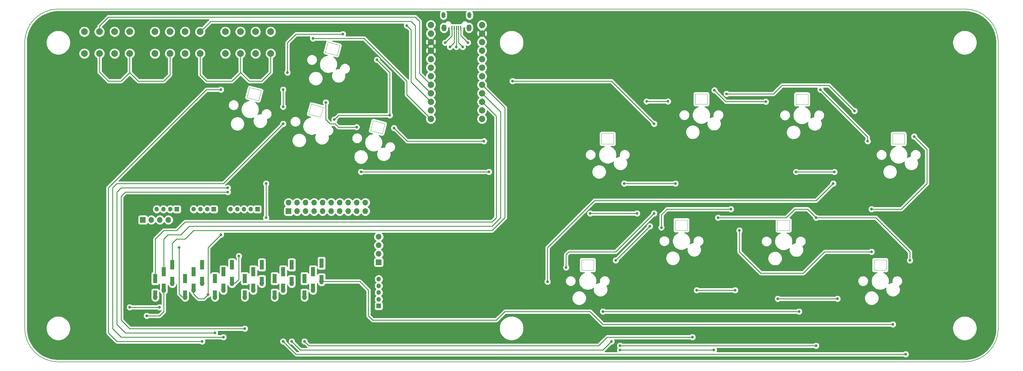
<source format=gbr>
G04 #@! TF.GenerationSoftware,KiCad,Pcbnew,(5.1.9)-1*
G04 #@! TF.CreationDate,2021-03-21T07:55:49-07:00*
G04 #@! TF.ProjectId,keefighter,6b656566-6967-4687-9465-722e6b696361,rev?*
G04 #@! TF.SameCoordinates,Original*
G04 #@! TF.FileFunction,Copper,L1,Top*
G04 #@! TF.FilePolarity,Positive*
%FSLAX46Y46*%
G04 Gerber Fmt 4.6, Leading zero omitted, Abs format (unit mm)*
G04 Created by KiCad (PCBNEW (5.1.9)-1) date 2021-03-21 07:55:49*
%MOMM*%
%LPD*%
G01*
G04 APERTURE LIST*
G04 #@! TA.AperFunction,Profile*
%ADD10C,0.200000*%
G04 #@! TD*
G04 #@! TA.AperFunction,EtchedComponent*
%ADD11C,0.120000*%
G04 #@! TD*
G04 #@! TA.AperFunction,ComponentPad*
%ADD12O,1.150000X1.800000*%
G04 #@! TD*
G04 #@! TA.AperFunction,ComponentPad*
%ADD13O,1.450000X2.000000*%
G04 #@! TD*
G04 #@! TA.AperFunction,SMDPad,CuDef*
%ADD14R,0.450000X1.300000*%
G04 #@! TD*
G04 #@! TA.AperFunction,ComponentPad*
%ADD15C,2.000000*%
G04 #@! TD*
G04 #@! TA.AperFunction,ComponentPad*
%ADD16R,1.300000X1.778000*%
G04 #@! TD*
G04 #@! TA.AperFunction,ComponentPad*
%ADD17O,1.300000X1.778000*%
G04 #@! TD*
G04 #@! TA.AperFunction,SMDPad,CuDef*
%ADD18R,1.300000X1.400000*%
G04 #@! TD*
G04 #@! TA.AperFunction,ComponentPad*
%ADD19R,1.350000X1.350000*%
G04 #@! TD*
G04 #@! TA.AperFunction,ComponentPad*
%ADD20O,1.350000X1.350000*%
G04 #@! TD*
G04 #@! TA.AperFunction,ComponentPad*
%ADD21R,1.700000X1.700000*%
G04 #@! TD*
G04 #@! TA.AperFunction,ComponentPad*
%ADD22O,1.700000X1.700000*%
G04 #@! TD*
G04 #@! TA.AperFunction,ComponentPad*
%ADD23C,1.879600*%
G04 #@! TD*
G04 #@! TA.AperFunction,ViaPad*
%ADD24C,0.800000*%
G04 #@! TD*
G04 #@! TA.AperFunction,Conductor*
%ADD25C,0.250000*%
G04 #@! TD*
G04 #@! TA.AperFunction,Conductor*
%ADD26C,0.254000*%
G04 #@! TD*
G04 #@! TA.AperFunction,Conductor*
%ADD27C,0.100000*%
G04 #@! TD*
G04 APERTURE END LIST*
D10*
X357792882Y-173878972D02*
X357792883Y-88878972D01*
X77792883Y-183878972D02*
X347792883Y-183878972D01*
X347792883Y-78878972D02*
G75*
G02*
X357792883Y-88878972I0J-10000000D01*
G01*
X67792883Y-88878972D02*
X67792883Y-173878972D01*
X77792883Y-183878972D02*
G75*
G02*
X67792883Y-173878972I0J10000000D01*
G01*
X357792882Y-173878973D02*
G75*
G02*
X347792883Y-183878972I-9999999J0D01*
G01*
X67792883Y-88878972D02*
G75*
G02*
X77792883Y-78878972I10000000J0D01*
G01*
X347792883Y-78878972D02*
X77792883Y-78878972D01*
D11*
X239616508Y-119054772D02*
X239616508Y-115954772D01*
X239616508Y-115954772D02*
X243216508Y-115954772D01*
X243216508Y-115954772D02*
X243216508Y-119054772D01*
X243216508Y-119054772D02*
X239616508Y-119054772D01*
X157335369Y-91751934D02*
X158137708Y-88757564D01*
X158137708Y-88757564D02*
X161615041Y-89689312D01*
X161615041Y-89689312D02*
X160812702Y-92683682D01*
X160812702Y-92683682D02*
X157335369Y-91751934D01*
X137481312Y-106154066D02*
X134003979Y-105222318D01*
X138283651Y-103159696D02*
X137481312Y-106154066D01*
X134806318Y-102227948D02*
X138283651Y-103159696D01*
X134003979Y-105222318D02*
X134806318Y-102227948D01*
X174283086Y-116015072D02*
X170805753Y-115083324D01*
X175085425Y-113020702D02*
X174283086Y-116015072D01*
X171608092Y-112088954D02*
X175085425Y-113020702D01*
X170805753Y-115083324D02*
X171608092Y-112088954D01*
X233685241Y-156620616D02*
X233685241Y-153520616D01*
X233685241Y-153520616D02*
X237285241Y-153520616D01*
X237285241Y-153520616D02*
X237285241Y-156620616D01*
X237285241Y-156620616D02*
X233685241Y-156620616D01*
X265185746Y-144746433D02*
X261585746Y-144746433D01*
X265185746Y-141646433D02*
X265185746Y-144746433D01*
X261585746Y-141646433D02*
X265185746Y-141646433D01*
X261585746Y-144746433D02*
X261585746Y-141646433D01*
X295626194Y-144824564D02*
X292026194Y-144824564D01*
X295626194Y-141724564D02*
X295626194Y-144824564D01*
X292026194Y-141724564D02*
X295626194Y-141724564D01*
X292026194Y-144824564D02*
X292026194Y-141724564D01*
X324395820Y-156620461D02*
X320795820Y-156620461D01*
X324395820Y-153520461D02*
X324395820Y-156620461D01*
X320795820Y-153520461D02*
X324395820Y-153520461D01*
X320795820Y-156620461D02*
X320795820Y-153520461D01*
X326274618Y-119069621D02*
X326274618Y-115969621D01*
X326274618Y-115969621D02*
X329874618Y-115969621D01*
X329874618Y-115969621D02*
X329874618Y-119069621D01*
X329874618Y-119069621D02*
X326274618Y-119069621D01*
X301124162Y-107297086D02*
X297524162Y-107297086D01*
X301124162Y-104197086D02*
X301124162Y-107297086D01*
X297524162Y-104197086D02*
X301124162Y-104197086D01*
X297524162Y-107297086D02*
X297524162Y-104197086D01*
X267520580Y-107231339D02*
X267520580Y-104131339D01*
X267520580Y-104131339D02*
X271120580Y-104131339D01*
X271120580Y-104131339D02*
X271120580Y-107231339D01*
X271120580Y-107231339D02*
X267520580Y-107231339D01*
X152404866Y-110152821D02*
X153207205Y-107158451D01*
X153207205Y-107158451D02*
X156684538Y-108090199D01*
X156684538Y-108090199D02*
X155882199Y-111084569D01*
X155882199Y-111084569D02*
X152404866Y-110152821D01*
D12*
X192505000Y-80660000D03*
X200255000Y-80660000D03*
D13*
X192655000Y-84460000D03*
X200105000Y-84460000D03*
D14*
X195080000Y-84510000D03*
X195730000Y-84510000D03*
X196380000Y-84510000D03*
X197030000Y-84510000D03*
X197680000Y-84510000D03*
D15*
X85542883Y-85628972D03*
X90042883Y-85628972D03*
X85542883Y-92128972D03*
X90042883Y-92128972D03*
X99042883Y-92128972D03*
X94542883Y-92128972D03*
X99042883Y-85628972D03*
X94542883Y-85628972D03*
X111042883Y-92128973D03*
X106542883Y-92128973D03*
X111042883Y-85628973D03*
X106542883Y-85628973D03*
X120042883Y-92128972D03*
X115542883Y-92128972D03*
X120042883Y-85628972D03*
X115542883Y-85628972D03*
X132042883Y-92128973D03*
X127542883Y-92128973D03*
X132042883Y-85628973D03*
X127542883Y-85628973D03*
X141042884Y-92128972D03*
X136542884Y-92128972D03*
X141042884Y-85628972D03*
X136542884Y-85628972D03*
D16*
X106680000Y-158555000D03*
D17*
X106680000Y-164555000D03*
D18*
X106680000Y-159780000D03*
X106680000Y-163330000D03*
D19*
X173219169Y-167257048D03*
D20*
X173219169Y-165257048D03*
X173219169Y-163257048D03*
X173219169Y-161257048D03*
X173219169Y-159257048D03*
X118122059Y-138437007D03*
X120122059Y-138437007D03*
X122122059Y-138437007D03*
D19*
X124122059Y-138437007D03*
D21*
X102965044Y-141641073D03*
D22*
X105505044Y-141641073D03*
X108045044Y-141641073D03*
X110585044Y-141641073D03*
D21*
X173211109Y-154257023D03*
D22*
X173211109Y-151717023D03*
X173211109Y-149177023D03*
X173211109Y-146637023D03*
X169235116Y-136491003D03*
X169235116Y-139031003D03*
X166695116Y-136491003D03*
X166695116Y-139031003D03*
X164155116Y-136491003D03*
X164155116Y-139031003D03*
X161615116Y-136491003D03*
X161615116Y-139031003D03*
X159075116Y-136491003D03*
X159075116Y-139031003D03*
X156535116Y-136491003D03*
X156535116Y-139031003D03*
X153995116Y-136491003D03*
X153995116Y-139031003D03*
X151455116Y-136491003D03*
X151455116Y-139031003D03*
X148915116Y-136491003D03*
X148915116Y-139031003D03*
X146375116Y-136491003D03*
D21*
X146375116Y-139031003D03*
D20*
X107122059Y-138437007D03*
X109122059Y-138437007D03*
X111122059Y-138437007D03*
D19*
X113122059Y-138437007D03*
X137122081Y-138437007D03*
D20*
X135122081Y-138437007D03*
X133122081Y-138437007D03*
X131122081Y-138437007D03*
X129122081Y-138437007D03*
D18*
X109220000Y-161290000D03*
X109220000Y-157740000D03*
D17*
X109220000Y-162515000D03*
D16*
X109220000Y-156515000D03*
D18*
X111760000Y-159250000D03*
X111760000Y-155700000D03*
D17*
X111760000Y-160475000D03*
D16*
X111760000Y-154475000D03*
D18*
X115570000Y-163330000D03*
X115570000Y-159780000D03*
D17*
X115570000Y-164555000D03*
D16*
X115570000Y-158555000D03*
X120650000Y-154475000D03*
D17*
X120650000Y-160475000D03*
D18*
X120650000Y-155700000D03*
X120650000Y-159250000D03*
D16*
X118110000Y-156515000D03*
D17*
X118110000Y-162515000D03*
D18*
X118110000Y-157740000D03*
X118110000Y-161290000D03*
X124460000Y-163330000D03*
X124460000Y-159780000D03*
D17*
X124460000Y-164555000D03*
D16*
X124460000Y-158555000D03*
X129540000Y-154475000D03*
D17*
X129540000Y-160475000D03*
D18*
X129540000Y-155700000D03*
X129540000Y-159250000D03*
D16*
X127000000Y-156515000D03*
D17*
X127000000Y-162515000D03*
D18*
X127000000Y-157740000D03*
X127000000Y-161290000D03*
X133350000Y-163330000D03*
X133350000Y-159780000D03*
D17*
X133350000Y-164555000D03*
D16*
X133350000Y-158555000D03*
X138430000Y-154475000D03*
D17*
X138430000Y-160475000D03*
D18*
X138430000Y-155700000D03*
X138430000Y-159250000D03*
D16*
X135890000Y-156515000D03*
D17*
X135890000Y-162515000D03*
D18*
X135890000Y-157740000D03*
X135890000Y-161290000D03*
X142240000Y-163330000D03*
X142240000Y-159780000D03*
D17*
X142240000Y-164555000D03*
D16*
X142240000Y-158555000D03*
X147320000Y-154475000D03*
D17*
X147320000Y-160475000D03*
D18*
X147320000Y-155700000D03*
X147320000Y-159250000D03*
D16*
X144780000Y-156515000D03*
D17*
X144780000Y-162515000D03*
D18*
X144780000Y-157740000D03*
X144780000Y-161290000D03*
X151130000Y-163330000D03*
X151130000Y-159780000D03*
D17*
X151130000Y-164555000D03*
D16*
X151130000Y-158555000D03*
X156210000Y-153975000D03*
D17*
X156210000Y-159975000D03*
D18*
X156210000Y-155200000D03*
X156210000Y-158750000D03*
D16*
X153670000Y-156515000D03*
D17*
X153670000Y-162515000D03*
D18*
X153670000Y-157740000D03*
X153670000Y-161290000D03*
D23*
X188754298Y-83628610D03*
X188754298Y-86168610D03*
X188754298Y-88708610D03*
X188754298Y-91248610D03*
X188754298Y-93788610D03*
X188754298Y-96328610D03*
X188754298Y-98868610D03*
X188754298Y-101408610D03*
X188754298Y-103948610D03*
X188754298Y-106488610D03*
X188754298Y-109028610D03*
X188754298Y-111568610D03*
X203994298Y-111568610D03*
X203994298Y-109028610D03*
X203994298Y-106488610D03*
X203994298Y-103948610D03*
X203994298Y-101408610D03*
X203994298Y-98868610D03*
X203994298Y-96328610D03*
X203994298Y-93788610D03*
X203994298Y-91248610D03*
X203994298Y-88708610D03*
X203994298Y-86168610D03*
X203994298Y-83628610D03*
D24*
X193040000Y-88900000D03*
X194460000Y-90170000D03*
X196365000Y-90170000D03*
X198270000Y-90170000D03*
X199790000Y-88900000D03*
X104140000Y-170180000D03*
X99060000Y-167640000D03*
X107950000Y-167640000D03*
X113800000Y-149860000D03*
X122420000Y-163830000D03*
X126230000Y-146050000D03*
X126230000Y-102870000D03*
X120650000Y-177800000D03*
X128270000Y-132080000D03*
X124460000Y-175260000D03*
X144780000Y-113030000D03*
X127000000Y-176530000D03*
X139700000Y-130810000D03*
X139700000Y-140970000D03*
X131580000Y-152400000D03*
X128270000Y-133350000D03*
X133350000Y-173990000D03*
X245110000Y-180340000D03*
X273050000Y-180340000D03*
X245110000Y-179070000D03*
X303530000Y-179070000D03*
X144780000Y-177800000D03*
X330200000Y-181610000D03*
X147320000Y-177800000D03*
X242570000Y-177800000D03*
X151130000Y-177800000D03*
X266700000Y-176530000D03*
X240030000Y-168910000D03*
X298450000Y-168910000D03*
X326390000Y-172720000D03*
X146050000Y-97790000D03*
X162560000Y-86360000D03*
X176530000Y-110490000D03*
X160020000Y-111760000D03*
X172720000Y-93980000D03*
X213075688Y-100330000D03*
X255270000Y-113030000D03*
X276860000Y-104140000D03*
X314960000Y-109220000D03*
X243840000Y-153670000D03*
X254000000Y-143510000D03*
X274320000Y-140970000D03*
X303530000Y-140970000D03*
X331470000Y-153670000D03*
X255270000Y-139700000D03*
X229039384Y-155770616D03*
X278130000Y-138430000D03*
X257423567Y-143896433D03*
X153670000Y-87630000D03*
X181610000Y-83820000D03*
X206074772Y-127334772D03*
X167974772Y-127334772D03*
X246380000Y-130810000D03*
X261620000Y-130810000D03*
X308959621Y-127349621D03*
X297529621Y-127349621D03*
X308610000Y-130810000D03*
X223520000Y-160020000D03*
X250190000Y-139700000D03*
X236220000Y-139700000D03*
X267970000Y-162560000D03*
X279400000Y-162560000D03*
X292100000Y-165100000D03*
X309880000Y-165100000D03*
X144780000Y-107950000D03*
X144780000Y-102870000D03*
X166653591Y-114016409D03*
X157480000Y-106680000D03*
X204564772Y-118204772D03*
X177800000Y-114300000D03*
X259378661Y-106381339D03*
X253028661Y-106381339D03*
X273240959Y-103060959D03*
X288522914Y-106447086D03*
X304800000Y-102870000D03*
X318879621Y-118219621D03*
X332719621Y-116819621D03*
X320040000Y-138430000D03*
X320040000Y-151130000D03*
X280670000Y-144780000D03*
D25*
X197680000Y-86790000D02*
X199790000Y-88900000D01*
X197680000Y-84510000D02*
X197680000Y-86790000D01*
X197030000Y-88930000D02*
X198270000Y-90170000D01*
X197030000Y-84510000D02*
X197030000Y-88930000D01*
X196380000Y-90155000D02*
X196365000Y-90170000D01*
X196380000Y-84510000D02*
X196380000Y-90155000D01*
X195730000Y-88900000D02*
X194460000Y-90170000D01*
X195730000Y-84510000D02*
X195730000Y-88900000D01*
X195080000Y-86860000D02*
X193040000Y-88900000D01*
X195080000Y-84510000D02*
X195080000Y-86860000D01*
X182880000Y-142240000D02*
X182880000Y-142240000D01*
X115570000Y-142240000D02*
X207010000Y-142240000D01*
X106680000Y-158555000D02*
X106680000Y-147320000D01*
X207010000Y-142240000D02*
X208280000Y-140970000D01*
X113030000Y-144780000D02*
X115570000Y-142240000D01*
X106680000Y-147320000D02*
X109220000Y-144780000D01*
X109220000Y-144780000D02*
X113030000Y-144780000D01*
X208280000Y-110774312D02*
X208280000Y-140970000D01*
X203994298Y-106488610D02*
X208280000Y-110774312D01*
X104140000Y-170180000D02*
X107950000Y-170180000D01*
X107950000Y-170180000D02*
X109220000Y-168910000D01*
X109220000Y-162515000D02*
X109220000Y-168910000D01*
X99060000Y-167640000D02*
X107950000Y-167640000D01*
X107950000Y-167640000D02*
X107950000Y-167640000D01*
X114670000Y-164555000D02*
X115570000Y-164555000D01*
X113800000Y-163685000D02*
X114670000Y-164555000D01*
X113800000Y-149860000D02*
X113800000Y-163685000D01*
X118110000Y-163654000D02*
X119556000Y-165100000D01*
X118110000Y-162515000D02*
X118110000Y-163654000D01*
X121150000Y-165100000D02*
X122420000Y-163830000D01*
X119556000Y-165100000D02*
X121150000Y-165100000D01*
X122420000Y-149860000D02*
X126230000Y-146050000D01*
X122420000Y-163830000D02*
X122420000Y-149860000D01*
X121920000Y-102870000D02*
X92710000Y-132080000D01*
X126230000Y-102870000D02*
X121920000Y-102870000D01*
X92710000Y-175260000D02*
X95250000Y-177800000D01*
X92710000Y-132080000D02*
X92710000Y-175260000D01*
X95250000Y-177800000D02*
X119380000Y-177800000D01*
X119380000Y-177800000D02*
X120650000Y-177800000D01*
X120650000Y-177800000D02*
X120650000Y-177800000D01*
X128270000Y-132080000D02*
X96520000Y-132080000D01*
X96520000Y-132080000D02*
X95250000Y-133350000D01*
X95250000Y-133350000D02*
X95250000Y-172720000D01*
X95250000Y-172720000D02*
X97790000Y-175260000D01*
X97790000Y-175260000D02*
X124460000Y-175260000D01*
X124460000Y-175260000D02*
X124460000Y-175260000D01*
X109220000Y-156515000D02*
X109220000Y-147320000D01*
X109220000Y-147320000D02*
X110490000Y-146050000D01*
X110490000Y-146050000D02*
X114300000Y-146050000D01*
X114300000Y-146050000D02*
X116840000Y-143510000D01*
X116840000Y-143510000D02*
X184150000Y-143510000D01*
X209550000Y-140970000D02*
X207010000Y-143510000D01*
X209550000Y-109504312D02*
X209550000Y-140970000D01*
X207010000Y-143510000D02*
X184150000Y-143510000D01*
X203994298Y-103948610D02*
X209550000Y-109504312D01*
X144780000Y-113030000D02*
X127000000Y-130810000D01*
X127000000Y-130810000D02*
X96520000Y-130810000D01*
X96520000Y-130810000D02*
X95250000Y-130810000D01*
X95250000Y-130810000D02*
X93980000Y-132080000D01*
X93980000Y-132080000D02*
X93980000Y-173990000D01*
X93980000Y-173990000D02*
X96520000Y-176530000D01*
X96520000Y-176530000D02*
X121920000Y-176530000D01*
X121920000Y-176530000D02*
X127000000Y-176530000D01*
X127000000Y-176530000D02*
X127000000Y-176530000D01*
X139700000Y-130810000D02*
X139700000Y-140970000D01*
X139700000Y-140970000D02*
X139700000Y-140970000D01*
X130440000Y-160475000D02*
X129540000Y-160475000D01*
X131580000Y-159335000D02*
X130440000Y-160475000D01*
X131580000Y-152400000D02*
X131580000Y-159335000D01*
X128270000Y-133350000D02*
X97790000Y-133350000D01*
X97790000Y-133350000D02*
X96520000Y-134620000D01*
X96520000Y-134620000D02*
X96520000Y-171450000D01*
X96520000Y-171450000D02*
X99060000Y-173990000D01*
X99060000Y-173990000D02*
X133350000Y-173990000D01*
X133350000Y-173990000D02*
X133350000Y-173990000D01*
X245110000Y-180340000D02*
X273050000Y-180340000D01*
X273050000Y-180340000D02*
X273050000Y-180340000D01*
X210820000Y-108234312D02*
X203994298Y-101408610D01*
X210820000Y-140970000D02*
X210820000Y-108234312D01*
X207010000Y-144780000D02*
X210820000Y-140970000D01*
X111760000Y-148590000D02*
X113030000Y-147320000D01*
X111760000Y-153975000D02*
X111760000Y-148590000D01*
X113030000Y-147320000D02*
X115570000Y-147320000D01*
X115570000Y-147320000D02*
X118110000Y-144780000D01*
X118110000Y-144780000D02*
X207010000Y-144780000D01*
X245110000Y-179070000D02*
X303530000Y-179070000D01*
X303530000Y-179070000D02*
X303530000Y-179070000D01*
X144780000Y-177800000D02*
X148590000Y-181610000D01*
X148590000Y-181610000D02*
X209982857Y-181610000D01*
X209982857Y-181610000D02*
X330200000Y-181610000D01*
X330200000Y-181610000D02*
X330200000Y-181610000D01*
X147320000Y-177800000D02*
X149860000Y-180340000D01*
X149860000Y-180340000D02*
X240030000Y-180340000D01*
X240030000Y-180340000D02*
X242570000Y-177800000D01*
X242570000Y-177800000D02*
X242570000Y-177800000D01*
X151130000Y-177800000D02*
X152400000Y-179070000D01*
X152400000Y-179070000D02*
X238760000Y-179070000D01*
X238760000Y-179070000D02*
X240755001Y-177074999D01*
X240755001Y-177074999D02*
X241300000Y-176530000D01*
X241300000Y-176530000D02*
X266700000Y-176530000D01*
X266700000Y-176530000D02*
X266700000Y-176530000D01*
X240030000Y-168910000D02*
X298450000Y-168910000D01*
X298450000Y-168910000D02*
X298450000Y-168910000D01*
X208280000Y-171450000D02*
X209176028Y-170553972D01*
X209176028Y-170553972D02*
X210820000Y-168910000D01*
X210820000Y-168910000D02*
X236220000Y-168910000D01*
X236220000Y-168910000D02*
X240030000Y-172720000D01*
X240030000Y-172720000D02*
X326390000Y-172720000D01*
X326390000Y-172720000D02*
X326390000Y-172720000D01*
X167595000Y-159975000D02*
X156210000Y-159975000D01*
X170180000Y-162560000D02*
X167595000Y-159975000D01*
X170180000Y-170180000D02*
X170180000Y-162560000D01*
X171450000Y-171450000D02*
X170180000Y-170180000D01*
X171450000Y-171450000D02*
X208280000Y-171450000D01*
X146050000Y-97790000D02*
X146050000Y-88900000D01*
X146050000Y-88900000D02*
X148590000Y-86360000D01*
X148590000Y-86360000D02*
X162560000Y-86360000D01*
X162560000Y-86360000D02*
X162560000Y-86360000D01*
X176530000Y-110490000D02*
X161290000Y-110490000D01*
X161290000Y-110490000D02*
X160020000Y-111760000D01*
X160020000Y-111760000D02*
X160020000Y-111760000D01*
X176530000Y-110490000D02*
X176530000Y-97790000D01*
X176530000Y-97790000D02*
X172720000Y-93980000D01*
X172720000Y-93980000D02*
X172720000Y-93980000D01*
X213075688Y-100330000D02*
X242570000Y-100330000D01*
X242570000Y-100330000D02*
X255270000Y-113030000D01*
X255270000Y-113030000D02*
X255270000Y-113030000D01*
X276860000Y-104140000D02*
X290830000Y-104140000D01*
X290830000Y-104140000D02*
X293370000Y-101600000D01*
X293370000Y-101600000D02*
X307340000Y-101600000D01*
X307340000Y-101600000D02*
X314960000Y-109220000D01*
X314960000Y-109220000D02*
X314960000Y-109220000D01*
X254000000Y-143510000D02*
X243840000Y-153670000D01*
X243840000Y-153670000D02*
X243840000Y-153670000D01*
X254000000Y-143510000D02*
X254000000Y-143510000D01*
X274320000Y-140970000D02*
X294640000Y-140970000D01*
X294640000Y-140970000D02*
X297180000Y-138430000D01*
X297180000Y-138430000D02*
X300990000Y-138430000D01*
X300990000Y-138430000D02*
X303530000Y-140970000D01*
X303530000Y-140970000D02*
X303530000Y-140970000D01*
X303530000Y-140970000D02*
X321310000Y-140970000D01*
X321310000Y-140970000D02*
X331470000Y-151130000D01*
X331470000Y-151130000D02*
X331470000Y-153670000D01*
X331470000Y-153670000D02*
X331470000Y-153670000D01*
X255270000Y-139700000D02*
X243840000Y-151130000D01*
X243840000Y-151130000D02*
X229870000Y-151130000D01*
X229039384Y-151960616D02*
X229039384Y-155770616D01*
X229870000Y-151130000D02*
X229039384Y-151960616D01*
X257423567Y-140086433D02*
X257423567Y-143896433D01*
X278130000Y-138430000D02*
X259080000Y-138430000D01*
X259080000Y-138430000D02*
X257423567Y-140086433D01*
X153670000Y-87630000D02*
X168910000Y-87630000D01*
X168910000Y-87630000D02*
X181610000Y-100330000D01*
X181610000Y-104424312D02*
X188754298Y-111568610D01*
X181610000Y-100330000D02*
X181610000Y-104424312D01*
X90042883Y-92128972D02*
X90042883Y-97662883D01*
X90042883Y-97662883D02*
X92710000Y-100330000D01*
X92710000Y-100330000D02*
X96520000Y-100330000D01*
X99042883Y-97807117D02*
X99042883Y-92128972D01*
X96520000Y-100330000D02*
X99042883Y-97807117D01*
X99042883Y-97807117D02*
X99077117Y-97807117D01*
X99077117Y-97807117D02*
X101600000Y-100330000D01*
X101600000Y-100330000D02*
X109220000Y-100330000D01*
X111042883Y-98507117D02*
X111042883Y-92128973D01*
X109220000Y-100330000D02*
X111042883Y-98507117D01*
X90042883Y-85628972D02*
X90042883Y-83947117D01*
X90042883Y-83947117D02*
X92710000Y-81280000D01*
X92710000Y-81280000D02*
X184150000Y-81280000D01*
X184150000Y-81280000D02*
X185420000Y-82550000D01*
X185420000Y-98074312D02*
X188754298Y-101408610D01*
X185420000Y-82550000D02*
X185420000Y-98074312D01*
X132042883Y-92128973D02*
X132042883Y-97827117D01*
X132042883Y-97827117D02*
X129540000Y-100330000D01*
X129540000Y-100330000D02*
X121920000Y-100330000D01*
X120042883Y-98452883D02*
X120042883Y-92128972D01*
X121920000Y-100330000D02*
X120042883Y-98452883D01*
X132042883Y-97827117D02*
X132117117Y-97827117D01*
X132117117Y-97827117D02*
X134620000Y-100330000D01*
X134620000Y-100330000D02*
X138430000Y-100330000D01*
X141042884Y-97717116D02*
X141042884Y-92128972D01*
X138430000Y-100330000D02*
X141042884Y-97717116D01*
X121042882Y-84628973D02*
X121111027Y-84628973D01*
X120042883Y-85628972D02*
X121042882Y-84628973D01*
X121111027Y-84628973D02*
X123190000Y-82550000D01*
X123190000Y-82550000D02*
X182880000Y-82550000D01*
X182880000Y-82550000D02*
X184150000Y-83820000D01*
X184150000Y-99344312D02*
X188754298Y-103948610D01*
X184150000Y-83820000D02*
X184150000Y-99344312D01*
X181610000Y-83820000D02*
X182880000Y-85090000D01*
X182880000Y-100614312D02*
X188754298Y-106488610D01*
X182880000Y-85090000D02*
X182880000Y-100614312D01*
X206074772Y-127334772D02*
X167974772Y-127334772D01*
X167974772Y-127334772D02*
X167974772Y-127334772D01*
X246380000Y-130810000D02*
X261620000Y-130810000D01*
X261620000Y-130810000D02*
X261620000Y-130810000D01*
X308959621Y-127349621D02*
X297529621Y-127349621D01*
X297529621Y-127349621D02*
X297529621Y-127349621D01*
X308610000Y-130810000D02*
X303530000Y-135890000D01*
X303530000Y-135890000D02*
X237490000Y-135890000D01*
X237490000Y-135890000D02*
X223520000Y-149860000D01*
X223520000Y-149860000D02*
X223520000Y-160020000D01*
X223520000Y-160020000D02*
X223520000Y-160020000D01*
X250190000Y-139700000D02*
X236220000Y-139700000D01*
X236220000Y-139700000D02*
X236220000Y-139700000D01*
X267970000Y-162560000D02*
X279400000Y-162560000D01*
X279400000Y-162560000D02*
X278130000Y-162560000D01*
X279400000Y-162560000D02*
X279400000Y-162560000D01*
X292100000Y-165100000D02*
X309880000Y-165100000D01*
X309880000Y-165100000D02*
X309880000Y-165100000D01*
X144780000Y-107950000D02*
X144780000Y-102870000D01*
X144780000Y-102870000D02*
X144780000Y-102870000D01*
X161203407Y-114016409D02*
X160216998Y-113030000D01*
X166653591Y-114016409D02*
X161203407Y-114016409D01*
X160216998Y-113030000D02*
X158750000Y-113030000D01*
X158750000Y-113030000D02*
X157480000Y-111760000D01*
X157480000Y-111760000D02*
X157480000Y-106680000D01*
X157480000Y-106680000D02*
X157480000Y-106680000D01*
X204564772Y-118204772D02*
X181704772Y-118204772D01*
X181704772Y-118204772D02*
X177800000Y-114300000D01*
X177800000Y-114300000D02*
X177800000Y-114300000D01*
X259378661Y-106381339D02*
X253028661Y-106381339D01*
X276627086Y-106447086D02*
X273240959Y-103060959D01*
X288522914Y-106447086D02*
X276627086Y-106447086D01*
X318879621Y-116949621D02*
X304800000Y-102870000D01*
X318879621Y-118219621D02*
X318879621Y-116949621D01*
X332719621Y-116819621D02*
X334429619Y-118529619D01*
X334429619Y-118529619D02*
X336550000Y-120650000D01*
X336550000Y-120650000D02*
X336550000Y-130810000D01*
X336550000Y-130810000D02*
X328930000Y-138430000D01*
X328930000Y-138430000D02*
X320040000Y-138430000D01*
X320040000Y-138430000D02*
X320040000Y-138430000D01*
X320040000Y-151130000D02*
X306070000Y-151130000D01*
X306070000Y-151130000D02*
X299720000Y-157480000D01*
X299720000Y-157480000D02*
X287020000Y-157480000D01*
X287020000Y-157480000D02*
X280670000Y-151130000D01*
X280670000Y-151130000D02*
X280670000Y-144780000D01*
D26*
X191494055Y-79659508D02*
X191381697Y-79869713D01*
X191312508Y-80097799D01*
X191295000Y-80275563D01*
X191295000Y-81044436D01*
X191312508Y-81222200D01*
X191381697Y-81450286D01*
X191494054Y-81660491D01*
X191645261Y-81844739D01*
X191829508Y-81995946D01*
X192039713Y-82108303D01*
X192267799Y-82177492D01*
X192505000Y-82200854D01*
X192742200Y-82177492D01*
X192970286Y-82108303D01*
X193180491Y-81995946D01*
X193364739Y-81844739D01*
X193515946Y-81660492D01*
X193628303Y-81450287D01*
X193697492Y-81222201D01*
X193715000Y-81044437D01*
X193715000Y-80275564D01*
X193697492Y-80097800D01*
X193628303Y-79869713D01*
X193515946Y-79659508D01*
X193478576Y-79613972D01*
X199281425Y-79613972D01*
X199244055Y-79659508D01*
X199131697Y-79869713D01*
X199062508Y-80097799D01*
X199045000Y-80275563D01*
X199045000Y-81044436D01*
X199062508Y-81222200D01*
X199131697Y-81450286D01*
X199244054Y-81660491D01*
X199395261Y-81844739D01*
X199579508Y-81995946D01*
X199789713Y-82108303D01*
X200017799Y-82177492D01*
X200255000Y-82200854D01*
X200492200Y-82177492D01*
X200720286Y-82108303D01*
X200930491Y-81995946D01*
X201114739Y-81844739D01*
X201265946Y-81660492D01*
X201378303Y-81450287D01*
X201447492Y-81222201D01*
X201465000Y-81044437D01*
X201465000Y-80275564D01*
X201447492Y-80097800D01*
X201378303Y-79869713D01*
X201265946Y-79659508D01*
X201228576Y-79613972D01*
X347769779Y-79613972D01*
X348953917Y-79688472D01*
X350096628Y-79906455D01*
X351203023Y-80265944D01*
X352255631Y-80761264D01*
X353237857Y-81384603D01*
X354134218Y-82126138D01*
X354930570Y-82974167D01*
X355614356Y-83915318D01*
X356174791Y-84934746D01*
X356603039Y-86016377D01*
X356892348Y-87143157D01*
X357039602Y-88308797D01*
X357057884Y-88890540D01*
X357057882Y-173855869D01*
X356983382Y-175040007D01*
X356765398Y-176182725D01*
X356405912Y-177289107D01*
X355910590Y-178341720D01*
X355287248Y-179323949D01*
X354545717Y-180220307D01*
X353697691Y-181016656D01*
X352756534Y-181700446D01*
X351737114Y-182260878D01*
X350655478Y-182689128D01*
X349528693Y-182978437D01*
X348363058Y-183125691D01*
X347781347Y-183143972D01*
X77815987Y-183143972D01*
X76631849Y-183069472D01*
X75489131Y-182851488D01*
X74382741Y-182491999D01*
X73330135Y-181996680D01*
X72347906Y-181373338D01*
X71451548Y-180631806D01*
X70655200Y-179783781D01*
X69971412Y-178842630D01*
X69410976Y-177823201D01*
X68982728Y-176741568D01*
X68693418Y-175614782D01*
X68546164Y-174449147D01*
X68527883Y-173867436D01*
X68527883Y-173520956D01*
X74157883Y-173520956D01*
X74157883Y-174236988D01*
X74297574Y-174939262D01*
X74571588Y-175600790D01*
X74969394Y-176196149D01*
X75475706Y-176702461D01*
X76071065Y-177100267D01*
X76732593Y-177374281D01*
X77434867Y-177513972D01*
X78150899Y-177513972D01*
X78853173Y-177374281D01*
X79514701Y-177100267D01*
X80110060Y-176702461D01*
X80616372Y-176196149D01*
X81014178Y-175600790D01*
X81288192Y-174939262D01*
X81427883Y-174236988D01*
X81427883Y-173520956D01*
X81288192Y-172818682D01*
X81014178Y-172157154D01*
X80616372Y-171561795D01*
X80110060Y-171055483D01*
X79514701Y-170657677D01*
X78853173Y-170383663D01*
X78150899Y-170243972D01*
X77434867Y-170243972D01*
X76732593Y-170383663D01*
X76071065Y-170657677D01*
X75475706Y-171055483D01*
X74969394Y-171561795D01*
X74571588Y-172157154D01*
X74297574Y-172818682D01*
X74157883Y-173520956D01*
X68527883Y-173520956D01*
X68527883Y-132080000D01*
X91946324Y-132080000D01*
X91950000Y-132117322D01*
X91950001Y-175222667D01*
X91946324Y-175260000D01*
X91960998Y-175408985D01*
X92004454Y-175552246D01*
X92075026Y-175684276D01*
X92142362Y-175766324D01*
X92170000Y-175800001D01*
X92198998Y-175823799D01*
X94686205Y-178311008D01*
X94709999Y-178340001D01*
X94738992Y-178363795D01*
X94738996Y-178363799D01*
X94792047Y-178407336D01*
X94825724Y-178434974D01*
X94957753Y-178505546D01*
X95101014Y-178549003D01*
X95212667Y-178560000D01*
X95212676Y-178560000D01*
X95249999Y-178563676D01*
X95287322Y-178560000D01*
X119946289Y-178560000D01*
X119990226Y-178603937D01*
X120159744Y-178717205D01*
X120348102Y-178795226D01*
X120548061Y-178835000D01*
X120751939Y-178835000D01*
X120951898Y-178795226D01*
X121140256Y-178717205D01*
X121309774Y-178603937D01*
X121453937Y-178459774D01*
X121567205Y-178290256D01*
X121645226Y-178101898D01*
X121685000Y-177901939D01*
X121685000Y-177698061D01*
X143745000Y-177698061D01*
X143745000Y-177901939D01*
X143784774Y-178101898D01*
X143862795Y-178290256D01*
X143976063Y-178459774D01*
X144120226Y-178603937D01*
X144289744Y-178717205D01*
X144478102Y-178795226D01*
X144678061Y-178835000D01*
X144740199Y-178835000D01*
X148026201Y-182121003D01*
X148049999Y-182150001D01*
X148165724Y-182244974D01*
X148297753Y-182315546D01*
X148441014Y-182359003D01*
X148552667Y-182370000D01*
X148552675Y-182370000D01*
X148590000Y-182373676D01*
X148627325Y-182370000D01*
X329496289Y-182370000D01*
X329540226Y-182413937D01*
X329709744Y-182527205D01*
X329898102Y-182605226D01*
X330098061Y-182645000D01*
X330301939Y-182645000D01*
X330501898Y-182605226D01*
X330690256Y-182527205D01*
X330859774Y-182413937D01*
X331003937Y-182269774D01*
X331117205Y-182100256D01*
X331195226Y-181911898D01*
X331235000Y-181711939D01*
X331235000Y-181508061D01*
X331195226Y-181308102D01*
X331117205Y-181119744D01*
X331003937Y-180950226D01*
X330859774Y-180806063D01*
X330690256Y-180692795D01*
X330501898Y-180614774D01*
X330301939Y-180575000D01*
X330098061Y-180575000D01*
X329898102Y-180614774D01*
X329709744Y-180692795D01*
X329540226Y-180806063D01*
X329496289Y-180850000D01*
X273954013Y-180850000D01*
X273967205Y-180830256D01*
X274045226Y-180641898D01*
X274085000Y-180441939D01*
X274085000Y-180238061D01*
X274045226Y-180038102D01*
X273967205Y-179849744D01*
X273954013Y-179830000D01*
X302826289Y-179830000D01*
X302870226Y-179873937D01*
X303039744Y-179987205D01*
X303228102Y-180065226D01*
X303428061Y-180105000D01*
X303631939Y-180105000D01*
X303831898Y-180065226D01*
X304020256Y-179987205D01*
X304189774Y-179873937D01*
X304333937Y-179729774D01*
X304447205Y-179560256D01*
X304525226Y-179371898D01*
X304565000Y-179171939D01*
X304565000Y-178968061D01*
X304525226Y-178768102D01*
X304447205Y-178579744D01*
X304333937Y-178410226D01*
X304189774Y-178266063D01*
X304020256Y-178152795D01*
X303831898Y-178074774D01*
X303631939Y-178035000D01*
X303428061Y-178035000D01*
X303228102Y-178074774D01*
X303039744Y-178152795D01*
X302870226Y-178266063D01*
X302826289Y-178310000D01*
X245813711Y-178310000D01*
X245769774Y-178266063D01*
X245600256Y-178152795D01*
X245411898Y-178074774D01*
X245211939Y-178035000D01*
X245008061Y-178035000D01*
X244808102Y-178074774D01*
X244619744Y-178152795D01*
X244450226Y-178266063D01*
X244306063Y-178410226D01*
X244192795Y-178579744D01*
X244114774Y-178768102D01*
X244075000Y-178968061D01*
X244075000Y-179171939D01*
X244114774Y-179371898D01*
X244192795Y-179560256D01*
X244289510Y-179705000D01*
X244192795Y-179849744D01*
X244114774Y-180038102D01*
X244075000Y-180238061D01*
X244075000Y-180441939D01*
X244114774Y-180641898D01*
X244192795Y-180830256D01*
X244205987Y-180850000D01*
X240594801Y-180850000D01*
X242609803Y-178835000D01*
X242671939Y-178835000D01*
X242871898Y-178795226D01*
X243060256Y-178717205D01*
X243229774Y-178603937D01*
X243373937Y-178459774D01*
X243487205Y-178290256D01*
X243565226Y-178101898D01*
X243605000Y-177901939D01*
X243605000Y-177698061D01*
X243565226Y-177498102D01*
X243487205Y-177309744D01*
X243474013Y-177290000D01*
X265996289Y-177290000D01*
X266040226Y-177333937D01*
X266209744Y-177447205D01*
X266398102Y-177525226D01*
X266598061Y-177565000D01*
X266801939Y-177565000D01*
X267001898Y-177525226D01*
X267190256Y-177447205D01*
X267359774Y-177333937D01*
X267503937Y-177189774D01*
X267617205Y-177020256D01*
X267695226Y-176831898D01*
X267735000Y-176631939D01*
X267735000Y-176428061D01*
X267695226Y-176228102D01*
X267617205Y-176039744D01*
X267503937Y-175870226D01*
X267359774Y-175726063D01*
X267190256Y-175612795D01*
X267001898Y-175534774D01*
X266801939Y-175495000D01*
X266598061Y-175495000D01*
X266398102Y-175534774D01*
X266209744Y-175612795D01*
X266040226Y-175726063D01*
X265996289Y-175770000D01*
X241337323Y-175770000D01*
X241300000Y-175766324D01*
X241262677Y-175770000D01*
X241262667Y-175770000D01*
X241151014Y-175780997D01*
X241009912Y-175823799D01*
X241007753Y-175824454D01*
X240875723Y-175895026D01*
X240826317Y-175935573D01*
X240759999Y-175989999D01*
X240736202Y-176018996D01*
X240244008Y-176511191D01*
X240243997Y-176511200D01*
X238445199Y-178310000D01*
X152714802Y-178310000D01*
X152165000Y-177760199D01*
X152165000Y-177698061D01*
X152125226Y-177498102D01*
X152047205Y-177309744D01*
X151933937Y-177140226D01*
X151789774Y-176996063D01*
X151620256Y-176882795D01*
X151431898Y-176804774D01*
X151231939Y-176765000D01*
X151028061Y-176765000D01*
X150828102Y-176804774D01*
X150639744Y-176882795D01*
X150470226Y-176996063D01*
X150326063Y-177140226D01*
X150212795Y-177309744D01*
X150134774Y-177498102D01*
X150095000Y-177698061D01*
X150095000Y-177901939D01*
X150134774Y-178101898D01*
X150212795Y-178290256D01*
X150326063Y-178459774D01*
X150470226Y-178603937D01*
X150639744Y-178717205D01*
X150828102Y-178795226D01*
X151028061Y-178835000D01*
X151090199Y-178835000D01*
X151835198Y-179580000D01*
X150174803Y-179580000D01*
X148355000Y-177760199D01*
X148355000Y-177698061D01*
X148315226Y-177498102D01*
X148237205Y-177309744D01*
X148123937Y-177140226D01*
X147979774Y-176996063D01*
X147810256Y-176882795D01*
X147621898Y-176804774D01*
X147421939Y-176765000D01*
X147218061Y-176765000D01*
X147018102Y-176804774D01*
X146829744Y-176882795D01*
X146660226Y-176996063D01*
X146516063Y-177140226D01*
X146402795Y-177309744D01*
X146324774Y-177498102D01*
X146285000Y-177698061D01*
X146285000Y-177901939D01*
X146324774Y-178101898D01*
X146402795Y-178290256D01*
X146516063Y-178459774D01*
X146660226Y-178603937D01*
X146829744Y-178717205D01*
X147018102Y-178795226D01*
X147218061Y-178835000D01*
X147280199Y-178835000D01*
X149295197Y-180850000D01*
X148904802Y-180850000D01*
X145815000Y-177760199D01*
X145815000Y-177698061D01*
X145775226Y-177498102D01*
X145697205Y-177309744D01*
X145583937Y-177140226D01*
X145439774Y-176996063D01*
X145270256Y-176882795D01*
X145081898Y-176804774D01*
X144881939Y-176765000D01*
X144678061Y-176765000D01*
X144478102Y-176804774D01*
X144289744Y-176882795D01*
X144120226Y-176996063D01*
X143976063Y-177140226D01*
X143862795Y-177309744D01*
X143784774Y-177498102D01*
X143745000Y-177698061D01*
X121685000Y-177698061D01*
X121645226Y-177498102D01*
X121567205Y-177309744D01*
X121554013Y-177290000D01*
X126296289Y-177290000D01*
X126340226Y-177333937D01*
X126509744Y-177447205D01*
X126698102Y-177525226D01*
X126898061Y-177565000D01*
X127101939Y-177565000D01*
X127301898Y-177525226D01*
X127490256Y-177447205D01*
X127659774Y-177333937D01*
X127803937Y-177189774D01*
X127917205Y-177020256D01*
X127995226Y-176831898D01*
X128035000Y-176631939D01*
X128035000Y-176428061D01*
X127995226Y-176228102D01*
X127917205Y-176039744D01*
X127803937Y-175870226D01*
X127659774Y-175726063D01*
X127490256Y-175612795D01*
X127301898Y-175534774D01*
X127101939Y-175495000D01*
X126898061Y-175495000D01*
X126698102Y-175534774D01*
X126509744Y-175612795D01*
X126340226Y-175726063D01*
X126296289Y-175770000D01*
X125364013Y-175770000D01*
X125377205Y-175750256D01*
X125455226Y-175561898D01*
X125495000Y-175361939D01*
X125495000Y-175158061D01*
X125455226Y-174958102D01*
X125377205Y-174769744D01*
X125364013Y-174750000D01*
X132646289Y-174750000D01*
X132690226Y-174793937D01*
X132859744Y-174907205D01*
X133048102Y-174985226D01*
X133248061Y-175025000D01*
X133451939Y-175025000D01*
X133651898Y-174985226D01*
X133840256Y-174907205D01*
X134009774Y-174793937D01*
X134153937Y-174649774D01*
X134267205Y-174480256D01*
X134345226Y-174291898D01*
X134385000Y-174091939D01*
X134385000Y-173888061D01*
X134345226Y-173688102D01*
X134275992Y-173520957D01*
X209157882Y-173520957D01*
X209157882Y-174236989D01*
X209297573Y-174939263D01*
X209571587Y-175600791D01*
X209969393Y-176196150D01*
X210475705Y-176702462D01*
X211071064Y-177100268D01*
X211732592Y-177374282D01*
X212434866Y-177513973D01*
X213150898Y-177513973D01*
X213853172Y-177374282D01*
X214514700Y-177100268D01*
X215110059Y-176702462D01*
X215616371Y-176196150D01*
X216014177Y-175600791D01*
X216288191Y-174939263D01*
X216427882Y-174236989D01*
X216427882Y-173520957D01*
X216288191Y-172818683D01*
X216014177Y-172157155D01*
X215616371Y-171561796D01*
X215110059Y-171055484D01*
X214514700Y-170657678D01*
X213853172Y-170383664D01*
X213150898Y-170243973D01*
X212434866Y-170243973D01*
X211732592Y-170383664D01*
X211071064Y-170657678D01*
X210475705Y-171055484D01*
X209969393Y-171561796D01*
X209571587Y-172157155D01*
X209297573Y-172818683D01*
X209157882Y-173520957D01*
X134275992Y-173520957D01*
X134267205Y-173499744D01*
X134153937Y-173330226D01*
X134009774Y-173186063D01*
X133840256Y-173072795D01*
X133651898Y-172994774D01*
X133451939Y-172955000D01*
X133248061Y-172955000D01*
X133048102Y-172994774D01*
X132859744Y-173072795D01*
X132690226Y-173186063D01*
X132646289Y-173230000D01*
X99374803Y-173230000D01*
X97280000Y-171135199D01*
X97280000Y-167538061D01*
X98025000Y-167538061D01*
X98025000Y-167741939D01*
X98064774Y-167941898D01*
X98142795Y-168130256D01*
X98256063Y-168299774D01*
X98400226Y-168443937D01*
X98569744Y-168557205D01*
X98758102Y-168635226D01*
X98958061Y-168675000D01*
X99161939Y-168675000D01*
X99361898Y-168635226D01*
X99550256Y-168557205D01*
X99719774Y-168443937D01*
X99763711Y-168400000D01*
X107246289Y-168400000D01*
X107290226Y-168443937D01*
X107459744Y-168557205D01*
X107648102Y-168635226D01*
X107848061Y-168675000D01*
X108051939Y-168675000D01*
X108251898Y-168635226D01*
X108440256Y-168557205D01*
X108460001Y-168544012D01*
X108460001Y-168595197D01*
X107635199Y-169420000D01*
X104843711Y-169420000D01*
X104799774Y-169376063D01*
X104630256Y-169262795D01*
X104441898Y-169184774D01*
X104241939Y-169145000D01*
X104038061Y-169145000D01*
X103838102Y-169184774D01*
X103649744Y-169262795D01*
X103480226Y-169376063D01*
X103336063Y-169520226D01*
X103222795Y-169689744D01*
X103144774Y-169878102D01*
X103105000Y-170078061D01*
X103105000Y-170281939D01*
X103144774Y-170481898D01*
X103222795Y-170670256D01*
X103336063Y-170839774D01*
X103480226Y-170983937D01*
X103649744Y-171097205D01*
X103838102Y-171175226D01*
X104038061Y-171215000D01*
X104241939Y-171215000D01*
X104441898Y-171175226D01*
X104630256Y-171097205D01*
X104799774Y-170983937D01*
X104843711Y-170940000D01*
X107912678Y-170940000D01*
X107950000Y-170943676D01*
X107987322Y-170940000D01*
X107987333Y-170940000D01*
X108098986Y-170929003D01*
X108242247Y-170885546D01*
X108374276Y-170814974D01*
X108490001Y-170720001D01*
X108513804Y-170690997D01*
X109731003Y-169473799D01*
X109760001Y-169450001D01*
X109854974Y-169334276D01*
X109925546Y-169202247D01*
X109969003Y-169058986D01*
X109980000Y-168947333D01*
X109980000Y-168947324D01*
X109983676Y-168910001D01*
X109980000Y-168872678D01*
X109980000Y-163792615D01*
X110133028Y-163667028D01*
X110293608Y-163471362D01*
X110412929Y-163248127D01*
X110486407Y-163005904D01*
X110505000Y-162817123D01*
X110505000Y-162212878D01*
X110495432Y-162115734D01*
X110495812Y-162114482D01*
X110508072Y-161990000D01*
X110508072Y-161013634D01*
X110567071Y-161208126D01*
X110686392Y-161431361D01*
X110846972Y-161627028D01*
X111042638Y-161787608D01*
X111265873Y-161906929D01*
X111508096Y-161980407D01*
X111760000Y-162005217D01*
X112011903Y-161980407D01*
X112254126Y-161906929D01*
X112477361Y-161787608D01*
X112673028Y-161627028D01*
X112833608Y-161431362D01*
X112952929Y-161208127D01*
X113026407Y-160965904D01*
X113040001Y-160827882D01*
X113040001Y-163647668D01*
X113036324Y-163685000D01*
X113050998Y-163833985D01*
X113094454Y-163977246D01*
X113165026Y-164109276D01*
X113210760Y-164165002D01*
X113260000Y-164225001D01*
X113288998Y-164248799D01*
X114106201Y-165066003D01*
X114129999Y-165095001D01*
X114245724Y-165189974D01*
X114366954Y-165254773D01*
X114377071Y-165288126D01*
X114496392Y-165511361D01*
X114656972Y-165707028D01*
X114852638Y-165867608D01*
X115075873Y-165986929D01*
X115318096Y-166060407D01*
X115570000Y-166085217D01*
X115821903Y-166060407D01*
X116064126Y-165986929D01*
X116287361Y-165867608D01*
X116483028Y-165707028D01*
X116643608Y-165511362D01*
X116762929Y-165288127D01*
X116836407Y-165045904D01*
X116855000Y-164857123D01*
X116855000Y-164252878D01*
X116845432Y-164155734D01*
X116845812Y-164154482D01*
X116858072Y-164030000D01*
X116858072Y-163053634D01*
X116917071Y-163248126D01*
X117036392Y-163471361D01*
X117196972Y-163667028D01*
X117360854Y-163801523D01*
X117360998Y-163802986D01*
X117366727Y-163821873D01*
X117404454Y-163946246D01*
X117475026Y-164078276D01*
X117546201Y-164165002D01*
X117570000Y-164194001D01*
X117598998Y-164217799D01*
X118992201Y-165611003D01*
X119015999Y-165640001D01*
X119131724Y-165734974D01*
X119263753Y-165805546D01*
X119407014Y-165849003D01*
X119518667Y-165860000D01*
X119518677Y-165860000D01*
X119556000Y-165863676D01*
X119593323Y-165860000D01*
X121112678Y-165860000D01*
X121150000Y-165863676D01*
X121187322Y-165860000D01*
X121187333Y-165860000D01*
X121298986Y-165849003D01*
X121442247Y-165805546D01*
X121574276Y-165734974D01*
X121690001Y-165640001D01*
X121713804Y-165610997D01*
X122459802Y-164865000D01*
X122521939Y-164865000D01*
X122721898Y-164825226D01*
X122910256Y-164747205D01*
X123079774Y-164633937D01*
X123175000Y-164538711D01*
X123175000Y-164857122D01*
X123193593Y-165045903D01*
X123267071Y-165288126D01*
X123386392Y-165511361D01*
X123546972Y-165707028D01*
X123742638Y-165867608D01*
X123965873Y-165986929D01*
X124208096Y-166060407D01*
X124460000Y-166085217D01*
X124711903Y-166060407D01*
X124954126Y-165986929D01*
X125177361Y-165867608D01*
X125373028Y-165707028D01*
X125533608Y-165511362D01*
X125652929Y-165288127D01*
X125726407Y-165045904D01*
X125745000Y-164857123D01*
X125745000Y-164252878D01*
X125735432Y-164155734D01*
X125735812Y-164154482D01*
X125748072Y-164030000D01*
X125748072Y-163053634D01*
X125807071Y-163248126D01*
X125926392Y-163471361D01*
X126086972Y-163667028D01*
X126282638Y-163827608D01*
X126505873Y-163946929D01*
X126748096Y-164020407D01*
X127000000Y-164045217D01*
X127251903Y-164020407D01*
X127494126Y-163946929D01*
X127717361Y-163827608D01*
X127913028Y-163667028D01*
X128073608Y-163471362D01*
X128192929Y-163248127D01*
X128266407Y-163005904D01*
X128285000Y-162817123D01*
X128285000Y-162212878D01*
X128275432Y-162115734D01*
X128275812Y-162114482D01*
X128288072Y-161990000D01*
X128288072Y-161013634D01*
X128347071Y-161208126D01*
X128466392Y-161431361D01*
X128626972Y-161627028D01*
X128822638Y-161787608D01*
X129045873Y-161906929D01*
X129288096Y-161980407D01*
X129540000Y-162005217D01*
X129791903Y-161980407D01*
X130034126Y-161906929D01*
X130257361Y-161787608D01*
X130453028Y-161627028D01*
X130613608Y-161431362D01*
X130732929Y-161208127D01*
X130743047Y-161174773D01*
X130864276Y-161109974D01*
X130980001Y-161015001D01*
X131003803Y-160985998D01*
X132061928Y-159927875D01*
X132061928Y-160480000D01*
X132074188Y-160604482D01*
X132110498Y-160724180D01*
X132169463Y-160834494D01*
X132248815Y-160931185D01*
X132345506Y-161010537D01*
X132455820Y-161069502D01*
X132575518Y-161105812D01*
X132700000Y-161118072D01*
X134000000Y-161118072D01*
X134124482Y-161105812D01*
X134244180Y-161069502D01*
X134354494Y-161010537D01*
X134451185Y-160931185D01*
X134530537Y-160834494D01*
X134589502Y-160724180D01*
X134601928Y-160683217D01*
X134601928Y-161990000D01*
X134614188Y-162114482D01*
X134614568Y-162115734D01*
X134605000Y-162212877D01*
X134605000Y-162436910D01*
X134589502Y-162385820D01*
X134530537Y-162275506D01*
X134451185Y-162178815D01*
X134354494Y-162099463D01*
X134244180Y-162040498D01*
X134124482Y-162004188D01*
X134000000Y-161991928D01*
X132700000Y-161991928D01*
X132575518Y-162004188D01*
X132455820Y-162040498D01*
X132345506Y-162099463D01*
X132248815Y-162178815D01*
X132169463Y-162275506D01*
X132110498Y-162385820D01*
X132074188Y-162505518D01*
X132061928Y-162630000D01*
X132061928Y-164030000D01*
X132074188Y-164154482D01*
X132074568Y-164155734D01*
X132065000Y-164252877D01*
X132065000Y-164857122D01*
X132083593Y-165045903D01*
X132157071Y-165288126D01*
X132276392Y-165511361D01*
X132436972Y-165707028D01*
X132632638Y-165867608D01*
X132855873Y-165986929D01*
X133098096Y-166060407D01*
X133350000Y-166085217D01*
X133601903Y-166060407D01*
X133844126Y-165986929D01*
X134067361Y-165867608D01*
X134263028Y-165707028D01*
X134423608Y-165511362D01*
X134542929Y-165288127D01*
X134616407Y-165045904D01*
X134635000Y-164857123D01*
X134635000Y-164252878D01*
X134625432Y-164155734D01*
X134625812Y-164154482D01*
X134638072Y-164030000D01*
X134638072Y-163053634D01*
X134697071Y-163248126D01*
X134816392Y-163471361D01*
X134976972Y-163667028D01*
X135172638Y-163827608D01*
X135395873Y-163946929D01*
X135638096Y-164020407D01*
X135890000Y-164045217D01*
X136141903Y-164020407D01*
X136384126Y-163946929D01*
X136607361Y-163827608D01*
X136803028Y-163667028D01*
X136963608Y-163471362D01*
X137082929Y-163248127D01*
X137156407Y-163005904D01*
X137175000Y-162817123D01*
X137175000Y-162212878D01*
X137165432Y-162115734D01*
X137165812Y-162114482D01*
X137178072Y-161990000D01*
X137178072Y-161013634D01*
X137237071Y-161208126D01*
X137356392Y-161431361D01*
X137516972Y-161627028D01*
X137712638Y-161787608D01*
X137935873Y-161906929D01*
X138178096Y-161980407D01*
X138430000Y-162005217D01*
X138681903Y-161980407D01*
X138924126Y-161906929D01*
X139147361Y-161787608D01*
X139343028Y-161627028D01*
X139503608Y-161431362D01*
X139622929Y-161208127D01*
X139696407Y-160965904D01*
X139715000Y-160777123D01*
X139715000Y-160172878D01*
X139705432Y-160075734D01*
X139705812Y-160074482D01*
X139718072Y-159950000D01*
X139718072Y-158550000D01*
X139705812Y-158425518D01*
X139669502Y-158305820D01*
X139610537Y-158195506D01*
X139531185Y-158098815D01*
X139434494Y-158019463D01*
X139324180Y-157960498D01*
X139204482Y-157924188D01*
X139080000Y-157911928D01*
X137780000Y-157911928D01*
X137655518Y-157924188D01*
X137535820Y-157960498D01*
X137425506Y-158019463D01*
X137328815Y-158098815D01*
X137249463Y-158195506D01*
X137190498Y-158305820D01*
X137178072Y-158346783D01*
X137178072Y-157666000D01*
X140951928Y-157666000D01*
X140951928Y-160480000D01*
X140964188Y-160604482D01*
X141000498Y-160724180D01*
X141059463Y-160834494D01*
X141138815Y-160931185D01*
X141235506Y-161010537D01*
X141345820Y-161069502D01*
X141465518Y-161105812D01*
X141590000Y-161118072D01*
X142890000Y-161118072D01*
X143014482Y-161105812D01*
X143134180Y-161069502D01*
X143244494Y-161010537D01*
X143341185Y-160931185D01*
X143420537Y-160834494D01*
X143479502Y-160724180D01*
X143491928Y-160683217D01*
X143491928Y-161990000D01*
X143504188Y-162114482D01*
X143504568Y-162115734D01*
X143495000Y-162212877D01*
X143495000Y-162436910D01*
X143479502Y-162385820D01*
X143420537Y-162275506D01*
X143341185Y-162178815D01*
X143244494Y-162099463D01*
X143134180Y-162040498D01*
X143014482Y-162004188D01*
X142890000Y-161991928D01*
X141590000Y-161991928D01*
X141465518Y-162004188D01*
X141345820Y-162040498D01*
X141235506Y-162099463D01*
X141138815Y-162178815D01*
X141059463Y-162275506D01*
X141000498Y-162385820D01*
X140964188Y-162505518D01*
X140951928Y-162630000D01*
X140951928Y-164030000D01*
X140964188Y-164154482D01*
X140964568Y-164155734D01*
X140955000Y-164252877D01*
X140955000Y-164857122D01*
X140973593Y-165045903D01*
X141047071Y-165288126D01*
X141166392Y-165511361D01*
X141326972Y-165707028D01*
X141522638Y-165867608D01*
X141745873Y-165986929D01*
X141988096Y-166060407D01*
X142240000Y-166085217D01*
X142491903Y-166060407D01*
X142734126Y-165986929D01*
X142957361Y-165867608D01*
X143153028Y-165707028D01*
X143313608Y-165511362D01*
X143432929Y-165288127D01*
X143506407Y-165045904D01*
X143525000Y-164857123D01*
X143525000Y-164252878D01*
X143515432Y-164155734D01*
X143515812Y-164154482D01*
X143528072Y-164030000D01*
X143528072Y-163053634D01*
X143587071Y-163248126D01*
X143706392Y-163471361D01*
X143866972Y-163667028D01*
X144062638Y-163827608D01*
X144285873Y-163946929D01*
X144528096Y-164020407D01*
X144780000Y-164045217D01*
X145031903Y-164020407D01*
X145274126Y-163946929D01*
X145497361Y-163827608D01*
X145693028Y-163667028D01*
X145853608Y-163471362D01*
X145972929Y-163248127D01*
X146046407Y-163005904D01*
X146065000Y-162817123D01*
X146065000Y-162212878D01*
X146055432Y-162115734D01*
X146055812Y-162114482D01*
X146068072Y-161990000D01*
X146068072Y-161013634D01*
X146127071Y-161208126D01*
X146246392Y-161431361D01*
X146406972Y-161627028D01*
X146602638Y-161787608D01*
X146825873Y-161906929D01*
X147068096Y-161980407D01*
X147320000Y-162005217D01*
X147571903Y-161980407D01*
X147814126Y-161906929D01*
X148037361Y-161787608D01*
X148233028Y-161627028D01*
X148393608Y-161431362D01*
X148512929Y-161208127D01*
X148586407Y-160965904D01*
X148605000Y-160777123D01*
X148605000Y-160172878D01*
X148595432Y-160075734D01*
X148595812Y-160074482D01*
X148608072Y-159950000D01*
X148608072Y-158550000D01*
X148595812Y-158425518D01*
X148559502Y-158305820D01*
X148500537Y-158195506D01*
X148421185Y-158098815D01*
X148324494Y-158019463D01*
X148214180Y-157960498D01*
X148094482Y-157924188D01*
X147970000Y-157911928D01*
X146670000Y-157911928D01*
X146545518Y-157924188D01*
X146425820Y-157960498D01*
X146315506Y-158019463D01*
X146218815Y-158098815D01*
X146139463Y-158195506D01*
X146080498Y-158305820D01*
X146068072Y-158346783D01*
X146068072Y-157666000D01*
X149841928Y-157666000D01*
X149841928Y-160480000D01*
X149854188Y-160604482D01*
X149890498Y-160724180D01*
X149949463Y-160834494D01*
X150028815Y-160931185D01*
X150125506Y-161010537D01*
X150235820Y-161069502D01*
X150355518Y-161105812D01*
X150480000Y-161118072D01*
X151780000Y-161118072D01*
X151904482Y-161105812D01*
X152024180Y-161069502D01*
X152134494Y-161010537D01*
X152231185Y-160931185D01*
X152310537Y-160834494D01*
X152369502Y-160724180D01*
X152381928Y-160683217D01*
X152381928Y-161990000D01*
X152394188Y-162114482D01*
X152394568Y-162115734D01*
X152385000Y-162212877D01*
X152385000Y-162436910D01*
X152369502Y-162385820D01*
X152310537Y-162275506D01*
X152231185Y-162178815D01*
X152134494Y-162099463D01*
X152024180Y-162040498D01*
X151904482Y-162004188D01*
X151780000Y-161991928D01*
X150480000Y-161991928D01*
X150355518Y-162004188D01*
X150235820Y-162040498D01*
X150125506Y-162099463D01*
X150028815Y-162178815D01*
X149949463Y-162275506D01*
X149890498Y-162385820D01*
X149854188Y-162505518D01*
X149841928Y-162630000D01*
X149841928Y-164030000D01*
X149854188Y-164154482D01*
X149854568Y-164155734D01*
X149845000Y-164252877D01*
X149845000Y-164857122D01*
X149863593Y-165045903D01*
X149937071Y-165288126D01*
X150056392Y-165511361D01*
X150216972Y-165707028D01*
X150412638Y-165867608D01*
X150635873Y-165986929D01*
X150878096Y-166060407D01*
X151130000Y-166085217D01*
X151381903Y-166060407D01*
X151624126Y-165986929D01*
X151847361Y-165867608D01*
X152043028Y-165707028D01*
X152203608Y-165511362D01*
X152322929Y-165288127D01*
X152396407Y-165045904D01*
X152415000Y-164857123D01*
X152415000Y-164252878D01*
X152405432Y-164155734D01*
X152405812Y-164154482D01*
X152418072Y-164030000D01*
X152418072Y-163053634D01*
X152477071Y-163248126D01*
X152596392Y-163471361D01*
X152756972Y-163667028D01*
X152952638Y-163827608D01*
X153175873Y-163946929D01*
X153418096Y-164020407D01*
X153670000Y-164045217D01*
X153921903Y-164020407D01*
X154164126Y-163946929D01*
X154387361Y-163827608D01*
X154583028Y-163667028D01*
X154743608Y-163471362D01*
X154862929Y-163248127D01*
X154936407Y-163005904D01*
X154955000Y-162817123D01*
X154955000Y-162212878D01*
X154945432Y-162115734D01*
X154945812Y-162114482D01*
X154958072Y-161990000D01*
X154958072Y-160590000D01*
X154946935Y-160476920D01*
X155017071Y-160708126D01*
X155136392Y-160931361D01*
X155296972Y-161127028D01*
X155492638Y-161287608D01*
X155715873Y-161406929D01*
X155958096Y-161480407D01*
X156210000Y-161505217D01*
X156461903Y-161480407D01*
X156704126Y-161406929D01*
X156927361Y-161287608D01*
X157123028Y-161127028D01*
X157283608Y-160931362D01*
X157388565Y-160735000D01*
X167280199Y-160735000D01*
X169420001Y-162874803D01*
X169420000Y-170142678D01*
X169416324Y-170180000D01*
X169420000Y-170217322D01*
X169420000Y-170217332D01*
X169430997Y-170328985D01*
X169454052Y-170404987D01*
X169474454Y-170472246D01*
X169545026Y-170604276D01*
X169584871Y-170652826D01*
X169639999Y-170720001D01*
X169669003Y-170743804D01*
X170886200Y-171961002D01*
X170909999Y-171990001D01*
X171025724Y-172084974D01*
X171157753Y-172155546D01*
X171301014Y-172199003D01*
X171412667Y-172210000D01*
X171412676Y-172210000D01*
X171449999Y-172213676D01*
X171487322Y-172210000D01*
X208242678Y-172210000D01*
X208280000Y-172213676D01*
X208317322Y-172210000D01*
X208317333Y-172210000D01*
X208428986Y-172199003D01*
X208572247Y-172155546D01*
X208704276Y-172084974D01*
X208820001Y-171990001D01*
X208843803Y-171960998D01*
X209739827Y-171064975D01*
X209739831Y-171064970D01*
X211134803Y-169670000D01*
X235905199Y-169670000D01*
X239466200Y-173231002D01*
X239489999Y-173260001D01*
X239605724Y-173354974D01*
X239737753Y-173425546D01*
X239881014Y-173469003D01*
X239992667Y-173480000D01*
X239992675Y-173480000D01*
X240030000Y-173483676D01*
X240067325Y-173480000D01*
X325686289Y-173480000D01*
X325730226Y-173523937D01*
X325899744Y-173637205D01*
X326088102Y-173715226D01*
X326288061Y-173755000D01*
X326491939Y-173755000D01*
X326691898Y-173715226D01*
X326880256Y-173637205D01*
X327049774Y-173523937D01*
X327052755Y-173520956D01*
X344157882Y-173520956D01*
X344157882Y-174236988D01*
X344297573Y-174939262D01*
X344571587Y-175600790D01*
X344969393Y-176196149D01*
X345475705Y-176702461D01*
X346071064Y-177100267D01*
X346732592Y-177374281D01*
X347434866Y-177513972D01*
X348150898Y-177513972D01*
X348853172Y-177374281D01*
X349514700Y-177100267D01*
X350110059Y-176702461D01*
X350616371Y-176196149D01*
X351014177Y-175600790D01*
X351288191Y-174939262D01*
X351427882Y-174236988D01*
X351427882Y-173520956D01*
X351288191Y-172818682D01*
X351014177Y-172157154D01*
X350616371Y-171561795D01*
X350110059Y-171055483D01*
X349514700Y-170657677D01*
X348853172Y-170383663D01*
X348150898Y-170243972D01*
X347434866Y-170243972D01*
X346732592Y-170383663D01*
X346071064Y-170657677D01*
X345475705Y-171055483D01*
X344969393Y-171561795D01*
X344571587Y-172157154D01*
X344297573Y-172818682D01*
X344157882Y-173520956D01*
X327052755Y-173520956D01*
X327193937Y-173379774D01*
X327307205Y-173210256D01*
X327385226Y-173021898D01*
X327425000Y-172821939D01*
X327425000Y-172618061D01*
X327385226Y-172418102D01*
X327307205Y-172229744D01*
X327193937Y-172060226D01*
X327049774Y-171916063D01*
X326880256Y-171802795D01*
X326691898Y-171724774D01*
X326491939Y-171685000D01*
X326288061Y-171685000D01*
X326088102Y-171724774D01*
X325899744Y-171802795D01*
X325730226Y-171916063D01*
X325686289Y-171960000D01*
X240344802Y-171960000D01*
X237192863Y-168808061D01*
X238995000Y-168808061D01*
X238995000Y-169011939D01*
X239034774Y-169211898D01*
X239112795Y-169400256D01*
X239226063Y-169569774D01*
X239370226Y-169713937D01*
X239539744Y-169827205D01*
X239728102Y-169905226D01*
X239928061Y-169945000D01*
X240131939Y-169945000D01*
X240331898Y-169905226D01*
X240520256Y-169827205D01*
X240689774Y-169713937D01*
X240733711Y-169670000D01*
X297746289Y-169670000D01*
X297790226Y-169713937D01*
X297959744Y-169827205D01*
X298148102Y-169905226D01*
X298348061Y-169945000D01*
X298551939Y-169945000D01*
X298751898Y-169905226D01*
X298940256Y-169827205D01*
X299109774Y-169713937D01*
X299253937Y-169569774D01*
X299367205Y-169400256D01*
X299445226Y-169211898D01*
X299485000Y-169011939D01*
X299485000Y-168808061D01*
X299445226Y-168608102D01*
X299367205Y-168419744D01*
X299253937Y-168250226D01*
X299109774Y-168106063D01*
X298940256Y-167992795D01*
X298751898Y-167914774D01*
X298551939Y-167875000D01*
X298348061Y-167875000D01*
X298148102Y-167914774D01*
X297959744Y-167992795D01*
X297790226Y-168106063D01*
X297746289Y-168150000D01*
X240733711Y-168150000D01*
X240689774Y-168106063D01*
X240520256Y-167992795D01*
X240331898Y-167914774D01*
X240131939Y-167875000D01*
X239928061Y-167875000D01*
X239728102Y-167914774D01*
X239539744Y-167992795D01*
X239370226Y-168106063D01*
X239226063Y-168250226D01*
X239112795Y-168419744D01*
X239034774Y-168608102D01*
X238995000Y-168808061D01*
X237192863Y-168808061D01*
X236783804Y-168399003D01*
X236760001Y-168369999D01*
X236644276Y-168275026D01*
X236512247Y-168204454D01*
X236368986Y-168160997D01*
X236257333Y-168150000D01*
X236257322Y-168150000D01*
X236220000Y-168146324D01*
X236182678Y-168150000D01*
X210857322Y-168150000D01*
X210819999Y-168146324D01*
X210782676Y-168150000D01*
X210782667Y-168150000D01*
X210671014Y-168160997D01*
X210527753Y-168204454D01*
X210395724Y-168275026D01*
X210395722Y-168275027D01*
X210395723Y-168275027D01*
X210308996Y-168346201D01*
X210308992Y-168346205D01*
X210279999Y-168369999D01*
X210256205Y-168398992D01*
X208665030Y-169990169D01*
X208665025Y-169990173D01*
X207965199Y-170690000D01*
X171764802Y-170690000D01*
X170940000Y-169865199D01*
X170940000Y-166582048D01*
X171906097Y-166582048D01*
X171906097Y-167932048D01*
X171918357Y-168056530D01*
X171954667Y-168176228D01*
X172013632Y-168286542D01*
X172092984Y-168383233D01*
X172189675Y-168462585D01*
X172299989Y-168521550D01*
X172419687Y-168557860D01*
X172544169Y-168570120D01*
X173894169Y-168570120D01*
X174018651Y-168557860D01*
X174138349Y-168521550D01*
X174248663Y-168462585D01*
X174345354Y-168383233D01*
X174424706Y-168286542D01*
X174483671Y-168176228D01*
X174519981Y-168056530D01*
X174532241Y-167932048D01*
X174532241Y-166582048D01*
X174519981Y-166457566D01*
X174483671Y-166337868D01*
X174424706Y-166227554D01*
X174345354Y-166130863D01*
X174258472Y-166059561D01*
X174380076Y-165877566D01*
X174478827Y-165639161D01*
X174529169Y-165386072D01*
X174529169Y-165128024D01*
X174478827Y-164874935D01*
X174402364Y-164690337D01*
X230810241Y-164690337D01*
X230810241Y-165110895D01*
X230892288Y-165523372D01*
X231053229Y-165911918D01*
X231286878Y-166261599D01*
X231584258Y-166558979D01*
X231933939Y-166792628D01*
X232322485Y-166953569D01*
X232734962Y-167035616D01*
X233155520Y-167035616D01*
X233567997Y-166953569D01*
X233956543Y-166792628D01*
X234306224Y-166558979D01*
X234603604Y-166261599D01*
X234837253Y-165911918D01*
X234998194Y-165523372D01*
X235080241Y-165110895D01*
X235080241Y-164998061D01*
X291065000Y-164998061D01*
X291065000Y-165201939D01*
X291104774Y-165401898D01*
X291182795Y-165590256D01*
X291296063Y-165759774D01*
X291440226Y-165903937D01*
X291609744Y-166017205D01*
X291798102Y-166095226D01*
X291998061Y-166135000D01*
X292201939Y-166135000D01*
X292401898Y-166095226D01*
X292590256Y-166017205D01*
X292759774Y-165903937D01*
X292803711Y-165860000D01*
X309176289Y-165860000D01*
X309220226Y-165903937D01*
X309389744Y-166017205D01*
X309578102Y-166095226D01*
X309778061Y-166135000D01*
X309981939Y-166135000D01*
X310181898Y-166095226D01*
X310370256Y-166017205D01*
X310539774Y-165903937D01*
X310683937Y-165759774D01*
X310797205Y-165590256D01*
X310875226Y-165401898D01*
X310915000Y-165201939D01*
X310915000Y-164998061D01*
X310875226Y-164798102D01*
X310830524Y-164690182D01*
X317920820Y-164690182D01*
X317920820Y-165110740D01*
X318002867Y-165523217D01*
X318163808Y-165911763D01*
X318397457Y-166261444D01*
X318694837Y-166558824D01*
X319044518Y-166792473D01*
X319433064Y-166953414D01*
X319845541Y-167035461D01*
X320266099Y-167035461D01*
X320678576Y-166953414D01*
X321067122Y-166792473D01*
X321416803Y-166558824D01*
X321714183Y-166261444D01*
X321947832Y-165911763D01*
X322108773Y-165523217D01*
X322190820Y-165110740D01*
X322190820Y-164690182D01*
X322108773Y-164277705D01*
X321947832Y-163889159D01*
X321714183Y-163539478D01*
X321416803Y-163242098D01*
X321067122Y-163008449D01*
X320678576Y-162847508D01*
X320266099Y-162765461D01*
X319845541Y-162765461D01*
X319433064Y-162847508D01*
X319044518Y-163008449D01*
X318694837Y-163242098D01*
X318397457Y-163539478D01*
X318163808Y-163889159D01*
X318002867Y-164277705D01*
X317920820Y-164690182D01*
X310830524Y-164690182D01*
X310797205Y-164609744D01*
X310683937Y-164440226D01*
X310539774Y-164296063D01*
X310370256Y-164182795D01*
X310181898Y-164104774D01*
X309981939Y-164065000D01*
X309778061Y-164065000D01*
X309578102Y-164104774D01*
X309389744Y-164182795D01*
X309220226Y-164296063D01*
X309176289Y-164340000D01*
X292803711Y-164340000D01*
X292759774Y-164296063D01*
X292590256Y-164182795D01*
X292401898Y-164104774D01*
X292201939Y-164065000D01*
X291998061Y-164065000D01*
X291798102Y-164104774D01*
X291609744Y-164182795D01*
X291440226Y-164296063D01*
X291296063Y-164440226D01*
X291182795Y-164609744D01*
X291104774Y-164798102D01*
X291065000Y-164998061D01*
X235080241Y-164998061D01*
X235080241Y-164690337D01*
X234998194Y-164277860D01*
X234837253Y-163889314D01*
X234603604Y-163539633D01*
X234306224Y-163242253D01*
X233956543Y-163008604D01*
X233567997Y-162847663D01*
X233155520Y-162765616D01*
X232734962Y-162765616D01*
X232322485Y-162847663D01*
X231933939Y-163008604D01*
X231584258Y-163242253D01*
X231286878Y-163539633D01*
X231053229Y-163889314D01*
X230892288Y-164277860D01*
X230810241Y-164690337D01*
X174402364Y-164690337D01*
X174380076Y-164636530D01*
X174236713Y-164421971D01*
X174071790Y-164257048D01*
X174236713Y-164092125D01*
X174380076Y-163877566D01*
X174478827Y-163639161D01*
X174529169Y-163386072D01*
X174529169Y-163128024D01*
X174478827Y-162874935D01*
X174380076Y-162636530D01*
X174236713Y-162421971D01*
X174071790Y-162257048D01*
X174236713Y-162092125D01*
X174380076Y-161877566D01*
X174478827Y-161639161D01*
X174529169Y-161386072D01*
X174529169Y-161128024D01*
X174478827Y-160874935D01*
X174380076Y-160636530D01*
X174236713Y-160421971D01*
X174071790Y-160257048D01*
X174236713Y-160092125D01*
X174353018Y-159918061D01*
X222485000Y-159918061D01*
X222485000Y-160121939D01*
X222524774Y-160321898D01*
X222602795Y-160510256D01*
X222716063Y-160679774D01*
X222860226Y-160823937D01*
X223029744Y-160937205D01*
X223218102Y-161015226D01*
X223418061Y-161055000D01*
X223621939Y-161055000D01*
X223821898Y-161015226D01*
X224010256Y-160937205D01*
X224179774Y-160823937D01*
X224323937Y-160679774D01*
X224437205Y-160510256D01*
X224515226Y-160321898D01*
X224555000Y-160121939D01*
X224555000Y-159918061D01*
X224515226Y-159718102D01*
X224493027Y-159664507D01*
X228820241Y-159664507D01*
X228820241Y-159976725D01*
X228881152Y-160282943D01*
X229000632Y-160571395D01*
X229174091Y-160830995D01*
X229394862Y-161051766D01*
X229654462Y-161225225D01*
X229942914Y-161344705D01*
X230249132Y-161405616D01*
X230561350Y-161405616D01*
X230867568Y-161344705D01*
X231156020Y-161225225D01*
X231415620Y-161051766D01*
X231636391Y-160830995D01*
X231809850Y-160571395D01*
X231929330Y-160282943D01*
X231990241Y-159976725D01*
X231990241Y-159664507D01*
X231968691Y-159556167D01*
X232800241Y-159556167D01*
X232800241Y-160085065D01*
X232903424Y-160603802D01*
X233105824Y-161092441D01*
X233399665Y-161532204D01*
X233773653Y-161906192D01*
X234213416Y-162200033D01*
X234702055Y-162402433D01*
X235220792Y-162505616D01*
X235749690Y-162505616D01*
X236268427Y-162402433D01*
X236757066Y-162200033D01*
X237196829Y-161906192D01*
X237211778Y-161891243D01*
X237160241Y-162150337D01*
X237160241Y-162570895D01*
X237242288Y-162983372D01*
X237403229Y-163371918D01*
X237636878Y-163721599D01*
X237934258Y-164018979D01*
X238283939Y-164252628D01*
X238672485Y-164413569D01*
X239084962Y-164495616D01*
X239505520Y-164495616D01*
X239917997Y-164413569D01*
X240306543Y-164252628D01*
X240656224Y-164018979D01*
X240953604Y-163721599D01*
X241187253Y-163371918D01*
X241348194Y-162983372D01*
X241430241Y-162570895D01*
X241430241Y-162458061D01*
X266935000Y-162458061D01*
X266935000Y-162661939D01*
X266974774Y-162861898D01*
X267052795Y-163050256D01*
X267166063Y-163219774D01*
X267310226Y-163363937D01*
X267479744Y-163477205D01*
X267668102Y-163555226D01*
X267868061Y-163595000D01*
X268071939Y-163595000D01*
X268271898Y-163555226D01*
X268460256Y-163477205D01*
X268629774Y-163363937D01*
X268673711Y-163320000D01*
X278696289Y-163320000D01*
X278740226Y-163363937D01*
X278909744Y-163477205D01*
X279098102Y-163555226D01*
X279298061Y-163595000D01*
X279501939Y-163595000D01*
X279701898Y-163555226D01*
X279890256Y-163477205D01*
X280059774Y-163363937D01*
X280203937Y-163219774D01*
X280317205Y-163050256D01*
X280395226Y-162861898D01*
X280435000Y-162661939D01*
X280435000Y-162458061D01*
X280395226Y-162258102D01*
X280317205Y-162069744D01*
X280203937Y-161900226D01*
X280059774Y-161756063D01*
X279890256Y-161642795D01*
X279701898Y-161564774D01*
X279501939Y-161525000D01*
X279298061Y-161525000D01*
X279098102Y-161564774D01*
X278909744Y-161642795D01*
X278740226Y-161756063D01*
X278696289Y-161800000D01*
X268673711Y-161800000D01*
X268629774Y-161756063D01*
X268460256Y-161642795D01*
X268271898Y-161564774D01*
X268071939Y-161525000D01*
X267868061Y-161525000D01*
X267668102Y-161564774D01*
X267479744Y-161642795D01*
X267310226Y-161756063D01*
X267166063Y-161900226D01*
X267052795Y-162069744D01*
X266974774Y-162258102D01*
X266935000Y-162458061D01*
X241430241Y-162458061D01*
X241430241Y-162150337D01*
X241348194Y-161737860D01*
X241187253Y-161349314D01*
X241150226Y-161293899D01*
X241316020Y-161225225D01*
X241575620Y-161051766D01*
X241796391Y-160830995D01*
X241969850Y-160571395D01*
X242089330Y-160282943D01*
X242150241Y-159976725D01*
X242150241Y-159664507D01*
X242150211Y-159664352D01*
X315930820Y-159664352D01*
X315930820Y-159976570D01*
X315991731Y-160282788D01*
X316111211Y-160571240D01*
X316284670Y-160830840D01*
X316505441Y-161051611D01*
X316765041Y-161225070D01*
X317053493Y-161344550D01*
X317359711Y-161405461D01*
X317671929Y-161405461D01*
X317978147Y-161344550D01*
X318266599Y-161225070D01*
X318526199Y-161051611D01*
X318746970Y-160830840D01*
X318920429Y-160571240D01*
X319039909Y-160282788D01*
X319100820Y-159976570D01*
X319100820Y-159664352D01*
X319079270Y-159556012D01*
X319910820Y-159556012D01*
X319910820Y-160084910D01*
X320014003Y-160603647D01*
X320216403Y-161092286D01*
X320510244Y-161532049D01*
X320884232Y-161906037D01*
X321323995Y-162199878D01*
X321812634Y-162402278D01*
X322331371Y-162505461D01*
X322860269Y-162505461D01*
X323379006Y-162402278D01*
X323867645Y-162199878D01*
X324307408Y-161906037D01*
X324322357Y-161891088D01*
X324270820Y-162150182D01*
X324270820Y-162570740D01*
X324352867Y-162983217D01*
X324513808Y-163371763D01*
X324747457Y-163721444D01*
X325044837Y-164018824D01*
X325394518Y-164252473D01*
X325783064Y-164413414D01*
X326195541Y-164495461D01*
X326616099Y-164495461D01*
X327028576Y-164413414D01*
X327417122Y-164252473D01*
X327766803Y-164018824D01*
X328064183Y-163721444D01*
X328297832Y-163371763D01*
X328458773Y-162983217D01*
X328540820Y-162570740D01*
X328540820Y-162150182D01*
X328458773Y-161737705D01*
X328297832Y-161349159D01*
X328260805Y-161293744D01*
X328426599Y-161225070D01*
X328686199Y-161051611D01*
X328906970Y-160830840D01*
X329080429Y-160571240D01*
X329199909Y-160282788D01*
X329260820Y-159976570D01*
X329260820Y-159664352D01*
X329199909Y-159358134D01*
X329080429Y-159069682D01*
X328906970Y-158810082D01*
X328686199Y-158589311D01*
X328426599Y-158415852D01*
X328138147Y-158296372D01*
X327831929Y-158235461D01*
X327519711Y-158235461D01*
X327213493Y-158296372D01*
X326925041Y-158415852D01*
X326665441Y-158589311D01*
X326444670Y-158810082D01*
X326271211Y-159069682D01*
X326151731Y-159358134D01*
X326090820Y-159664352D01*
X326090820Y-159976570D01*
X326142429Y-160236026D01*
X325783064Y-160307508D01*
X325394518Y-160468449D01*
X325172072Y-160617083D01*
X325177637Y-160603647D01*
X325280820Y-160084910D01*
X325280820Y-159556012D01*
X325177637Y-159037275D01*
X324975237Y-158548636D01*
X324681396Y-158108873D01*
X324307408Y-157734885D01*
X323867645Y-157441044D01*
X323564459Y-157315461D01*
X324361686Y-157315461D01*
X324395820Y-157318823D01*
X324532064Y-157305404D01*
X324663072Y-157265663D01*
X324783809Y-157201128D01*
X324889637Y-157114278D01*
X324976487Y-157008450D01*
X325041022Y-156887713D01*
X325080763Y-156756705D01*
X325090820Y-156654596D01*
X325090820Y-156654595D01*
X325094182Y-156620461D01*
X325090820Y-156586326D01*
X325090820Y-153554596D01*
X325094182Y-153520461D01*
X325080763Y-153384217D01*
X325041022Y-153253209D01*
X324976487Y-153132472D01*
X324889637Y-153026644D01*
X324783809Y-152939794D01*
X324663072Y-152875259D01*
X324532064Y-152835518D01*
X324429955Y-152825461D01*
X324429954Y-152825461D01*
X324395820Y-152822099D01*
X324361685Y-152825461D01*
X320829955Y-152825461D01*
X320795820Y-152822099D01*
X320761686Y-152825461D01*
X320761685Y-152825461D01*
X320659576Y-152835518D01*
X320528568Y-152875259D01*
X320407831Y-152939794D01*
X320302003Y-153026644D01*
X320215153Y-153132472D01*
X320150618Y-153253209D01*
X320110877Y-153384217D01*
X320097458Y-153520461D01*
X320100821Y-153554606D01*
X320100820Y-156586326D01*
X320097458Y-156620461D01*
X320110877Y-156756705D01*
X320150618Y-156887713D01*
X320215153Y-157008450D01*
X320302003Y-157114278D01*
X320391535Y-157187754D01*
X320407831Y-157201128D01*
X320528568Y-157265663D01*
X320659576Y-157305404D01*
X320795820Y-157318823D01*
X320829954Y-157315461D01*
X321627181Y-157315461D01*
X321323995Y-157441044D01*
X320884232Y-157734885D01*
X320510244Y-158108873D01*
X320216403Y-158548636D01*
X320014003Y-159037275D01*
X319910820Y-159556012D01*
X319079270Y-159556012D01*
X319039909Y-159358134D01*
X318920429Y-159069682D01*
X318746970Y-158810082D01*
X318526199Y-158589311D01*
X318266599Y-158415852D01*
X317978147Y-158296372D01*
X317671929Y-158235461D01*
X317359711Y-158235461D01*
X317053493Y-158296372D01*
X316765041Y-158415852D01*
X316505441Y-158589311D01*
X316284670Y-158810082D01*
X316111211Y-159069682D01*
X315991731Y-159358134D01*
X315930820Y-159664352D01*
X242150211Y-159664352D01*
X242089330Y-159358289D01*
X241969850Y-159069837D01*
X241796391Y-158810237D01*
X241575620Y-158589466D01*
X241316020Y-158416007D01*
X241027568Y-158296527D01*
X240721350Y-158235616D01*
X240409132Y-158235616D01*
X240102914Y-158296527D01*
X239814462Y-158416007D01*
X239554862Y-158589466D01*
X239334091Y-158810237D01*
X239160632Y-159069837D01*
X239041152Y-159358289D01*
X238980241Y-159664507D01*
X238980241Y-159976725D01*
X239031850Y-160236181D01*
X238672485Y-160307663D01*
X238283939Y-160468604D01*
X238061493Y-160617238D01*
X238067058Y-160603802D01*
X238170241Y-160085065D01*
X238170241Y-159556167D01*
X238067058Y-159037430D01*
X237864658Y-158548791D01*
X237570817Y-158109028D01*
X237196829Y-157735040D01*
X236757066Y-157441199D01*
X236453880Y-157315616D01*
X237251107Y-157315616D01*
X237285241Y-157318978D01*
X237320950Y-157315461D01*
X237421485Y-157305559D01*
X237552493Y-157265818D01*
X237673230Y-157201283D01*
X237779058Y-157114433D01*
X237865908Y-157008605D01*
X237930443Y-156887868D01*
X237970184Y-156756860D01*
X237979331Y-156663986D01*
X237980241Y-156654751D01*
X237980241Y-156654750D01*
X237983603Y-156620616D01*
X237980241Y-156586481D01*
X237980241Y-153568061D01*
X242805000Y-153568061D01*
X242805000Y-153771939D01*
X242844774Y-153971898D01*
X242922795Y-154160256D01*
X243036063Y-154329774D01*
X243180226Y-154473937D01*
X243349744Y-154587205D01*
X243538102Y-154665226D01*
X243738061Y-154705000D01*
X243941939Y-154705000D01*
X244141898Y-154665226D01*
X244330256Y-154587205D01*
X244499774Y-154473937D01*
X244643937Y-154329774D01*
X244757205Y-154160256D01*
X244835226Y-153971898D01*
X244875000Y-153771939D01*
X244875000Y-153709801D01*
X245768647Y-152816154D01*
X258710746Y-152816154D01*
X258710746Y-153236712D01*
X258792793Y-153649189D01*
X258953734Y-154037735D01*
X259187383Y-154387416D01*
X259484763Y-154684796D01*
X259834444Y-154918445D01*
X260222990Y-155079386D01*
X260635467Y-155161433D01*
X261056025Y-155161433D01*
X261468502Y-155079386D01*
X261857048Y-154918445D01*
X262206729Y-154684796D01*
X262504109Y-154387416D01*
X262737758Y-154037735D01*
X262898699Y-153649189D01*
X262980746Y-153236712D01*
X262980746Y-152816154D01*
X262898699Y-152403677D01*
X262737758Y-152015131D01*
X262504109Y-151665450D01*
X262206729Y-151368070D01*
X261857048Y-151134421D01*
X261468502Y-150973480D01*
X261056025Y-150891433D01*
X260635467Y-150891433D01*
X260222990Y-150973480D01*
X259834444Y-151134421D01*
X259484763Y-151368070D01*
X259187383Y-151665450D01*
X258953734Y-152015131D01*
X258792793Y-152403677D01*
X258710746Y-152816154D01*
X245768647Y-152816154D01*
X250794477Y-147790324D01*
X256720746Y-147790324D01*
X256720746Y-148102542D01*
X256781657Y-148408760D01*
X256901137Y-148697212D01*
X257074596Y-148956812D01*
X257295367Y-149177583D01*
X257554967Y-149351042D01*
X257843419Y-149470522D01*
X258149637Y-149531433D01*
X258461855Y-149531433D01*
X258768073Y-149470522D01*
X259056525Y-149351042D01*
X259316125Y-149177583D01*
X259536896Y-148956812D01*
X259710355Y-148697212D01*
X259829835Y-148408760D01*
X259890746Y-148102542D01*
X259890746Y-147790324D01*
X259869196Y-147681984D01*
X260700746Y-147681984D01*
X260700746Y-148210882D01*
X260803929Y-148729619D01*
X261006329Y-149218258D01*
X261300170Y-149658021D01*
X261674158Y-150032009D01*
X262113921Y-150325850D01*
X262602560Y-150528250D01*
X263121297Y-150631433D01*
X263650195Y-150631433D01*
X264168932Y-150528250D01*
X264657571Y-150325850D01*
X265097334Y-150032009D01*
X265112283Y-150017060D01*
X265060746Y-150276154D01*
X265060746Y-150696712D01*
X265142793Y-151109189D01*
X265303734Y-151497735D01*
X265537383Y-151847416D01*
X265834763Y-152144796D01*
X266184444Y-152378445D01*
X266572990Y-152539386D01*
X266985467Y-152621433D01*
X267406025Y-152621433D01*
X267818502Y-152539386D01*
X268207048Y-152378445D01*
X268556729Y-152144796D01*
X268854109Y-151847416D01*
X269087758Y-151497735D01*
X269248699Y-151109189D01*
X269330746Y-150696712D01*
X269330746Y-150276154D01*
X269248699Y-149863677D01*
X269087758Y-149475131D01*
X269050731Y-149419716D01*
X269216525Y-149351042D01*
X269476125Y-149177583D01*
X269696896Y-148956812D01*
X269870355Y-148697212D01*
X269989835Y-148408760D01*
X270050746Y-148102542D01*
X270050746Y-147790324D01*
X269989835Y-147484106D01*
X269870355Y-147195654D01*
X269696896Y-146936054D01*
X269476125Y-146715283D01*
X269216525Y-146541824D01*
X268928073Y-146422344D01*
X268621855Y-146361433D01*
X268309637Y-146361433D01*
X268003419Y-146422344D01*
X267714967Y-146541824D01*
X267455367Y-146715283D01*
X267234596Y-146936054D01*
X267061137Y-147195654D01*
X266941657Y-147484106D01*
X266880746Y-147790324D01*
X266880746Y-148102542D01*
X266932355Y-148361998D01*
X266572990Y-148433480D01*
X266184444Y-148594421D01*
X265961998Y-148743055D01*
X265967563Y-148729619D01*
X266070746Y-148210882D01*
X266070746Y-147681984D01*
X265967563Y-147163247D01*
X265765163Y-146674608D01*
X265471322Y-146234845D01*
X265097334Y-145860857D01*
X264657571Y-145567016D01*
X264354385Y-145441433D01*
X265151612Y-145441433D01*
X265185746Y-145444795D01*
X265321990Y-145431376D01*
X265452998Y-145391635D01*
X265573735Y-145327100D01*
X265679563Y-145240250D01*
X265766413Y-145134422D01*
X265830948Y-145013685D01*
X265870689Y-144882677D01*
X265880746Y-144780568D01*
X265880746Y-144780567D01*
X265884108Y-144746433D01*
X265880746Y-144712298D01*
X265880746Y-144678061D01*
X279635000Y-144678061D01*
X279635000Y-144881939D01*
X279674774Y-145081898D01*
X279752795Y-145270256D01*
X279866063Y-145439774D01*
X279910001Y-145483712D01*
X279910000Y-151092677D01*
X279906324Y-151130000D01*
X279910000Y-151167322D01*
X279910000Y-151167332D01*
X279920997Y-151278985D01*
X279959154Y-151404774D01*
X279964454Y-151422246D01*
X280035026Y-151554276D01*
X280048557Y-151570763D01*
X280129999Y-151670001D01*
X280159003Y-151693804D01*
X286456201Y-157991003D01*
X286479999Y-158020001D01*
X286508997Y-158043799D01*
X286595723Y-158114974D01*
X286727753Y-158185546D01*
X286871014Y-158229003D01*
X286982667Y-158240000D01*
X286982676Y-158240000D01*
X287019999Y-158243676D01*
X287057322Y-158240000D01*
X299682678Y-158240000D01*
X299720000Y-158243676D01*
X299757322Y-158240000D01*
X299757333Y-158240000D01*
X299868986Y-158229003D01*
X300012247Y-158185546D01*
X300144276Y-158114974D01*
X300260001Y-158020001D01*
X300283804Y-157990997D01*
X306384802Y-151890000D01*
X319336289Y-151890000D01*
X319380226Y-151933937D01*
X319549744Y-152047205D01*
X319738102Y-152125226D01*
X319938061Y-152165000D01*
X320141939Y-152165000D01*
X320341898Y-152125226D01*
X320530256Y-152047205D01*
X320699774Y-151933937D01*
X320843937Y-151789774D01*
X320957205Y-151620256D01*
X321035226Y-151431898D01*
X321075000Y-151231939D01*
X321075000Y-151028061D01*
X321035226Y-150828102D01*
X320957205Y-150639744D01*
X320843937Y-150470226D01*
X320699774Y-150326063D01*
X320530256Y-150212795D01*
X320341898Y-150134774D01*
X320141939Y-150095000D01*
X319938061Y-150095000D01*
X319738102Y-150134774D01*
X319549744Y-150212795D01*
X319380226Y-150326063D01*
X319336289Y-150370000D01*
X306107322Y-150370000D01*
X306069999Y-150366324D01*
X306032676Y-150370000D01*
X306032667Y-150370000D01*
X305921014Y-150380997D01*
X305779912Y-150423799D01*
X305777753Y-150424454D01*
X305645723Y-150495026D01*
X305615568Y-150519774D01*
X305529999Y-150589999D01*
X305506201Y-150618997D01*
X299405199Y-156720000D01*
X287334802Y-156720000D01*
X283509087Y-152894285D01*
X289151194Y-152894285D01*
X289151194Y-153314843D01*
X289233241Y-153727320D01*
X289394182Y-154115866D01*
X289627831Y-154465547D01*
X289925211Y-154762927D01*
X290274892Y-154996576D01*
X290663438Y-155157517D01*
X291075915Y-155239564D01*
X291496473Y-155239564D01*
X291908950Y-155157517D01*
X292297496Y-154996576D01*
X292647177Y-154762927D01*
X292944557Y-154465547D01*
X293178206Y-154115866D01*
X293339147Y-153727320D01*
X293421194Y-153314843D01*
X293421194Y-152894285D01*
X293339147Y-152481808D01*
X293178206Y-152093262D01*
X292944557Y-151743581D01*
X292647177Y-151446201D01*
X292297496Y-151212552D01*
X291908950Y-151051611D01*
X291496473Y-150969564D01*
X291075915Y-150969564D01*
X290663438Y-151051611D01*
X290274892Y-151212552D01*
X289925211Y-151446201D01*
X289627831Y-151743581D01*
X289394182Y-152093262D01*
X289233241Y-152481808D01*
X289151194Y-152894285D01*
X283509087Y-152894285D01*
X281430000Y-150815199D01*
X281430000Y-147868455D01*
X287161194Y-147868455D01*
X287161194Y-148180673D01*
X287222105Y-148486891D01*
X287341585Y-148775343D01*
X287515044Y-149034943D01*
X287735815Y-149255714D01*
X287995415Y-149429173D01*
X288283867Y-149548653D01*
X288590085Y-149609564D01*
X288902303Y-149609564D01*
X289208521Y-149548653D01*
X289496973Y-149429173D01*
X289756573Y-149255714D01*
X289977344Y-149034943D01*
X290150803Y-148775343D01*
X290270283Y-148486891D01*
X290331194Y-148180673D01*
X290331194Y-147868455D01*
X290270283Y-147562237D01*
X290150803Y-147273785D01*
X289977344Y-147014185D01*
X289756573Y-146793414D01*
X289496973Y-146619955D01*
X289208521Y-146500475D01*
X288902303Y-146439564D01*
X288590085Y-146439564D01*
X288283867Y-146500475D01*
X287995415Y-146619955D01*
X287735815Y-146793414D01*
X287515044Y-147014185D01*
X287341585Y-147273785D01*
X287222105Y-147562237D01*
X287161194Y-147868455D01*
X281430000Y-147868455D01*
X281430000Y-145483711D01*
X281473937Y-145439774D01*
X281587205Y-145270256D01*
X281665226Y-145081898D01*
X281705000Y-144881939D01*
X281705000Y-144678061D01*
X281665226Y-144478102D01*
X281587205Y-144289744D01*
X281473937Y-144120226D01*
X281329774Y-143976063D01*
X281160256Y-143862795D01*
X280971898Y-143784774D01*
X280771939Y-143745000D01*
X280568061Y-143745000D01*
X280368102Y-143784774D01*
X280179744Y-143862795D01*
X280010226Y-143976063D01*
X279866063Y-144120226D01*
X279752795Y-144289744D01*
X279674774Y-144478102D01*
X279635000Y-144678061D01*
X265880746Y-144678061D01*
X265880746Y-141680568D01*
X265884108Y-141646433D01*
X265870689Y-141510189D01*
X265830948Y-141379181D01*
X265766413Y-141258444D01*
X265679563Y-141152616D01*
X265573735Y-141065766D01*
X265452998Y-141001231D01*
X265321990Y-140961490D01*
X265219881Y-140951433D01*
X265219880Y-140951433D01*
X265185746Y-140948071D01*
X265151611Y-140951433D01*
X261619881Y-140951433D01*
X261585746Y-140948071D01*
X261551612Y-140951433D01*
X261551611Y-140951433D01*
X261449502Y-140961490D01*
X261318494Y-141001231D01*
X261197757Y-141065766D01*
X261091929Y-141152616D01*
X261005079Y-141258444D01*
X260940544Y-141379181D01*
X260900803Y-141510189D01*
X260887384Y-141646433D01*
X260890747Y-141680578D01*
X260890746Y-144712298D01*
X260887384Y-144746433D01*
X260900803Y-144882677D01*
X260940544Y-145013685D01*
X261005079Y-145134422D01*
X261091929Y-145240250D01*
X261187132Y-145318380D01*
X261197757Y-145327100D01*
X261318494Y-145391635D01*
X261449502Y-145431376D01*
X261585746Y-145444795D01*
X261619880Y-145441433D01*
X262417107Y-145441433D01*
X262113921Y-145567016D01*
X261674158Y-145860857D01*
X261300170Y-146234845D01*
X261006329Y-146674608D01*
X260803929Y-147163247D01*
X260700746Y-147681984D01*
X259869196Y-147681984D01*
X259829835Y-147484106D01*
X259710355Y-147195654D01*
X259536896Y-146936054D01*
X259316125Y-146715283D01*
X259056525Y-146541824D01*
X258768073Y-146422344D01*
X258461855Y-146361433D01*
X258149637Y-146361433D01*
X257843419Y-146422344D01*
X257554967Y-146541824D01*
X257295367Y-146715283D01*
X257074596Y-146936054D01*
X256901137Y-147195654D01*
X256781657Y-147484106D01*
X256720746Y-147790324D01*
X250794477Y-147790324D01*
X254039802Y-144545000D01*
X254101939Y-144545000D01*
X254301898Y-144505226D01*
X254490256Y-144427205D01*
X254659774Y-144313937D01*
X254803937Y-144169774D01*
X254917205Y-144000256D01*
X254995226Y-143811898D01*
X254998687Y-143794494D01*
X256388567Y-143794494D01*
X256388567Y-143998372D01*
X256428341Y-144198331D01*
X256506362Y-144386689D01*
X256619630Y-144556207D01*
X256763793Y-144700370D01*
X256933311Y-144813638D01*
X257121669Y-144891659D01*
X257321628Y-144931433D01*
X257525506Y-144931433D01*
X257725465Y-144891659D01*
X257913823Y-144813638D01*
X258083341Y-144700370D01*
X258227504Y-144556207D01*
X258340772Y-144386689D01*
X258418793Y-144198331D01*
X258458567Y-143998372D01*
X258458567Y-143794494D01*
X258418793Y-143594535D01*
X258340772Y-143406177D01*
X258227504Y-143236659D01*
X258183567Y-143192722D01*
X258183567Y-140868061D01*
X273285000Y-140868061D01*
X273285000Y-141071939D01*
X273324774Y-141271898D01*
X273402795Y-141460256D01*
X273516063Y-141629774D01*
X273660226Y-141773937D01*
X273829744Y-141887205D01*
X274018102Y-141965226D01*
X274218061Y-142005000D01*
X274421939Y-142005000D01*
X274621898Y-141965226D01*
X274810256Y-141887205D01*
X274979774Y-141773937D01*
X275023711Y-141730000D01*
X291328367Y-141730000D01*
X291331195Y-141758709D01*
X291331194Y-144790429D01*
X291327832Y-144824564D01*
X291341251Y-144960808D01*
X291380992Y-145091816D01*
X291445527Y-145212553D01*
X291532377Y-145318381D01*
X291619921Y-145390226D01*
X291638205Y-145405231D01*
X291758942Y-145469766D01*
X291889950Y-145509507D01*
X292026194Y-145522926D01*
X292060328Y-145519564D01*
X292857555Y-145519564D01*
X292554369Y-145645147D01*
X292114606Y-145938988D01*
X291740618Y-146312976D01*
X291446777Y-146752739D01*
X291244377Y-147241378D01*
X291141194Y-147760115D01*
X291141194Y-148289013D01*
X291244377Y-148807750D01*
X291446777Y-149296389D01*
X291740618Y-149736152D01*
X292114606Y-150110140D01*
X292554369Y-150403981D01*
X293043008Y-150606381D01*
X293561745Y-150709564D01*
X294090643Y-150709564D01*
X294609380Y-150606381D01*
X295098019Y-150403981D01*
X295537782Y-150110140D01*
X295552731Y-150095191D01*
X295501194Y-150354285D01*
X295501194Y-150774843D01*
X295583241Y-151187320D01*
X295744182Y-151575866D01*
X295977831Y-151925547D01*
X296275211Y-152222927D01*
X296624892Y-152456576D01*
X297013438Y-152617517D01*
X297425915Y-152699564D01*
X297846473Y-152699564D01*
X298258950Y-152617517D01*
X298647496Y-152456576D01*
X298997177Y-152222927D01*
X299294557Y-151925547D01*
X299528206Y-151575866D01*
X299689147Y-151187320D01*
X299771194Y-150774843D01*
X299771194Y-150354285D01*
X299689147Y-149941808D01*
X299528206Y-149553262D01*
X299491179Y-149497847D01*
X299656973Y-149429173D01*
X299916573Y-149255714D01*
X300137344Y-149034943D01*
X300310803Y-148775343D01*
X300430283Y-148486891D01*
X300491194Y-148180673D01*
X300491194Y-147868455D01*
X300430283Y-147562237D01*
X300310803Y-147273785D01*
X300137344Y-147014185D01*
X299916573Y-146793414D01*
X299656973Y-146619955D01*
X299368521Y-146500475D01*
X299062303Y-146439564D01*
X298750085Y-146439564D01*
X298443867Y-146500475D01*
X298155415Y-146619955D01*
X297895815Y-146793414D01*
X297675044Y-147014185D01*
X297501585Y-147273785D01*
X297382105Y-147562237D01*
X297321194Y-147868455D01*
X297321194Y-148180673D01*
X297372803Y-148440129D01*
X297013438Y-148511611D01*
X296624892Y-148672552D01*
X296402446Y-148821186D01*
X296408011Y-148807750D01*
X296511194Y-148289013D01*
X296511194Y-147760115D01*
X296408011Y-147241378D01*
X296205611Y-146752739D01*
X295911770Y-146312976D01*
X295537782Y-145938988D01*
X295098019Y-145645147D01*
X294794833Y-145519564D01*
X295592060Y-145519564D01*
X295626194Y-145522926D01*
X295762438Y-145509507D01*
X295893446Y-145469766D01*
X296014183Y-145405231D01*
X296120011Y-145318381D01*
X296206861Y-145212553D01*
X296271396Y-145091816D01*
X296311137Y-144960808D01*
X296321194Y-144858699D01*
X296321194Y-144858698D01*
X296324556Y-144824564D01*
X296321194Y-144790429D01*
X296321194Y-141758699D01*
X296324556Y-141724564D01*
X296311137Y-141588320D01*
X296271396Y-141457312D01*
X296206861Y-141336575D01*
X296120011Y-141230747D01*
X296014183Y-141143897D01*
X295893446Y-141079362D01*
X295762438Y-141039621D01*
X295660329Y-141029564D01*
X295660328Y-141029564D01*
X295655694Y-141029108D01*
X297494803Y-139190000D01*
X300675199Y-139190000D01*
X302495000Y-141009803D01*
X302495000Y-141071939D01*
X302534774Y-141271898D01*
X302612795Y-141460256D01*
X302726063Y-141629774D01*
X302870226Y-141773937D01*
X303039744Y-141887205D01*
X303228102Y-141965226D01*
X303428061Y-142005000D01*
X303631939Y-142005000D01*
X303831898Y-141965226D01*
X304020256Y-141887205D01*
X304189774Y-141773937D01*
X304233711Y-141730000D01*
X320995199Y-141730000D01*
X330710000Y-151444802D01*
X330710001Y-152966288D01*
X330666063Y-153010226D01*
X330552795Y-153179744D01*
X330474774Y-153368102D01*
X330435000Y-153568061D01*
X330435000Y-153771939D01*
X330474774Y-153971898D01*
X330552795Y-154160256D01*
X330666063Y-154329774D01*
X330810226Y-154473937D01*
X330979744Y-154587205D01*
X331168102Y-154665226D01*
X331368061Y-154705000D01*
X331571939Y-154705000D01*
X331771898Y-154665226D01*
X331960256Y-154587205D01*
X332129774Y-154473937D01*
X332273937Y-154329774D01*
X332387205Y-154160256D01*
X332465226Y-153971898D01*
X332505000Y-153771939D01*
X332505000Y-153568061D01*
X332465226Y-153368102D01*
X332387205Y-153179744D01*
X332273937Y-153010226D01*
X332230000Y-152966289D01*
X332230000Y-151167325D01*
X332233676Y-151130000D01*
X332230000Y-151092675D01*
X332230000Y-151092667D01*
X332219003Y-150981014D01*
X332175546Y-150837753D01*
X332104974Y-150705724D01*
X332010001Y-150589999D01*
X331981003Y-150566201D01*
X321873804Y-140459003D01*
X321850001Y-140429999D01*
X321734276Y-140335026D01*
X321602247Y-140264454D01*
X321458986Y-140220997D01*
X321347333Y-140210000D01*
X321347322Y-140210000D01*
X321310000Y-140206324D01*
X321272678Y-140210000D01*
X304233711Y-140210000D01*
X304189774Y-140166063D01*
X304020256Y-140052795D01*
X303831898Y-139974774D01*
X303631939Y-139935000D01*
X303569803Y-139935000D01*
X301962863Y-138328061D01*
X319005000Y-138328061D01*
X319005000Y-138531939D01*
X319044774Y-138731898D01*
X319122795Y-138920256D01*
X319236063Y-139089774D01*
X319380226Y-139233937D01*
X319549744Y-139347205D01*
X319738102Y-139425226D01*
X319938061Y-139465000D01*
X320141939Y-139465000D01*
X320341898Y-139425226D01*
X320530256Y-139347205D01*
X320699774Y-139233937D01*
X320743711Y-139190000D01*
X328892678Y-139190000D01*
X328930000Y-139193676D01*
X328967322Y-139190000D01*
X328967333Y-139190000D01*
X329078986Y-139179003D01*
X329222247Y-139135546D01*
X329354276Y-139064974D01*
X329470001Y-138970001D01*
X329493804Y-138940997D01*
X337061003Y-131373799D01*
X337090001Y-131350001D01*
X337184974Y-131234276D01*
X337255546Y-131102247D01*
X337299003Y-130958986D01*
X337310000Y-130847333D01*
X337310000Y-130847324D01*
X337313676Y-130810001D01*
X337310000Y-130772678D01*
X337310000Y-120687333D01*
X337313677Y-120650000D01*
X337299003Y-120501014D01*
X337255546Y-120357753D01*
X337184974Y-120225724D01*
X337113799Y-120138997D01*
X337090001Y-120109999D01*
X337061004Y-120086202D01*
X334993422Y-118018621D01*
X334993418Y-118018616D01*
X333754621Y-116779820D01*
X333754621Y-116717682D01*
X333714847Y-116517723D01*
X333636826Y-116329365D01*
X333523558Y-116159847D01*
X333379395Y-116015684D01*
X333209877Y-115902416D01*
X333021519Y-115824395D01*
X332821560Y-115784621D01*
X332617682Y-115784621D01*
X332417723Y-115824395D01*
X332229365Y-115902416D01*
X332059847Y-116015684D01*
X331915684Y-116159847D01*
X331802416Y-116329365D01*
X331724395Y-116517723D01*
X331684621Y-116717682D01*
X331684621Y-116921560D01*
X331724395Y-117121519D01*
X331802416Y-117309877D01*
X331915684Y-117479395D01*
X332059847Y-117623558D01*
X332229365Y-117736826D01*
X332417723Y-117814847D01*
X332617682Y-117854621D01*
X332679820Y-117854621D01*
X333918616Y-119093418D01*
X333918621Y-119093422D01*
X335790000Y-120964802D01*
X335790001Y-130495197D01*
X328615199Y-137670000D01*
X320743711Y-137670000D01*
X320699774Y-137626063D01*
X320530256Y-137512795D01*
X320341898Y-137434774D01*
X320141939Y-137395000D01*
X319938061Y-137395000D01*
X319738102Y-137434774D01*
X319549744Y-137512795D01*
X319380226Y-137626063D01*
X319236063Y-137770226D01*
X319122795Y-137939744D01*
X319044774Y-138128102D01*
X319005000Y-138328061D01*
X301962863Y-138328061D01*
X301553804Y-137919003D01*
X301530001Y-137889999D01*
X301414276Y-137795026D01*
X301282247Y-137724454D01*
X301138986Y-137680997D01*
X301027333Y-137670000D01*
X301027322Y-137670000D01*
X300990000Y-137666324D01*
X300952678Y-137670000D01*
X297217322Y-137670000D01*
X297179999Y-137666324D01*
X297142676Y-137670000D01*
X297142667Y-137670000D01*
X297031014Y-137680997D01*
X296887753Y-137724454D01*
X296755724Y-137795026D01*
X296755722Y-137795027D01*
X296755723Y-137795027D01*
X296668996Y-137866201D01*
X296668992Y-137866205D01*
X296639999Y-137889999D01*
X296616205Y-137918992D01*
X294325199Y-140210000D01*
X275023711Y-140210000D01*
X274979774Y-140166063D01*
X274810256Y-140052795D01*
X274621898Y-139974774D01*
X274421939Y-139935000D01*
X274218061Y-139935000D01*
X274018102Y-139974774D01*
X273829744Y-140052795D01*
X273660226Y-140166063D01*
X273516063Y-140310226D01*
X273402795Y-140479744D01*
X273324774Y-140668102D01*
X273285000Y-140868061D01*
X258183567Y-140868061D01*
X258183567Y-140401234D01*
X259394802Y-139190000D01*
X277426289Y-139190000D01*
X277470226Y-139233937D01*
X277639744Y-139347205D01*
X277828102Y-139425226D01*
X278028061Y-139465000D01*
X278231939Y-139465000D01*
X278431898Y-139425226D01*
X278620256Y-139347205D01*
X278789774Y-139233937D01*
X278933937Y-139089774D01*
X279047205Y-138920256D01*
X279125226Y-138731898D01*
X279165000Y-138531939D01*
X279165000Y-138328061D01*
X279125226Y-138128102D01*
X279047205Y-137939744D01*
X278933937Y-137770226D01*
X278789774Y-137626063D01*
X278620256Y-137512795D01*
X278431898Y-137434774D01*
X278231939Y-137395000D01*
X278028061Y-137395000D01*
X277828102Y-137434774D01*
X277639744Y-137512795D01*
X277470226Y-137626063D01*
X277426289Y-137670000D01*
X259117322Y-137670000D01*
X259079999Y-137666324D01*
X259042677Y-137670000D01*
X259042667Y-137670000D01*
X258931014Y-137680997D01*
X258787753Y-137724454D01*
X258655723Y-137795026D01*
X258572083Y-137863668D01*
X258539999Y-137889999D01*
X258516201Y-137918997D01*
X256912570Y-139522629D01*
X256883566Y-139546432D01*
X256841316Y-139597914D01*
X256788593Y-139662157D01*
X256718022Y-139794186D01*
X256718021Y-139794187D01*
X256674564Y-139937448D01*
X256663567Y-140049101D01*
X256663567Y-140049111D01*
X256659891Y-140086433D01*
X256663567Y-140123756D01*
X256663568Y-143192721D01*
X256619630Y-143236659D01*
X256506362Y-143406177D01*
X256428341Y-143594535D01*
X256388567Y-143794494D01*
X254998687Y-143794494D01*
X255035000Y-143611939D01*
X255035000Y-143408061D01*
X254995226Y-143208102D01*
X254917205Y-143019744D01*
X254803937Y-142850226D01*
X254659774Y-142706063D01*
X254490256Y-142592795D01*
X254301898Y-142514774D01*
X254101939Y-142475000D01*
X253898061Y-142475000D01*
X253698102Y-142514774D01*
X253509744Y-142592795D01*
X253340226Y-142706063D01*
X253196063Y-142850226D01*
X253082795Y-143019744D01*
X253004774Y-143208102D01*
X252965000Y-143408061D01*
X252965000Y-143470198D01*
X243800199Y-152635000D01*
X243738061Y-152635000D01*
X243538102Y-152674774D01*
X243349744Y-152752795D01*
X243180226Y-152866063D01*
X243036063Y-153010226D01*
X242922795Y-153179744D01*
X242844774Y-153368102D01*
X242805000Y-153568061D01*
X237980241Y-153568061D01*
X237980241Y-153554751D01*
X237983603Y-153520616D01*
X237970184Y-153384372D01*
X237930443Y-153253364D01*
X237865908Y-153132627D01*
X237779058Y-153026799D01*
X237673230Y-152939949D01*
X237552493Y-152875414D01*
X237421485Y-152835673D01*
X237319376Y-152825616D01*
X237319375Y-152825616D01*
X237285241Y-152822254D01*
X237251106Y-152825616D01*
X233719376Y-152825616D01*
X233685241Y-152822254D01*
X233651107Y-152825616D01*
X233651106Y-152825616D01*
X233548997Y-152835673D01*
X233417989Y-152875414D01*
X233297252Y-152939949D01*
X233191424Y-153026799D01*
X233104574Y-153132627D01*
X233040039Y-153253364D01*
X233000298Y-153384372D01*
X232986879Y-153520616D01*
X232990242Y-153554761D01*
X232990241Y-156586481D01*
X232986879Y-156620616D01*
X233000298Y-156756860D01*
X233040039Y-156887868D01*
X233104574Y-157008605D01*
X233191424Y-157114433D01*
X233297252Y-157201283D01*
X233417989Y-157265818D01*
X233548997Y-157305559D01*
X233649533Y-157315461D01*
X233685241Y-157318978D01*
X233719375Y-157315616D01*
X234516602Y-157315616D01*
X234213416Y-157441199D01*
X233773653Y-157735040D01*
X233399665Y-158109028D01*
X233105824Y-158548791D01*
X232903424Y-159037430D01*
X232800241Y-159556167D01*
X231968691Y-159556167D01*
X231929330Y-159358289D01*
X231809850Y-159069837D01*
X231636391Y-158810237D01*
X231415620Y-158589466D01*
X231156020Y-158416007D01*
X230867568Y-158296527D01*
X230561350Y-158235616D01*
X230249132Y-158235616D01*
X229942914Y-158296527D01*
X229654462Y-158416007D01*
X229394862Y-158589466D01*
X229174091Y-158810237D01*
X229000632Y-159069837D01*
X228881152Y-159358289D01*
X228820241Y-159664507D01*
X224493027Y-159664507D01*
X224437205Y-159529744D01*
X224323937Y-159360226D01*
X224280000Y-159316289D01*
X224280000Y-155668677D01*
X228004384Y-155668677D01*
X228004384Y-155872555D01*
X228044158Y-156072514D01*
X228122179Y-156260872D01*
X228235447Y-156430390D01*
X228379610Y-156574553D01*
X228549128Y-156687821D01*
X228737486Y-156765842D01*
X228937445Y-156805616D01*
X229141323Y-156805616D01*
X229341282Y-156765842D01*
X229529640Y-156687821D01*
X229699158Y-156574553D01*
X229843321Y-156430390D01*
X229956589Y-156260872D01*
X230034610Y-156072514D01*
X230074384Y-155872555D01*
X230074384Y-155668677D01*
X230034610Y-155468718D01*
X229956589Y-155280360D01*
X229843321Y-155110842D01*
X229799384Y-155066905D01*
X229799384Y-152275418D01*
X230184802Y-151890000D01*
X243802678Y-151890000D01*
X243840000Y-151893676D01*
X243877322Y-151890000D01*
X243877333Y-151890000D01*
X243988986Y-151879003D01*
X244132247Y-151835546D01*
X244264276Y-151764974D01*
X244380001Y-151670001D01*
X244403804Y-151640997D01*
X255309802Y-140735000D01*
X255371939Y-140735000D01*
X255571898Y-140695226D01*
X255760256Y-140617205D01*
X255929774Y-140503937D01*
X256073937Y-140359774D01*
X256187205Y-140190256D01*
X256265226Y-140001898D01*
X256305000Y-139801939D01*
X256305000Y-139598061D01*
X256265226Y-139398102D01*
X256187205Y-139209744D01*
X256073937Y-139040226D01*
X255929774Y-138896063D01*
X255760256Y-138782795D01*
X255571898Y-138704774D01*
X255371939Y-138665000D01*
X255168061Y-138665000D01*
X254968102Y-138704774D01*
X254779744Y-138782795D01*
X254610226Y-138896063D01*
X254466063Y-139040226D01*
X254352795Y-139209744D01*
X254274774Y-139398102D01*
X254235000Y-139598061D01*
X254235000Y-139660198D01*
X243525199Y-150370000D01*
X229907322Y-150370000D01*
X229869999Y-150366324D01*
X229832676Y-150370000D01*
X229832667Y-150370000D01*
X229721014Y-150380997D01*
X229577753Y-150424454D01*
X229445724Y-150495026D01*
X229445722Y-150495027D01*
X229445723Y-150495027D01*
X229358996Y-150566201D01*
X229358992Y-150566205D01*
X229329999Y-150589999D01*
X229306205Y-150618992D01*
X228528386Y-151396813D01*
X228499383Y-151420615D01*
X228448354Y-151482795D01*
X228404410Y-151536340D01*
X228383283Y-151575866D01*
X228333838Y-151668370D01*
X228290381Y-151811631D01*
X228279384Y-151923284D01*
X228279384Y-151923294D01*
X228275708Y-151960616D01*
X228279384Y-151997939D01*
X228279385Y-155066904D01*
X228235447Y-155110842D01*
X228122179Y-155280360D01*
X228044158Y-155468718D01*
X228004384Y-155668677D01*
X224280000Y-155668677D01*
X224280000Y-150174801D01*
X234856741Y-139598061D01*
X235185000Y-139598061D01*
X235185000Y-139801939D01*
X235224774Y-140001898D01*
X235302795Y-140190256D01*
X235416063Y-140359774D01*
X235560226Y-140503937D01*
X235729744Y-140617205D01*
X235918102Y-140695226D01*
X236118061Y-140735000D01*
X236321939Y-140735000D01*
X236521898Y-140695226D01*
X236710256Y-140617205D01*
X236879774Y-140503937D01*
X236923711Y-140460000D01*
X249486289Y-140460000D01*
X249530226Y-140503937D01*
X249699744Y-140617205D01*
X249888102Y-140695226D01*
X250088061Y-140735000D01*
X250291939Y-140735000D01*
X250491898Y-140695226D01*
X250680256Y-140617205D01*
X250849774Y-140503937D01*
X250993937Y-140359774D01*
X251107205Y-140190256D01*
X251185226Y-140001898D01*
X251225000Y-139801939D01*
X251225000Y-139598061D01*
X251185226Y-139398102D01*
X251107205Y-139209744D01*
X250993937Y-139040226D01*
X250849774Y-138896063D01*
X250680256Y-138782795D01*
X250491898Y-138704774D01*
X250291939Y-138665000D01*
X250088061Y-138665000D01*
X249888102Y-138704774D01*
X249699744Y-138782795D01*
X249530226Y-138896063D01*
X249486289Y-138940000D01*
X236923711Y-138940000D01*
X236879774Y-138896063D01*
X236710256Y-138782795D01*
X236521898Y-138704774D01*
X236321939Y-138665000D01*
X236118061Y-138665000D01*
X235918102Y-138704774D01*
X235729744Y-138782795D01*
X235560226Y-138896063D01*
X235416063Y-139040226D01*
X235302795Y-139209744D01*
X235224774Y-139398102D01*
X235185000Y-139598061D01*
X234856741Y-139598061D01*
X237804803Y-136650000D01*
X303492678Y-136650000D01*
X303530000Y-136653676D01*
X303567322Y-136650000D01*
X303567333Y-136650000D01*
X303678986Y-136639003D01*
X303822247Y-136595546D01*
X303954276Y-136524974D01*
X304070001Y-136430001D01*
X304093804Y-136400997D01*
X308649802Y-131845000D01*
X308711939Y-131845000D01*
X308911898Y-131805226D01*
X309100256Y-131727205D01*
X309269774Y-131613937D01*
X309413937Y-131469774D01*
X309527205Y-131300256D01*
X309605226Y-131111898D01*
X309645000Y-130911939D01*
X309645000Y-130708061D01*
X309605226Y-130508102D01*
X309527205Y-130319744D01*
X309413937Y-130150226D01*
X309269774Y-130006063D01*
X309100256Y-129892795D01*
X308911898Y-129814774D01*
X308711939Y-129775000D01*
X308508061Y-129775000D01*
X308308102Y-129814774D01*
X308119744Y-129892795D01*
X307950226Y-130006063D01*
X307806063Y-130150226D01*
X307692795Y-130319744D01*
X307614774Y-130508102D01*
X307575000Y-130708061D01*
X307575000Y-130770198D01*
X303215199Y-135130000D01*
X237527322Y-135130000D01*
X237489999Y-135126324D01*
X237452676Y-135130000D01*
X237452667Y-135130000D01*
X237341014Y-135140997D01*
X237197753Y-135184454D01*
X237065724Y-135255026D01*
X237065722Y-135255027D01*
X237065723Y-135255027D01*
X236978996Y-135326201D01*
X236978992Y-135326205D01*
X236949999Y-135349999D01*
X236926205Y-135378992D01*
X223009003Y-149296196D01*
X222979999Y-149319999D01*
X222939175Y-149369744D01*
X222885026Y-149435724D01*
X222833868Y-149531433D01*
X222814454Y-149567754D01*
X222770997Y-149711015D01*
X222760000Y-149822668D01*
X222760000Y-149822678D01*
X222756324Y-149860000D01*
X222760000Y-149897322D01*
X222760001Y-159316288D01*
X222716063Y-159360226D01*
X222602795Y-159529744D01*
X222524774Y-159718102D01*
X222485000Y-159918061D01*
X174353018Y-159918061D01*
X174380076Y-159877566D01*
X174478827Y-159639161D01*
X174529169Y-159386072D01*
X174529169Y-159128024D01*
X174478827Y-158874935D01*
X174380076Y-158636530D01*
X174236713Y-158421971D01*
X174054246Y-158239504D01*
X173839687Y-158096141D01*
X173601282Y-157997390D01*
X173348193Y-157947048D01*
X173090145Y-157947048D01*
X172837056Y-157997390D01*
X172598651Y-158096141D01*
X172384092Y-158239504D01*
X172201625Y-158421971D01*
X172058262Y-158636530D01*
X171959511Y-158874935D01*
X171909169Y-159128024D01*
X171909169Y-159386072D01*
X171959511Y-159639161D01*
X172058262Y-159877566D01*
X172201625Y-160092125D01*
X172366548Y-160257048D01*
X172201625Y-160421971D01*
X172058262Y-160636530D01*
X171959511Y-160874935D01*
X171909169Y-161128024D01*
X171909169Y-161386072D01*
X171959511Y-161639161D01*
X172058262Y-161877566D01*
X172201625Y-162092125D01*
X172366548Y-162257048D01*
X172201625Y-162421971D01*
X172058262Y-162636530D01*
X171959511Y-162874935D01*
X171909169Y-163128024D01*
X171909169Y-163386072D01*
X171959511Y-163639161D01*
X172058262Y-163877566D01*
X172201625Y-164092125D01*
X172366548Y-164257048D01*
X172201625Y-164421971D01*
X172058262Y-164636530D01*
X171959511Y-164874935D01*
X171909169Y-165128024D01*
X171909169Y-165386072D01*
X171959511Y-165639161D01*
X172058262Y-165877566D01*
X172179866Y-166059561D01*
X172092984Y-166130863D01*
X172013632Y-166227554D01*
X171954667Y-166337868D01*
X171918357Y-166457566D01*
X171906097Y-166582048D01*
X170940000Y-166582048D01*
X170940000Y-162597322D01*
X170943676Y-162559999D01*
X170940000Y-162522676D01*
X170940000Y-162522667D01*
X170929003Y-162411014D01*
X170885546Y-162267753D01*
X170856214Y-162212877D01*
X170814974Y-162135723D01*
X170743799Y-162048997D01*
X170720001Y-162019999D01*
X170691003Y-161996201D01*
X168158804Y-159464003D01*
X168135001Y-159434999D01*
X168019276Y-159340026D01*
X167887247Y-159269454D01*
X167743986Y-159225997D01*
X167632333Y-159215000D01*
X167632322Y-159215000D01*
X167595000Y-159211324D01*
X167557678Y-159215000D01*
X157498072Y-159215000D01*
X157498072Y-158050000D01*
X157485812Y-157925518D01*
X157449502Y-157805820D01*
X157390537Y-157695506D01*
X157311185Y-157598815D01*
X157214494Y-157519463D01*
X157104180Y-157460498D01*
X156984482Y-157424188D01*
X156860000Y-157411928D01*
X155560000Y-157411928D01*
X155435518Y-157424188D01*
X155315820Y-157460498D01*
X155205506Y-157519463D01*
X155108815Y-157598815D01*
X155029463Y-157695506D01*
X154970498Y-157805820D01*
X154958072Y-157846783D01*
X154958072Y-156103217D01*
X154970498Y-156144180D01*
X155029463Y-156254494D01*
X155108815Y-156351185D01*
X155205506Y-156430537D01*
X155315820Y-156489502D01*
X155435518Y-156525812D01*
X155560000Y-156538072D01*
X156860000Y-156538072D01*
X156984482Y-156525812D01*
X157104180Y-156489502D01*
X157214494Y-156430537D01*
X157311185Y-156351185D01*
X157390537Y-156254494D01*
X157449502Y-156144180D01*
X157485812Y-156024482D01*
X157498072Y-155900000D01*
X157498072Y-153086000D01*
X157485812Y-152961518D01*
X157449502Y-152841820D01*
X157390537Y-152731506D01*
X157311185Y-152634815D01*
X157214494Y-152555463D01*
X157104180Y-152496498D01*
X156984482Y-152460188D01*
X156860000Y-152447928D01*
X155560000Y-152447928D01*
X155435518Y-152460188D01*
X155315820Y-152496498D01*
X155205506Y-152555463D01*
X155108815Y-152634815D01*
X155029463Y-152731506D01*
X154970498Y-152841820D01*
X154934188Y-152961518D01*
X154921928Y-153086000D01*
X154921928Y-155422783D01*
X154909502Y-155381820D01*
X154850537Y-155271506D01*
X154771185Y-155174815D01*
X154674494Y-155095463D01*
X154564180Y-155036498D01*
X154444482Y-155000188D01*
X154320000Y-154987928D01*
X153020000Y-154987928D01*
X152895518Y-155000188D01*
X152775820Y-155036498D01*
X152665506Y-155095463D01*
X152568815Y-155174815D01*
X152489463Y-155271506D01*
X152430498Y-155381820D01*
X152394188Y-155501518D01*
X152381928Y-155626000D01*
X152381928Y-157462783D01*
X152369502Y-157421820D01*
X152310537Y-157311506D01*
X152231185Y-157214815D01*
X152134494Y-157135463D01*
X152024180Y-157076498D01*
X151904482Y-157040188D01*
X151780000Y-157027928D01*
X150480000Y-157027928D01*
X150355518Y-157040188D01*
X150235820Y-157076498D01*
X150125506Y-157135463D01*
X150028815Y-157214815D01*
X149949463Y-157311506D01*
X149890498Y-157421820D01*
X149854188Y-157541518D01*
X149841928Y-157666000D01*
X146068072Y-157666000D01*
X146068072Y-156603217D01*
X146080498Y-156644180D01*
X146139463Y-156754494D01*
X146218815Y-156851185D01*
X146315506Y-156930537D01*
X146425820Y-156989502D01*
X146545518Y-157025812D01*
X146670000Y-157038072D01*
X147970000Y-157038072D01*
X148094482Y-157025812D01*
X148214180Y-156989502D01*
X148324494Y-156930537D01*
X148421185Y-156851185D01*
X148500537Y-156754494D01*
X148559502Y-156644180D01*
X148595812Y-156524482D01*
X148608072Y-156400000D01*
X148608072Y-153586000D01*
X148595812Y-153461518D01*
X148559502Y-153341820D01*
X148500537Y-153231506D01*
X148421185Y-153134815D01*
X148324494Y-153055463D01*
X148214180Y-152996498D01*
X148094482Y-152960188D01*
X147970000Y-152947928D01*
X146670000Y-152947928D01*
X146545518Y-152960188D01*
X146425820Y-152996498D01*
X146315506Y-153055463D01*
X146218815Y-153134815D01*
X146139463Y-153231506D01*
X146080498Y-153341820D01*
X146044188Y-153461518D01*
X146031928Y-153586000D01*
X146031928Y-155422783D01*
X146019502Y-155381820D01*
X145960537Y-155271506D01*
X145881185Y-155174815D01*
X145784494Y-155095463D01*
X145674180Y-155036498D01*
X145554482Y-155000188D01*
X145430000Y-154987928D01*
X144130000Y-154987928D01*
X144005518Y-155000188D01*
X143885820Y-155036498D01*
X143775506Y-155095463D01*
X143678815Y-155174815D01*
X143599463Y-155271506D01*
X143540498Y-155381820D01*
X143504188Y-155501518D01*
X143491928Y-155626000D01*
X143491928Y-157462783D01*
X143479502Y-157421820D01*
X143420537Y-157311506D01*
X143341185Y-157214815D01*
X143244494Y-157135463D01*
X143134180Y-157076498D01*
X143014482Y-157040188D01*
X142890000Y-157027928D01*
X141590000Y-157027928D01*
X141465518Y-157040188D01*
X141345820Y-157076498D01*
X141235506Y-157135463D01*
X141138815Y-157214815D01*
X141059463Y-157311506D01*
X141000498Y-157421820D01*
X140964188Y-157541518D01*
X140951928Y-157666000D01*
X137178072Y-157666000D01*
X137178072Y-156603217D01*
X137190498Y-156644180D01*
X137249463Y-156754494D01*
X137328815Y-156851185D01*
X137425506Y-156930537D01*
X137535820Y-156989502D01*
X137655518Y-157025812D01*
X137780000Y-157038072D01*
X139080000Y-157038072D01*
X139204482Y-157025812D01*
X139324180Y-156989502D01*
X139434494Y-156930537D01*
X139531185Y-156851185D01*
X139610537Y-156754494D01*
X139669502Y-156644180D01*
X139705812Y-156524482D01*
X139718072Y-156400000D01*
X139718072Y-153586000D01*
X139705812Y-153461518D01*
X139669502Y-153341820D01*
X139610537Y-153231506D01*
X139531185Y-153134815D01*
X139434494Y-153055463D01*
X139324180Y-152996498D01*
X139204482Y-152960188D01*
X139080000Y-152947928D01*
X137780000Y-152947928D01*
X137655518Y-152960188D01*
X137535820Y-152996498D01*
X137425506Y-153055463D01*
X137328815Y-153134815D01*
X137249463Y-153231506D01*
X137190498Y-153341820D01*
X137154188Y-153461518D01*
X137141928Y-153586000D01*
X137141928Y-155422783D01*
X137129502Y-155381820D01*
X137070537Y-155271506D01*
X136991185Y-155174815D01*
X136894494Y-155095463D01*
X136784180Y-155036498D01*
X136664482Y-155000188D01*
X136540000Y-154987928D01*
X135240000Y-154987928D01*
X135115518Y-155000188D01*
X134995820Y-155036498D01*
X134885506Y-155095463D01*
X134788815Y-155174815D01*
X134709463Y-155271506D01*
X134650498Y-155381820D01*
X134614188Y-155501518D01*
X134601928Y-155626000D01*
X134601928Y-157462783D01*
X134589502Y-157421820D01*
X134530537Y-157311506D01*
X134451185Y-157214815D01*
X134354494Y-157135463D01*
X134244180Y-157076498D01*
X134124482Y-157040188D01*
X134000000Y-157027928D01*
X132700000Y-157027928D01*
X132575518Y-157040188D01*
X132455820Y-157076498D01*
X132345506Y-157135463D01*
X132340000Y-157139982D01*
X132340000Y-153103711D01*
X132383937Y-153059774D01*
X132497205Y-152890256D01*
X132575226Y-152701898D01*
X132615000Y-152501939D01*
X132615000Y-152298061D01*
X132575226Y-152098102D01*
X132497205Y-151909744D01*
X132383937Y-151740226D01*
X132239774Y-151596063D01*
X132070256Y-151482795D01*
X131881898Y-151404774D01*
X131681939Y-151365000D01*
X131478061Y-151365000D01*
X131278102Y-151404774D01*
X131089744Y-151482795D01*
X130920226Y-151596063D01*
X130776063Y-151740226D01*
X130662795Y-151909744D01*
X130584774Y-152098102D01*
X130545000Y-152298061D01*
X130545000Y-152501939D01*
X130584774Y-152701898D01*
X130662795Y-152890256D01*
X130776063Y-153059774D01*
X130820000Y-153103711D01*
X130820000Y-153504043D01*
X130815812Y-153461518D01*
X130779502Y-153341820D01*
X130720537Y-153231506D01*
X130641185Y-153134815D01*
X130544494Y-153055463D01*
X130434180Y-152996498D01*
X130314482Y-152960188D01*
X130190000Y-152947928D01*
X128890000Y-152947928D01*
X128765518Y-152960188D01*
X128645820Y-152996498D01*
X128535506Y-153055463D01*
X128438815Y-153134815D01*
X128359463Y-153231506D01*
X128300498Y-153341820D01*
X128264188Y-153461518D01*
X128251928Y-153586000D01*
X128251928Y-155422783D01*
X128239502Y-155381820D01*
X128180537Y-155271506D01*
X128101185Y-155174815D01*
X128004494Y-155095463D01*
X127894180Y-155036498D01*
X127774482Y-155000188D01*
X127650000Y-154987928D01*
X126350000Y-154987928D01*
X126225518Y-155000188D01*
X126105820Y-155036498D01*
X125995506Y-155095463D01*
X125898815Y-155174815D01*
X125819463Y-155271506D01*
X125760498Y-155381820D01*
X125724188Y-155501518D01*
X125711928Y-155626000D01*
X125711928Y-157462783D01*
X125699502Y-157421820D01*
X125640537Y-157311506D01*
X125561185Y-157214815D01*
X125464494Y-157135463D01*
X125354180Y-157076498D01*
X125234482Y-157040188D01*
X125110000Y-157027928D01*
X123810000Y-157027928D01*
X123685518Y-157040188D01*
X123565820Y-157076498D01*
X123455506Y-157135463D01*
X123358815Y-157214815D01*
X123279463Y-157311506D01*
X123220498Y-157421820D01*
X123184188Y-157541518D01*
X123180000Y-157584041D01*
X123180000Y-150174801D01*
X126269802Y-147085000D01*
X126331939Y-147085000D01*
X126531898Y-147045226D01*
X126720256Y-146967205D01*
X126889774Y-146853937D01*
X127033937Y-146709774D01*
X127147205Y-146540256D01*
X127225226Y-146351898D01*
X127265000Y-146151939D01*
X127265000Y-145948061D01*
X127225226Y-145748102D01*
X127147205Y-145559744D01*
X127134013Y-145540000D01*
X172208025Y-145540000D01*
X172057634Y-145690391D01*
X171895119Y-145933612D01*
X171783177Y-146203865D01*
X171726109Y-146490763D01*
X171726109Y-146783283D01*
X171783177Y-147070181D01*
X171895119Y-147340434D01*
X172057634Y-147583655D01*
X172264477Y-147790498D01*
X172438869Y-147907023D01*
X172264477Y-148023548D01*
X172057634Y-148230391D01*
X171895119Y-148473612D01*
X171783177Y-148743865D01*
X171726109Y-149030763D01*
X171726109Y-149323283D01*
X171783177Y-149610181D01*
X171895119Y-149880434D01*
X172057634Y-150123655D01*
X172264477Y-150330498D01*
X172438869Y-150447023D01*
X172264477Y-150563548D01*
X172057634Y-150770391D01*
X171895119Y-151013612D01*
X171783177Y-151283865D01*
X171726109Y-151570763D01*
X171726109Y-151863283D01*
X171783177Y-152150181D01*
X171895119Y-152420434D01*
X172057634Y-152663655D01*
X172189489Y-152795510D01*
X172116929Y-152817521D01*
X172006615Y-152876486D01*
X171909924Y-152955838D01*
X171830572Y-153052529D01*
X171771607Y-153162843D01*
X171735297Y-153282541D01*
X171723037Y-153407023D01*
X171723037Y-155107023D01*
X171735297Y-155231505D01*
X171771607Y-155351203D01*
X171830572Y-155461517D01*
X171909924Y-155558208D01*
X172006615Y-155637560D01*
X172116929Y-155696525D01*
X172236627Y-155732835D01*
X172361109Y-155745095D01*
X174061109Y-155745095D01*
X174185591Y-155732835D01*
X174305289Y-155696525D01*
X174415603Y-155637560D01*
X174512294Y-155558208D01*
X174591646Y-155461517D01*
X174650611Y-155351203D01*
X174686921Y-155231505D01*
X174699181Y-155107023D01*
X174699181Y-153407023D01*
X174686921Y-153282541D01*
X174650611Y-153162843D01*
X174591646Y-153052529D01*
X174512294Y-152955838D01*
X174415603Y-152876486D01*
X174305289Y-152817521D01*
X174232729Y-152795510D01*
X174364584Y-152663655D01*
X174527099Y-152420434D01*
X174639041Y-152150181D01*
X174696109Y-151863283D01*
X174696109Y-151570763D01*
X174639041Y-151283865D01*
X174527099Y-151013612D01*
X174364584Y-150770391D01*
X174157741Y-150563548D01*
X173983349Y-150447023D01*
X174157741Y-150330498D01*
X174364584Y-150123655D01*
X174527099Y-149880434D01*
X174639041Y-149610181D01*
X174696109Y-149323283D01*
X174696109Y-149030763D01*
X174639041Y-148743865D01*
X174527099Y-148473612D01*
X174364584Y-148230391D01*
X174157741Y-148023548D01*
X173983349Y-147907023D01*
X174157741Y-147790498D01*
X174364584Y-147583655D01*
X174527099Y-147340434D01*
X174639041Y-147070181D01*
X174696109Y-146783283D01*
X174696109Y-146490763D01*
X174639041Y-146203865D01*
X174527099Y-145933612D01*
X174364584Y-145690391D01*
X174214193Y-145540000D01*
X206972678Y-145540000D01*
X207010000Y-145543676D01*
X207047322Y-145540000D01*
X207047333Y-145540000D01*
X207158986Y-145529003D01*
X207302247Y-145485546D01*
X207434276Y-145414974D01*
X207550001Y-145320001D01*
X207573804Y-145290997D01*
X211331004Y-141533798D01*
X211360001Y-141510001D01*
X211454974Y-141394276D01*
X211525546Y-141262247D01*
X211569003Y-141118986D01*
X211580000Y-141007333D01*
X211580000Y-141007325D01*
X211583676Y-140970000D01*
X211580000Y-140932675D01*
X211580000Y-130708061D01*
X245345000Y-130708061D01*
X245345000Y-130911939D01*
X245384774Y-131111898D01*
X245462795Y-131300256D01*
X245576063Y-131469774D01*
X245720226Y-131613937D01*
X245889744Y-131727205D01*
X246078102Y-131805226D01*
X246278061Y-131845000D01*
X246481939Y-131845000D01*
X246681898Y-131805226D01*
X246870256Y-131727205D01*
X247039774Y-131613937D01*
X247083711Y-131570000D01*
X260916289Y-131570000D01*
X260960226Y-131613937D01*
X261129744Y-131727205D01*
X261318102Y-131805226D01*
X261518061Y-131845000D01*
X261721939Y-131845000D01*
X261921898Y-131805226D01*
X262110256Y-131727205D01*
X262279774Y-131613937D01*
X262423937Y-131469774D01*
X262537205Y-131300256D01*
X262615226Y-131111898D01*
X262655000Y-130911939D01*
X262655000Y-130708061D01*
X262615226Y-130508102D01*
X262537205Y-130319744D01*
X262423937Y-130150226D01*
X262279774Y-130006063D01*
X262110256Y-129892795D01*
X261921898Y-129814774D01*
X261721939Y-129775000D01*
X261518061Y-129775000D01*
X261318102Y-129814774D01*
X261129744Y-129892795D01*
X260960226Y-130006063D01*
X260916289Y-130050000D01*
X247083711Y-130050000D01*
X247039774Y-130006063D01*
X246870256Y-129892795D01*
X246681898Y-129814774D01*
X246481939Y-129775000D01*
X246278061Y-129775000D01*
X246078102Y-129814774D01*
X245889744Y-129892795D01*
X245720226Y-130006063D01*
X245576063Y-130150226D01*
X245462795Y-130319744D01*
X245384774Y-130508102D01*
X245345000Y-130708061D01*
X211580000Y-130708061D01*
X211580000Y-127124493D01*
X236741508Y-127124493D01*
X236741508Y-127545051D01*
X236823555Y-127957528D01*
X236984496Y-128346074D01*
X237218145Y-128695755D01*
X237515525Y-128993135D01*
X237865206Y-129226784D01*
X238253752Y-129387725D01*
X238666229Y-129469772D01*
X239086787Y-129469772D01*
X239499264Y-129387725D01*
X239887810Y-129226784D01*
X240237491Y-128993135D01*
X240534871Y-128695755D01*
X240768520Y-128346074D01*
X240929461Y-127957528D01*
X241011508Y-127545051D01*
X241011508Y-127247682D01*
X296494621Y-127247682D01*
X296494621Y-127451560D01*
X296534395Y-127651519D01*
X296612416Y-127839877D01*
X296725684Y-128009395D01*
X296869847Y-128153558D01*
X297039365Y-128266826D01*
X297227723Y-128344847D01*
X297427682Y-128384621D01*
X297631560Y-128384621D01*
X297831519Y-128344847D01*
X298019877Y-128266826D01*
X298189395Y-128153558D01*
X298233332Y-128109621D01*
X308255910Y-128109621D01*
X308299847Y-128153558D01*
X308469365Y-128266826D01*
X308657723Y-128344847D01*
X308857682Y-128384621D01*
X309061560Y-128384621D01*
X309261519Y-128344847D01*
X309449877Y-128266826D01*
X309619395Y-128153558D01*
X309763558Y-128009395D01*
X309876826Y-127839877D01*
X309954847Y-127651519D01*
X309994621Y-127451560D01*
X309994621Y-127247682D01*
X309973072Y-127139342D01*
X323399618Y-127139342D01*
X323399618Y-127559900D01*
X323481665Y-127972377D01*
X323642606Y-128360923D01*
X323876255Y-128710604D01*
X324173635Y-129007984D01*
X324523316Y-129241633D01*
X324911862Y-129402574D01*
X325324339Y-129484621D01*
X325744897Y-129484621D01*
X326157374Y-129402574D01*
X326545920Y-129241633D01*
X326895601Y-129007984D01*
X327192981Y-128710604D01*
X327426630Y-128360923D01*
X327587571Y-127972377D01*
X327669618Y-127559900D01*
X327669618Y-127139342D01*
X327587571Y-126726865D01*
X327426630Y-126338319D01*
X327192981Y-125988638D01*
X326895601Y-125691258D01*
X326545920Y-125457609D01*
X326157374Y-125296668D01*
X325744897Y-125214621D01*
X325324339Y-125214621D01*
X324911862Y-125296668D01*
X324523316Y-125457609D01*
X324173635Y-125691258D01*
X323876255Y-125988638D01*
X323642606Y-126338319D01*
X323481665Y-126726865D01*
X323399618Y-127139342D01*
X309973072Y-127139342D01*
X309954847Y-127047723D01*
X309876826Y-126859365D01*
X309763558Y-126689847D01*
X309619395Y-126545684D01*
X309449877Y-126432416D01*
X309261519Y-126354395D01*
X309061560Y-126314621D01*
X308857682Y-126314621D01*
X308657723Y-126354395D01*
X308469365Y-126432416D01*
X308299847Y-126545684D01*
X308255910Y-126589621D01*
X298233332Y-126589621D01*
X298189395Y-126545684D01*
X298019877Y-126432416D01*
X297831519Y-126354395D01*
X297631560Y-126314621D01*
X297427682Y-126314621D01*
X297227723Y-126354395D01*
X297039365Y-126432416D01*
X296869847Y-126545684D01*
X296725684Y-126689847D01*
X296612416Y-126859365D01*
X296534395Y-127047723D01*
X296494621Y-127247682D01*
X241011508Y-127247682D01*
X241011508Y-127124493D01*
X240929461Y-126712016D01*
X240768520Y-126323470D01*
X240534871Y-125973789D01*
X240237491Y-125676409D01*
X239887810Y-125442760D01*
X239499264Y-125281819D01*
X239086787Y-125199772D01*
X238666229Y-125199772D01*
X238253752Y-125281819D01*
X237865206Y-125442760D01*
X237515525Y-125676409D01*
X237218145Y-125973789D01*
X236984496Y-126323470D01*
X236823555Y-126712016D01*
X236741508Y-127124493D01*
X211580000Y-127124493D01*
X211580000Y-122098663D01*
X234751508Y-122098663D01*
X234751508Y-122410881D01*
X234812419Y-122717099D01*
X234931899Y-123005551D01*
X235105358Y-123265151D01*
X235326129Y-123485922D01*
X235585729Y-123659381D01*
X235874181Y-123778861D01*
X236180399Y-123839772D01*
X236492617Y-123839772D01*
X236798835Y-123778861D01*
X237087287Y-123659381D01*
X237346887Y-123485922D01*
X237567658Y-123265151D01*
X237741117Y-123005551D01*
X237860597Y-122717099D01*
X237921508Y-122410881D01*
X237921508Y-122098663D01*
X237899958Y-121990323D01*
X238731508Y-121990323D01*
X238731508Y-122519221D01*
X238834691Y-123037958D01*
X239037091Y-123526597D01*
X239330932Y-123966360D01*
X239704920Y-124340348D01*
X240144683Y-124634189D01*
X240633322Y-124836589D01*
X241152059Y-124939772D01*
X241680957Y-124939772D01*
X242199694Y-124836589D01*
X242688333Y-124634189D01*
X243128096Y-124340348D01*
X243143045Y-124325399D01*
X243091508Y-124584493D01*
X243091508Y-125005051D01*
X243173555Y-125417528D01*
X243334496Y-125806074D01*
X243568145Y-126155755D01*
X243865525Y-126453135D01*
X244215206Y-126686784D01*
X244603752Y-126847725D01*
X245016229Y-126929772D01*
X245436787Y-126929772D01*
X245849264Y-126847725D01*
X246237810Y-126686784D01*
X246587491Y-126453135D01*
X246884871Y-126155755D01*
X247118520Y-125806074D01*
X247279461Y-125417528D01*
X247361508Y-125005051D01*
X247361508Y-124584493D01*
X247279461Y-124172016D01*
X247118520Y-123783470D01*
X247081493Y-123728055D01*
X247247287Y-123659381D01*
X247506887Y-123485922D01*
X247727658Y-123265151D01*
X247901117Y-123005551D01*
X248020597Y-122717099D01*
X248081508Y-122410881D01*
X248081508Y-122113512D01*
X321409618Y-122113512D01*
X321409618Y-122425730D01*
X321470529Y-122731948D01*
X321590009Y-123020400D01*
X321763468Y-123280000D01*
X321984239Y-123500771D01*
X322243839Y-123674230D01*
X322532291Y-123793710D01*
X322838509Y-123854621D01*
X323150727Y-123854621D01*
X323456945Y-123793710D01*
X323745397Y-123674230D01*
X324004997Y-123500771D01*
X324225768Y-123280000D01*
X324399227Y-123020400D01*
X324518707Y-122731948D01*
X324579618Y-122425730D01*
X324579618Y-122113512D01*
X324558068Y-122005172D01*
X325389618Y-122005172D01*
X325389618Y-122534070D01*
X325492801Y-123052807D01*
X325695201Y-123541446D01*
X325989042Y-123981209D01*
X326363030Y-124355197D01*
X326802793Y-124649038D01*
X327291432Y-124851438D01*
X327810169Y-124954621D01*
X328339067Y-124954621D01*
X328857804Y-124851438D01*
X329346443Y-124649038D01*
X329786206Y-124355197D01*
X329801155Y-124340248D01*
X329749618Y-124599342D01*
X329749618Y-125019900D01*
X329831665Y-125432377D01*
X329992606Y-125820923D01*
X330226255Y-126170604D01*
X330523635Y-126467984D01*
X330873316Y-126701633D01*
X331261862Y-126862574D01*
X331674339Y-126944621D01*
X332094897Y-126944621D01*
X332507374Y-126862574D01*
X332895920Y-126701633D01*
X333245601Y-126467984D01*
X333542981Y-126170604D01*
X333776630Y-125820923D01*
X333937571Y-125432377D01*
X334019618Y-125019900D01*
X334019618Y-124599342D01*
X333937571Y-124186865D01*
X333776630Y-123798319D01*
X333739603Y-123742904D01*
X333905397Y-123674230D01*
X334164997Y-123500771D01*
X334385768Y-123280000D01*
X334559227Y-123020400D01*
X334678707Y-122731948D01*
X334739618Y-122425730D01*
X334739618Y-122113512D01*
X334678707Y-121807294D01*
X334559227Y-121518842D01*
X334385768Y-121259242D01*
X334164997Y-121038471D01*
X333905397Y-120865012D01*
X333616945Y-120745532D01*
X333310727Y-120684621D01*
X332998509Y-120684621D01*
X332692291Y-120745532D01*
X332403839Y-120865012D01*
X332144239Y-121038471D01*
X331923468Y-121259242D01*
X331750009Y-121518842D01*
X331630529Y-121807294D01*
X331569618Y-122113512D01*
X331569618Y-122425730D01*
X331621227Y-122685186D01*
X331261862Y-122756668D01*
X330873316Y-122917609D01*
X330650870Y-123066243D01*
X330656435Y-123052807D01*
X330759618Y-122534070D01*
X330759618Y-122005172D01*
X330656435Y-121486435D01*
X330454035Y-120997796D01*
X330160194Y-120558033D01*
X329786206Y-120184045D01*
X329346443Y-119890204D01*
X329043257Y-119764621D01*
X329840484Y-119764621D01*
X329874618Y-119767983D01*
X330010862Y-119754564D01*
X330141870Y-119714823D01*
X330262607Y-119650288D01*
X330368435Y-119563438D01*
X330455285Y-119457610D01*
X330519820Y-119336873D01*
X330559561Y-119205865D01*
X330569618Y-119103756D01*
X330569618Y-119103755D01*
X330572980Y-119069621D01*
X330569618Y-119035486D01*
X330569618Y-116003756D01*
X330572980Y-115969621D01*
X330559561Y-115833377D01*
X330519820Y-115702369D01*
X330455285Y-115581632D01*
X330368435Y-115475804D01*
X330262607Y-115388954D01*
X330141870Y-115324419D01*
X330010862Y-115284678D01*
X329908753Y-115274621D01*
X329908752Y-115274621D01*
X329874618Y-115271259D01*
X329840483Y-115274621D01*
X326308753Y-115274621D01*
X326274618Y-115271259D01*
X326240484Y-115274621D01*
X326240483Y-115274621D01*
X326138374Y-115284678D01*
X326007366Y-115324419D01*
X325886629Y-115388954D01*
X325780801Y-115475804D01*
X325693951Y-115581632D01*
X325629416Y-115702369D01*
X325589675Y-115833377D01*
X325576256Y-115969621D01*
X325579619Y-116003766D01*
X325579618Y-119035486D01*
X325576256Y-119069621D01*
X325589675Y-119205865D01*
X325629416Y-119336873D01*
X325693951Y-119457610D01*
X325780801Y-119563438D01*
X325846706Y-119617524D01*
X325886629Y-119650288D01*
X326007366Y-119714823D01*
X326138374Y-119754564D01*
X326274618Y-119767983D01*
X326308752Y-119764621D01*
X327105979Y-119764621D01*
X326802793Y-119890204D01*
X326363030Y-120184045D01*
X325989042Y-120558033D01*
X325695201Y-120997796D01*
X325492801Y-121486435D01*
X325389618Y-122005172D01*
X324558068Y-122005172D01*
X324518707Y-121807294D01*
X324399227Y-121518842D01*
X324225768Y-121259242D01*
X324004997Y-121038471D01*
X323745397Y-120865012D01*
X323456945Y-120745532D01*
X323150727Y-120684621D01*
X322838509Y-120684621D01*
X322532291Y-120745532D01*
X322243839Y-120865012D01*
X321984239Y-121038471D01*
X321763468Y-121259242D01*
X321590009Y-121518842D01*
X321470529Y-121807294D01*
X321409618Y-122113512D01*
X248081508Y-122113512D01*
X248081508Y-122098663D01*
X248020597Y-121792445D01*
X247901117Y-121503993D01*
X247727658Y-121244393D01*
X247506887Y-121023622D01*
X247247287Y-120850163D01*
X246958835Y-120730683D01*
X246652617Y-120669772D01*
X246340399Y-120669772D01*
X246034181Y-120730683D01*
X245745729Y-120850163D01*
X245486129Y-121023622D01*
X245265358Y-121244393D01*
X245091899Y-121503993D01*
X244972419Y-121792445D01*
X244911508Y-122098663D01*
X244911508Y-122410881D01*
X244963117Y-122670337D01*
X244603752Y-122741819D01*
X244215206Y-122902760D01*
X243992760Y-123051394D01*
X243998325Y-123037958D01*
X244101508Y-122519221D01*
X244101508Y-121990323D01*
X243998325Y-121471586D01*
X243795925Y-120982947D01*
X243502084Y-120543184D01*
X243128096Y-120169196D01*
X242688333Y-119875355D01*
X242385147Y-119749772D01*
X243182374Y-119749772D01*
X243216508Y-119753134D01*
X243352752Y-119739715D01*
X243483760Y-119699974D01*
X243604497Y-119635439D01*
X243710325Y-119548589D01*
X243797175Y-119442761D01*
X243861710Y-119322024D01*
X243901451Y-119191016D01*
X243911508Y-119088907D01*
X243911508Y-119088906D01*
X243914870Y-119054772D01*
X243911508Y-119020637D01*
X243911508Y-115988907D01*
X243914870Y-115954772D01*
X243901451Y-115818528D01*
X243861710Y-115687520D01*
X243797175Y-115566783D01*
X243710325Y-115460955D01*
X243604497Y-115374105D01*
X243483760Y-115309570D01*
X243455707Y-115301060D01*
X264645580Y-115301060D01*
X264645580Y-115721618D01*
X264727627Y-116134095D01*
X264888568Y-116522641D01*
X265122217Y-116872322D01*
X265419597Y-117169702D01*
X265769278Y-117403351D01*
X266157824Y-117564292D01*
X266570301Y-117646339D01*
X266990859Y-117646339D01*
X267403336Y-117564292D01*
X267791882Y-117403351D01*
X268141563Y-117169702D01*
X268438943Y-116872322D01*
X268672592Y-116522641D01*
X268833533Y-116134095D01*
X268915580Y-115721618D01*
X268915580Y-115366807D01*
X294649162Y-115366807D01*
X294649162Y-115787365D01*
X294731209Y-116199842D01*
X294892150Y-116588388D01*
X295125799Y-116938069D01*
X295423179Y-117235449D01*
X295772860Y-117469098D01*
X296161406Y-117630039D01*
X296573883Y-117712086D01*
X296994441Y-117712086D01*
X297406918Y-117630039D01*
X297795464Y-117469098D01*
X298145145Y-117235449D01*
X298442525Y-116938069D01*
X298676174Y-116588388D01*
X298837115Y-116199842D01*
X298919162Y-115787365D01*
X298919162Y-115366807D01*
X298837115Y-114954330D01*
X298676174Y-114565784D01*
X298442525Y-114216103D01*
X298145145Y-113918723D01*
X297795464Y-113685074D01*
X297406918Y-113524133D01*
X296994441Y-113442086D01*
X296573883Y-113442086D01*
X296161406Y-113524133D01*
X295772860Y-113685074D01*
X295423179Y-113918723D01*
X295125799Y-114216103D01*
X294892150Y-114565784D01*
X294731209Y-114954330D01*
X294649162Y-115366807D01*
X268915580Y-115366807D01*
X268915580Y-115301060D01*
X268833533Y-114888583D01*
X268672592Y-114500037D01*
X268438943Y-114150356D01*
X268141563Y-113852976D01*
X267791882Y-113619327D01*
X267403336Y-113458386D01*
X266990859Y-113376339D01*
X266570301Y-113376339D01*
X266157824Y-113458386D01*
X265769278Y-113619327D01*
X265419597Y-113852976D01*
X265122217Y-114150356D01*
X264888568Y-114500037D01*
X264727627Y-114888583D01*
X264645580Y-115301060D01*
X243455707Y-115301060D01*
X243352752Y-115269829D01*
X243250643Y-115259772D01*
X243250642Y-115259772D01*
X243216508Y-115256410D01*
X243182373Y-115259772D01*
X239650643Y-115259772D01*
X239616508Y-115256410D01*
X239582374Y-115259772D01*
X239582373Y-115259772D01*
X239480264Y-115269829D01*
X239349256Y-115309570D01*
X239228519Y-115374105D01*
X239122691Y-115460955D01*
X239035841Y-115566783D01*
X238971306Y-115687520D01*
X238931565Y-115818528D01*
X238918146Y-115954772D01*
X238921509Y-115988917D01*
X238921508Y-119020637D01*
X238918146Y-119054772D01*
X238931565Y-119191016D01*
X238971306Y-119322024D01*
X239035841Y-119442761D01*
X239122691Y-119548589D01*
X239228519Y-119635439D01*
X239349256Y-119699974D01*
X239480264Y-119739715D01*
X239616508Y-119753134D01*
X239650642Y-119749772D01*
X240447869Y-119749772D01*
X240144683Y-119875355D01*
X239704920Y-120169196D01*
X239330932Y-120543184D01*
X239037091Y-120982947D01*
X238834691Y-121471586D01*
X238731508Y-121990323D01*
X237899958Y-121990323D01*
X237860597Y-121792445D01*
X237741117Y-121503993D01*
X237567658Y-121244393D01*
X237346887Y-121023622D01*
X237087287Y-120850163D01*
X236798835Y-120730683D01*
X236492617Y-120669772D01*
X236180399Y-120669772D01*
X235874181Y-120730683D01*
X235585729Y-120850163D01*
X235326129Y-121023622D01*
X235105358Y-121244393D01*
X234931899Y-121503993D01*
X234812419Y-121792445D01*
X234751508Y-122098663D01*
X211580000Y-122098663D01*
X211580000Y-108271634D01*
X211583676Y-108234311D01*
X211580000Y-108196988D01*
X211580000Y-108196979D01*
X211569003Y-108085326D01*
X211525546Y-107942065D01*
X211454974Y-107810036D01*
X211360001Y-107694311D01*
X211331003Y-107670513D01*
X205511877Y-101851388D01*
X205569098Y-101563714D01*
X205569098Y-101253506D01*
X205508580Y-100949258D01*
X205389868Y-100662662D01*
X205217525Y-100404733D01*
X205040853Y-100228061D01*
X212040688Y-100228061D01*
X212040688Y-100431939D01*
X212080462Y-100631898D01*
X212158483Y-100820256D01*
X212271751Y-100989774D01*
X212415914Y-101133937D01*
X212585432Y-101247205D01*
X212773790Y-101325226D01*
X212973749Y-101365000D01*
X213177627Y-101365000D01*
X213377586Y-101325226D01*
X213565944Y-101247205D01*
X213735462Y-101133937D01*
X213779399Y-101090000D01*
X242255199Y-101090000D01*
X254235000Y-113069802D01*
X254235000Y-113131939D01*
X254274774Y-113331898D01*
X254352795Y-113520256D01*
X254466063Y-113689774D01*
X254610226Y-113833937D01*
X254779744Y-113947205D01*
X254968102Y-114025226D01*
X255168061Y-114065000D01*
X255371939Y-114065000D01*
X255571898Y-114025226D01*
X255760256Y-113947205D01*
X255929774Y-113833937D01*
X256073937Y-113689774D01*
X256187205Y-113520256D01*
X256265226Y-113331898D01*
X256305000Y-113131939D01*
X256305000Y-112928061D01*
X256265226Y-112728102D01*
X256187205Y-112539744D01*
X256073937Y-112370226D01*
X255929774Y-112226063D01*
X255760256Y-112112795D01*
X255571898Y-112034774D01*
X255371939Y-111995000D01*
X255309802Y-111995000D01*
X253590032Y-110275230D01*
X262655580Y-110275230D01*
X262655580Y-110587448D01*
X262716491Y-110893666D01*
X262835971Y-111182118D01*
X263009430Y-111441718D01*
X263230201Y-111662489D01*
X263489801Y-111835948D01*
X263778253Y-111955428D01*
X264084471Y-112016339D01*
X264396689Y-112016339D01*
X264702907Y-111955428D01*
X264991359Y-111835948D01*
X265250959Y-111662489D01*
X265471730Y-111441718D01*
X265645189Y-111182118D01*
X265764669Y-110893666D01*
X265825580Y-110587448D01*
X265825580Y-110275230D01*
X265804030Y-110166890D01*
X266635580Y-110166890D01*
X266635580Y-110695788D01*
X266738763Y-111214525D01*
X266941163Y-111703164D01*
X267235004Y-112142927D01*
X267608992Y-112516915D01*
X268048755Y-112810756D01*
X268537394Y-113013156D01*
X269056131Y-113116339D01*
X269585029Y-113116339D01*
X270103766Y-113013156D01*
X270592405Y-112810756D01*
X271032168Y-112516915D01*
X271047117Y-112501966D01*
X270995580Y-112761060D01*
X270995580Y-113181618D01*
X271077627Y-113594095D01*
X271238568Y-113982641D01*
X271472217Y-114332322D01*
X271769597Y-114629702D01*
X272119278Y-114863351D01*
X272507824Y-115024292D01*
X272920301Y-115106339D01*
X273340859Y-115106339D01*
X273753336Y-115024292D01*
X274141882Y-114863351D01*
X274491563Y-114629702D01*
X274788943Y-114332322D01*
X275022592Y-113982641D01*
X275183533Y-113594095D01*
X275265580Y-113181618D01*
X275265580Y-112761060D01*
X275183533Y-112348583D01*
X275022592Y-111960037D01*
X274985565Y-111904622D01*
X275151359Y-111835948D01*
X275410959Y-111662489D01*
X275631730Y-111441718D01*
X275805189Y-111182118D01*
X275924669Y-110893666D01*
X275985580Y-110587448D01*
X275985580Y-110340977D01*
X292659162Y-110340977D01*
X292659162Y-110653195D01*
X292720073Y-110959413D01*
X292839553Y-111247865D01*
X293013012Y-111507465D01*
X293233783Y-111728236D01*
X293493383Y-111901695D01*
X293781835Y-112021175D01*
X294088053Y-112082086D01*
X294400271Y-112082086D01*
X294706489Y-112021175D01*
X294994941Y-111901695D01*
X295254541Y-111728236D01*
X295475312Y-111507465D01*
X295648771Y-111247865D01*
X295768251Y-110959413D01*
X295829162Y-110653195D01*
X295829162Y-110340977D01*
X295807612Y-110232637D01*
X296639162Y-110232637D01*
X296639162Y-110761535D01*
X296742345Y-111280272D01*
X296944745Y-111768911D01*
X297238586Y-112208674D01*
X297612574Y-112582662D01*
X298052337Y-112876503D01*
X298540976Y-113078903D01*
X299059713Y-113182086D01*
X299588611Y-113182086D01*
X300107348Y-113078903D01*
X300595987Y-112876503D01*
X301035750Y-112582662D01*
X301050699Y-112567713D01*
X300999162Y-112826807D01*
X300999162Y-113247365D01*
X301081209Y-113659842D01*
X301242150Y-114048388D01*
X301475799Y-114398069D01*
X301773179Y-114695449D01*
X302122860Y-114929098D01*
X302511406Y-115090039D01*
X302923883Y-115172086D01*
X303344441Y-115172086D01*
X303756918Y-115090039D01*
X304145464Y-114929098D01*
X304495145Y-114695449D01*
X304792525Y-114398069D01*
X305026174Y-114048388D01*
X305187115Y-113659842D01*
X305269162Y-113247365D01*
X305269162Y-112826807D01*
X305187115Y-112414330D01*
X305026174Y-112025784D01*
X304989147Y-111970369D01*
X305154941Y-111901695D01*
X305414541Y-111728236D01*
X305635312Y-111507465D01*
X305808771Y-111247865D01*
X305928251Y-110959413D01*
X305989162Y-110653195D01*
X305989162Y-110340977D01*
X305928251Y-110034759D01*
X305808771Y-109746307D01*
X305635312Y-109486707D01*
X305414541Y-109265936D01*
X305154941Y-109092477D01*
X304866489Y-108972997D01*
X304560271Y-108912086D01*
X304248053Y-108912086D01*
X303941835Y-108972997D01*
X303653383Y-109092477D01*
X303393783Y-109265936D01*
X303173012Y-109486707D01*
X302999553Y-109746307D01*
X302880073Y-110034759D01*
X302819162Y-110340977D01*
X302819162Y-110653195D01*
X302870771Y-110912651D01*
X302511406Y-110984133D01*
X302122860Y-111145074D01*
X301900414Y-111293708D01*
X301905979Y-111280272D01*
X302009162Y-110761535D01*
X302009162Y-110232637D01*
X301905979Y-109713900D01*
X301703579Y-109225261D01*
X301409738Y-108785498D01*
X301035750Y-108411510D01*
X300595987Y-108117669D01*
X300292801Y-107992086D01*
X301090028Y-107992086D01*
X301124162Y-107995448D01*
X301260406Y-107982029D01*
X301391414Y-107942288D01*
X301512151Y-107877753D01*
X301617979Y-107790903D01*
X301704829Y-107685075D01*
X301769364Y-107564338D01*
X301809105Y-107433330D01*
X301819162Y-107331221D01*
X301819162Y-107331220D01*
X301822524Y-107297086D01*
X301819162Y-107262951D01*
X301819162Y-104231221D01*
X301822524Y-104197086D01*
X301809105Y-104060842D01*
X301769364Y-103929834D01*
X301704829Y-103809097D01*
X301617979Y-103703269D01*
X301512151Y-103616419D01*
X301391414Y-103551884D01*
X301260406Y-103512143D01*
X301158297Y-103502086D01*
X301158296Y-103502086D01*
X301124162Y-103498724D01*
X301090027Y-103502086D01*
X297558297Y-103502086D01*
X297524162Y-103498724D01*
X297490028Y-103502086D01*
X297490027Y-103502086D01*
X297387918Y-103512143D01*
X297256910Y-103551884D01*
X297136173Y-103616419D01*
X297030345Y-103703269D01*
X296943495Y-103809097D01*
X296878960Y-103929834D01*
X296839219Y-104060842D01*
X296825800Y-104197086D01*
X296829163Y-104231231D01*
X296829162Y-107262951D01*
X296825800Y-107297086D01*
X296839219Y-107433330D01*
X296878960Y-107564338D01*
X296943495Y-107685075D01*
X297030345Y-107790903D01*
X297134696Y-107876541D01*
X297136173Y-107877753D01*
X297256910Y-107942288D01*
X297387918Y-107982029D01*
X297524162Y-107995448D01*
X297558296Y-107992086D01*
X298355523Y-107992086D01*
X298052337Y-108117669D01*
X297612574Y-108411510D01*
X297238586Y-108785498D01*
X296944745Y-109225261D01*
X296742345Y-109713900D01*
X296639162Y-110232637D01*
X295807612Y-110232637D01*
X295768251Y-110034759D01*
X295648771Y-109746307D01*
X295475312Y-109486707D01*
X295254541Y-109265936D01*
X294994941Y-109092477D01*
X294706489Y-108972997D01*
X294400271Y-108912086D01*
X294088053Y-108912086D01*
X293781835Y-108972997D01*
X293493383Y-109092477D01*
X293233783Y-109265936D01*
X293013012Y-109486707D01*
X292839553Y-109746307D01*
X292720073Y-110034759D01*
X292659162Y-110340977D01*
X275985580Y-110340977D01*
X275985580Y-110275230D01*
X275924669Y-109969012D01*
X275805189Y-109680560D01*
X275631730Y-109420960D01*
X275410959Y-109200189D01*
X275151359Y-109026730D01*
X274862907Y-108907250D01*
X274556689Y-108846339D01*
X274244471Y-108846339D01*
X273938253Y-108907250D01*
X273649801Y-109026730D01*
X273390201Y-109200189D01*
X273169430Y-109420960D01*
X272995971Y-109680560D01*
X272876491Y-109969012D01*
X272815580Y-110275230D01*
X272815580Y-110587448D01*
X272867189Y-110846904D01*
X272507824Y-110918386D01*
X272119278Y-111079327D01*
X271896832Y-111227961D01*
X271902397Y-111214525D01*
X272005580Y-110695788D01*
X272005580Y-110166890D01*
X271902397Y-109648153D01*
X271699997Y-109159514D01*
X271406156Y-108719751D01*
X271032168Y-108345763D01*
X270592405Y-108051922D01*
X270289219Y-107926339D01*
X271086446Y-107926339D01*
X271120580Y-107929701D01*
X271256824Y-107916282D01*
X271387832Y-107876541D01*
X271508569Y-107812006D01*
X271614397Y-107725156D01*
X271701247Y-107619328D01*
X271765782Y-107498591D01*
X271805523Y-107367583D01*
X271815580Y-107265474D01*
X271815580Y-107265473D01*
X271818942Y-107231339D01*
X271815580Y-107197204D01*
X271815580Y-104165474D01*
X271818942Y-104131339D01*
X271805523Y-103995095D01*
X271765782Y-103864087D01*
X271701247Y-103743350D01*
X271614397Y-103637522D01*
X271508569Y-103550672D01*
X271387832Y-103486137D01*
X271256824Y-103446396D01*
X271154715Y-103436339D01*
X271154714Y-103436339D01*
X271120580Y-103432977D01*
X271086445Y-103436339D01*
X267554715Y-103436339D01*
X267520580Y-103432977D01*
X267486446Y-103436339D01*
X267486445Y-103436339D01*
X267384336Y-103446396D01*
X267253328Y-103486137D01*
X267132591Y-103550672D01*
X267026763Y-103637522D01*
X266939913Y-103743350D01*
X266875378Y-103864087D01*
X266835637Y-103995095D01*
X266822218Y-104131339D01*
X266825581Y-104165484D01*
X266825580Y-107197204D01*
X266822218Y-107231339D01*
X266835637Y-107367583D01*
X266875378Y-107498591D01*
X266939913Y-107619328D01*
X267026763Y-107725156D01*
X267106877Y-107790903D01*
X267132591Y-107812006D01*
X267253328Y-107876541D01*
X267384336Y-107916282D01*
X267520580Y-107929701D01*
X267554714Y-107926339D01*
X268351941Y-107926339D01*
X268048755Y-108051922D01*
X267608992Y-108345763D01*
X267235004Y-108719751D01*
X266941163Y-109159514D01*
X266738763Y-109648153D01*
X266635580Y-110166890D01*
X265804030Y-110166890D01*
X265764669Y-109969012D01*
X265645189Y-109680560D01*
X265471730Y-109420960D01*
X265250959Y-109200189D01*
X264991359Y-109026730D01*
X264702907Y-108907250D01*
X264396689Y-108846339D01*
X264084471Y-108846339D01*
X263778253Y-108907250D01*
X263489801Y-109026730D01*
X263230201Y-109200189D01*
X263009430Y-109420960D01*
X262835971Y-109680560D01*
X262716491Y-109969012D01*
X262655580Y-110275230D01*
X253590032Y-110275230D01*
X249594202Y-106279400D01*
X251993661Y-106279400D01*
X251993661Y-106483278D01*
X252033435Y-106683237D01*
X252111456Y-106871595D01*
X252224724Y-107041113D01*
X252368887Y-107185276D01*
X252538405Y-107298544D01*
X252726763Y-107376565D01*
X252926722Y-107416339D01*
X253130600Y-107416339D01*
X253330559Y-107376565D01*
X253518917Y-107298544D01*
X253688435Y-107185276D01*
X253732372Y-107141339D01*
X258674950Y-107141339D01*
X258718887Y-107185276D01*
X258888405Y-107298544D01*
X259076763Y-107376565D01*
X259276722Y-107416339D01*
X259480600Y-107416339D01*
X259680559Y-107376565D01*
X259868917Y-107298544D01*
X260038435Y-107185276D01*
X260182598Y-107041113D01*
X260295866Y-106871595D01*
X260373887Y-106683237D01*
X260413661Y-106483278D01*
X260413661Y-106279400D01*
X260373887Y-106079441D01*
X260295866Y-105891083D01*
X260182598Y-105721565D01*
X260038435Y-105577402D01*
X259868917Y-105464134D01*
X259680559Y-105386113D01*
X259480600Y-105346339D01*
X259276722Y-105346339D01*
X259076763Y-105386113D01*
X258888405Y-105464134D01*
X258718887Y-105577402D01*
X258674950Y-105621339D01*
X253732372Y-105621339D01*
X253688435Y-105577402D01*
X253518917Y-105464134D01*
X253330559Y-105386113D01*
X253130600Y-105346339D01*
X252926722Y-105346339D01*
X252726763Y-105386113D01*
X252538405Y-105464134D01*
X252368887Y-105577402D01*
X252224724Y-105721565D01*
X252111456Y-105891083D01*
X252033435Y-106079441D01*
X251993661Y-106279400D01*
X249594202Y-106279400D01*
X246273822Y-102959020D01*
X272205959Y-102959020D01*
X272205959Y-103162898D01*
X272245733Y-103362857D01*
X272323754Y-103551215D01*
X272437022Y-103720733D01*
X272581185Y-103864896D01*
X272750703Y-103978164D01*
X272939061Y-104056185D01*
X273139020Y-104095959D01*
X273201158Y-104095959D01*
X276063287Y-106958089D01*
X276087085Y-106987087D01*
X276202810Y-107082060D01*
X276334839Y-107152632D01*
X276478100Y-107196089D01*
X276589753Y-107207086D01*
X276589761Y-107207086D01*
X276627086Y-107210762D01*
X276664411Y-107207086D01*
X287819203Y-107207086D01*
X287863140Y-107251023D01*
X288032658Y-107364291D01*
X288221016Y-107442312D01*
X288420975Y-107482086D01*
X288624853Y-107482086D01*
X288824812Y-107442312D01*
X289013170Y-107364291D01*
X289182688Y-107251023D01*
X289326851Y-107106860D01*
X289440119Y-106937342D01*
X289518140Y-106748984D01*
X289557914Y-106549025D01*
X289557914Y-106345147D01*
X289518140Y-106145188D01*
X289440119Y-105956830D01*
X289326851Y-105787312D01*
X289182688Y-105643149D01*
X289013170Y-105529881D01*
X288824812Y-105451860D01*
X288624853Y-105412086D01*
X288420975Y-105412086D01*
X288221016Y-105451860D01*
X288032658Y-105529881D01*
X287863140Y-105643149D01*
X287819203Y-105687086D01*
X276941888Y-105687086D01*
X275292863Y-104038061D01*
X275825000Y-104038061D01*
X275825000Y-104241939D01*
X275864774Y-104441898D01*
X275942795Y-104630256D01*
X276056063Y-104799774D01*
X276200226Y-104943937D01*
X276369744Y-105057205D01*
X276558102Y-105135226D01*
X276758061Y-105175000D01*
X276961939Y-105175000D01*
X277161898Y-105135226D01*
X277350256Y-105057205D01*
X277519774Y-104943937D01*
X277563711Y-104900000D01*
X290792678Y-104900000D01*
X290830000Y-104903676D01*
X290867322Y-104900000D01*
X290867333Y-104900000D01*
X290978986Y-104889003D01*
X291122247Y-104845546D01*
X291254276Y-104774974D01*
X291370001Y-104680001D01*
X291393804Y-104650997D01*
X293684803Y-102360000D01*
X303895987Y-102360000D01*
X303882795Y-102379744D01*
X303804774Y-102568102D01*
X303765000Y-102768061D01*
X303765000Y-102971939D01*
X303804774Y-103171898D01*
X303882795Y-103360256D01*
X303996063Y-103529774D01*
X304140226Y-103673937D01*
X304309744Y-103787205D01*
X304498102Y-103865226D01*
X304698061Y-103905000D01*
X304760199Y-103905000D01*
X318119622Y-117264424D01*
X318119622Y-117515909D01*
X318075684Y-117559847D01*
X317962416Y-117729365D01*
X317884395Y-117917723D01*
X317844621Y-118117682D01*
X317844621Y-118321560D01*
X317884395Y-118521519D01*
X317962416Y-118709877D01*
X318075684Y-118879395D01*
X318219847Y-119023558D01*
X318389365Y-119136826D01*
X318577723Y-119214847D01*
X318777682Y-119254621D01*
X318981560Y-119254621D01*
X319181519Y-119214847D01*
X319369877Y-119136826D01*
X319539395Y-119023558D01*
X319683558Y-118879395D01*
X319796826Y-118709877D01*
X319874847Y-118521519D01*
X319914621Y-118321560D01*
X319914621Y-118117682D01*
X319874847Y-117917723D01*
X319796826Y-117729365D01*
X319683558Y-117559847D01*
X319639621Y-117515910D01*
X319639621Y-116986944D01*
X319643297Y-116949621D01*
X319639621Y-116912298D01*
X319639621Y-116912288D01*
X319628624Y-116800635D01*
X319585167Y-116657374D01*
X319527928Y-116550288D01*
X319514595Y-116525344D01*
X319443420Y-116438618D01*
X319419622Y-116409620D01*
X319390624Y-116385822D01*
X305835000Y-102830199D01*
X305835000Y-102768061D01*
X305795226Y-102568102D01*
X305717205Y-102379744D01*
X305704013Y-102360000D01*
X307025199Y-102360000D01*
X313925000Y-109259802D01*
X313925000Y-109321939D01*
X313964774Y-109521898D01*
X314042795Y-109710256D01*
X314156063Y-109879774D01*
X314300226Y-110023937D01*
X314469744Y-110137205D01*
X314658102Y-110215226D01*
X314858061Y-110255000D01*
X315061939Y-110255000D01*
X315261898Y-110215226D01*
X315450256Y-110137205D01*
X315619774Y-110023937D01*
X315763937Y-109879774D01*
X315877205Y-109710256D01*
X315955226Y-109521898D01*
X315995000Y-109321939D01*
X315995000Y-109118061D01*
X315955226Y-108918102D01*
X315877205Y-108729744D01*
X315763937Y-108560226D01*
X315619774Y-108416063D01*
X315450256Y-108302795D01*
X315261898Y-108224774D01*
X315061939Y-108185000D01*
X314999802Y-108185000D01*
X307903804Y-101089003D01*
X307880001Y-101059999D01*
X307764276Y-100965026D01*
X307632247Y-100894454D01*
X307488986Y-100850997D01*
X307377333Y-100840000D01*
X307377322Y-100840000D01*
X307340000Y-100836324D01*
X307302678Y-100840000D01*
X293407322Y-100840000D01*
X293369999Y-100836324D01*
X293332676Y-100840000D01*
X293332667Y-100840000D01*
X293221014Y-100850997D01*
X293077753Y-100894454D01*
X292945724Y-100965026D01*
X292945722Y-100965027D01*
X292945723Y-100965027D01*
X292858996Y-101036201D01*
X292858992Y-101036205D01*
X292829999Y-101059999D01*
X292806205Y-101088992D01*
X290515199Y-103380000D01*
X277563711Y-103380000D01*
X277519774Y-103336063D01*
X277350256Y-103222795D01*
X277161898Y-103144774D01*
X276961939Y-103105000D01*
X276758061Y-103105000D01*
X276558102Y-103144774D01*
X276369744Y-103222795D01*
X276200226Y-103336063D01*
X276056063Y-103480226D01*
X275942795Y-103649744D01*
X275864774Y-103838102D01*
X275825000Y-104038061D01*
X275292863Y-104038061D01*
X274275959Y-103021158D01*
X274275959Y-102959020D01*
X274236185Y-102759061D01*
X274158164Y-102570703D01*
X274044896Y-102401185D01*
X273900733Y-102257022D01*
X273731215Y-102143754D01*
X273542857Y-102065733D01*
X273342898Y-102025959D01*
X273139020Y-102025959D01*
X272939061Y-102065733D01*
X272750703Y-102143754D01*
X272581185Y-102257022D01*
X272437022Y-102401185D01*
X272323754Y-102570703D01*
X272245733Y-102759061D01*
X272205959Y-102959020D01*
X246273822Y-102959020D01*
X243133804Y-99819003D01*
X243110001Y-99789999D01*
X242994276Y-99695026D01*
X242862247Y-99624454D01*
X242718986Y-99580997D01*
X242607333Y-99570000D01*
X242607322Y-99570000D01*
X242570000Y-99566324D01*
X242532678Y-99570000D01*
X213779399Y-99570000D01*
X213735462Y-99526063D01*
X213565944Y-99412795D01*
X213377586Y-99334774D01*
X213177627Y-99295000D01*
X212973749Y-99295000D01*
X212773790Y-99334774D01*
X212585432Y-99412795D01*
X212415914Y-99526063D01*
X212271751Y-99670226D01*
X212158483Y-99839744D01*
X212080462Y-100028102D01*
X212040688Y-100228061D01*
X205040853Y-100228061D01*
X204998175Y-100185383D01*
X204928174Y-100138610D01*
X204998175Y-100091837D01*
X205217525Y-99872487D01*
X205389868Y-99614558D01*
X205508580Y-99327962D01*
X205569098Y-99023714D01*
X205569098Y-98713506D01*
X205508580Y-98409258D01*
X205389868Y-98122662D01*
X205217525Y-97864733D01*
X204998175Y-97645383D01*
X204928174Y-97598610D01*
X204998175Y-97551837D01*
X205217525Y-97332487D01*
X205389868Y-97074558D01*
X205508580Y-96787962D01*
X205569098Y-96483714D01*
X205569098Y-96173506D01*
X205508580Y-95869258D01*
X205389868Y-95582662D01*
X205217525Y-95324733D01*
X204998175Y-95105383D01*
X204928174Y-95058610D01*
X204998175Y-95011837D01*
X205217525Y-94792487D01*
X205389868Y-94534558D01*
X205508580Y-94247962D01*
X205569098Y-93943714D01*
X205569098Y-93633506D01*
X205508580Y-93329258D01*
X205389868Y-93042662D01*
X205217525Y-92784733D01*
X204998175Y-92565383D01*
X204928174Y-92518610D01*
X204998175Y-92471837D01*
X205217525Y-92252487D01*
X205389868Y-91994558D01*
X205508580Y-91707962D01*
X205569098Y-91403714D01*
X205569098Y-91093506D01*
X205508580Y-90789258D01*
X205389868Y-90502662D01*
X205217525Y-90244733D01*
X204998175Y-90025383D01*
X204928174Y-89978610D01*
X204998175Y-89931837D01*
X205217525Y-89712487D01*
X205389868Y-89454558D01*
X205508580Y-89167962D01*
X205569098Y-88863714D01*
X205569098Y-88553506D01*
X205562624Y-88520956D01*
X209157882Y-88520956D01*
X209157882Y-89236988D01*
X209297573Y-89939262D01*
X209571587Y-90600790D01*
X209969393Y-91196149D01*
X210475705Y-91702461D01*
X211071064Y-92100267D01*
X211732592Y-92374281D01*
X212434866Y-92513972D01*
X213150898Y-92513972D01*
X213853172Y-92374281D01*
X214514700Y-92100267D01*
X215110059Y-91702461D01*
X215616371Y-91196149D01*
X216014177Y-90600790D01*
X216288191Y-89939262D01*
X216427882Y-89236988D01*
X216427882Y-88520956D01*
X344157882Y-88520956D01*
X344157882Y-89236988D01*
X344297573Y-89939262D01*
X344571587Y-90600790D01*
X344969393Y-91196149D01*
X345475705Y-91702461D01*
X346071064Y-92100267D01*
X346732592Y-92374281D01*
X347434866Y-92513972D01*
X348150898Y-92513972D01*
X348853172Y-92374281D01*
X349514700Y-92100267D01*
X350110059Y-91702461D01*
X350616371Y-91196149D01*
X351014177Y-90600790D01*
X351288191Y-89939262D01*
X351427882Y-89236988D01*
X351427882Y-88520956D01*
X351288191Y-87818682D01*
X351014177Y-87157154D01*
X350616371Y-86561795D01*
X350110059Y-86055483D01*
X349514700Y-85657677D01*
X348853172Y-85383663D01*
X348150898Y-85243972D01*
X347434866Y-85243972D01*
X346732592Y-85383663D01*
X346071064Y-85657677D01*
X345475705Y-86055483D01*
X344969393Y-86561795D01*
X344571587Y-87157154D01*
X344297573Y-87818682D01*
X344157882Y-88520956D01*
X216427882Y-88520956D01*
X216288191Y-87818682D01*
X216014177Y-87157154D01*
X215616371Y-86561795D01*
X215110059Y-86055483D01*
X214514700Y-85657677D01*
X213853172Y-85383663D01*
X213150898Y-85243972D01*
X212434866Y-85243972D01*
X211732592Y-85383663D01*
X211071064Y-85657677D01*
X210475705Y-86055483D01*
X209969393Y-86561795D01*
X209571587Y-87157154D01*
X209297573Y-87818682D01*
X209157882Y-88520956D01*
X205562624Y-88520956D01*
X205508580Y-88249258D01*
X205389868Y-87962662D01*
X205217525Y-87704733D01*
X204998175Y-87485383D01*
X204861584Y-87394115D01*
X204907169Y-87261086D01*
X203994298Y-86348215D01*
X203081427Y-87261086D01*
X203127012Y-87394115D01*
X202990421Y-87485383D01*
X202771071Y-87704733D01*
X202598728Y-87962662D01*
X202480016Y-88249258D01*
X202419498Y-88553506D01*
X202419498Y-88863714D01*
X202480016Y-89167962D01*
X202598728Y-89454558D01*
X202771071Y-89712487D01*
X202990421Y-89931837D01*
X203060422Y-89978610D01*
X202990421Y-90025383D01*
X202771071Y-90244733D01*
X202598728Y-90502662D01*
X202480016Y-90789258D01*
X202419498Y-91093506D01*
X202419498Y-91403714D01*
X202480016Y-91707962D01*
X202598728Y-91994558D01*
X202771071Y-92252487D01*
X202990421Y-92471837D01*
X203060422Y-92518610D01*
X202990421Y-92565383D01*
X202771071Y-92784733D01*
X202598728Y-93042662D01*
X202480016Y-93329258D01*
X202419498Y-93633506D01*
X202419498Y-93943714D01*
X202480016Y-94247962D01*
X202598728Y-94534558D01*
X202771071Y-94792487D01*
X202990421Y-95011837D01*
X203060422Y-95058610D01*
X202990421Y-95105383D01*
X202771071Y-95324733D01*
X202598728Y-95582662D01*
X202480016Y-95869258D01*
X202419498Y-96173506D01*
X202419498Y-96483714D01*
X202480016Y-96787962D01*
X202598728Y-97074558D01*
X202771071Y-97332487D01*
X202990421Y-97551837D01*
X203060422Y-97598610D01*
X202990421Y-97645383D01*
X202771071Y-97864733D01*
X202598728Y-98122662D01*
X202480016Y-98409258D01*
X202419498Y-98713506D01*
X202419498Y-99023714D01*
X202480016Y-99327962D01*
X202598728Y-99614558D01*
X202771071Y-99872487D01*
X202990421Y-100091837D01*
X203060422Y-100138610D01*
X202990421Y-100185383D01*
X202771071Y-100404733D01*
X202598728Y-100662662D01*
X202480016Y-100949258D01*
X202419498Y-101253506D01*
X202419498Y-101563714D01*
X202480016Y-101867962D01*
X202598728Y-102154558D01*
X202771071Y-102412487D01*
X202990421Y-102631837D01*
X203060422Y-102678610D01*
X202990421Y-102725383D01*
X202771071Y-102944733D01*
X202598728Y-103202662D01*
X202480016Y-103489258D01*
X202419498Y-103793506D01*
X202419498Y-104103714D01*
X202480016Y-104407962D01*
X202598728Y-104694558D01*
X202771071Y-104952487D01*
X202990421Y-105171837D01*
X203060422Y-105218610D01*
X202990421Y-105265383D01*
X202771071Y-105484733D01*
X202598728Y-105742662D01*
X202480016Y-106029258D01*
X202419498Y-106333506D01*
X202419498Y-106643714D01*
X202480016Y-106947962D01*
X202598728Y-107234558D01*
X202771071Y-107492487D01*
X202990421Y-107711837D01*
X203060422Y-107758610D01*
X202990421Y-107805383D01*
X202771071Y-108024733D01*
X202598728Y-108282662D01*
X202480016Y-108569258D01*
X202419498Y-108873506D01*
X202419498Y-109183714D01*
X202480016Y-109487962D01*
X202598728Y-109774558D01*
X202771071Y-110032487D01*
X202990421Y-110251837D01*
X203060422Y-110298610D01*
X202990421Y-110345383D01*
X202771071Y-110564733D01*
X202598728Y-110822662D01*
X202480016Y-111109258D01*
X202419498Y-111413506D01*
X202419498Y-111723714D01*
X202480016Y-112027962D01*
X202598728Y-112314558D01*
X202771071Y-112572487D01*
X202990421Y-112791837D01*
X203248350Y-112964180D01*
X203534946Y-113082892D01*
X203839194Y-113143410D01*
X204149402Y-113143410D01*
X204453650Y-113082892D01*
X204740246Y-112964180D01*
X204998175Y-112791837D01*
X205217525Y-112572487D01*
X205389868Y-112314558D01*
X205508580Y-112027962D01*
X205569098Y-111723714D01*
X205569098Y-111413506D01*
X205508580Y-111109258D01*
X205389868Y-110822662D01*
X205217525Y-110564733D01*
X204998175Y-110345383D01*
X204928174Y-110298610D01*
X204998175Y-110251837D01*
X205217525Y-110032487D01*
X205389868Y-109774558D01*
X205508580Y-109487962D01*
X205569098Y-109183714D01*
X205569098Y-109138211D01*
X207520000Y-111089114D01*
X207520001Y-140655197D01*
X206695199Y-141480000D01*
X140604013Y-141480000D01*
X140617205Y-141460256D01*
X140695226Y-141271898D01*
X140735000Y-141071939D01*
X140735000Y-140868061D01*
X140695226Y-140668102D01*
X140617205Y-140479744D01*
X140503937Y-140310226D01*
X140460000Y-140266289D01*
X140460000Y-138181003D01*
X144887044Y-138181003D01*
X144887044Y-139881003D01*
X144899304Y-140005485D01*
X144935614Y-140125183D01*
X144994579Y-140235497D01*
X145073931Y-140332188D01*
X145170622Y-140411540D01*
X145280936Y-140470505D01*
X145400634Y-140506815D01*
X145525116Y-140519075D01*
X147225116Y-140519075D01*
X147349598Y-140506815D01*
X147469296Y-140470505D01*
X147579610Y-140411540D01*
X147676301Y-140332188D01*
X147755653Y-140235497D01*
X147814618Y-140125183D01*
X147836629Y-140052623D01*
X147968484Y-140184478D01*
X148211705Y-140346993D01*
X148481958Y-140458935D01*
X148768856Y-140516003D01*
X149061376Y-140516003D01*
X149348274Y-140458935D01*
X149618527Y-140346993D01*
X149861748Y-140184478D01*
X150068591Y-139977635D01*
X150185116Y-139803243D01*
X150301641Y-139977635D01*
X150508484Y-140184478D01*
X150751705Y-140346993D01*
X151021958Y-140458935D01*
X151308856Y-140516003D01*
X151601376Y-140516003D01*
X151888274Y-140458935D01*
X152158527Y-140346993D01*
X152401748Y-140184478D01*
X152608591Y-139977635D01*
X152725116Y-139803243D01*
X152841641Y-139977635D01*
X153048484Y-140184478D01*
X153291705Y-140346993D01*
X153561958Y-140458935D01*
X153848856Y-140516003D01*
X154141376Y-140516003D01*
X154428274Y-140458935D01*
X154698527Y-140346993D01*
X154941748Y-140184478D01*
X155148591Y-139977635D01*
X155265116Y-139803243D01*
X155381641Y-139977635D01*
X155588484Y-140184478D01*
X155831705Y-140346993D01*
X156101958Y-140458935D01*
X156388856Y-140516003D01*
X156681376Y-140516003D01*
X156968274Y-140458935D01*
X157238527Y-140346993D01*
X157481748Y-140184478D01*
X157688591Y-139977635D01*
X157805116Y-139803243D01*
X157921641Y-139977635D01*
X158128484Y-140184478D01*
X158371705Y-140346993D01*
X158641958Y-140458935D01*
X158928856Y-140516003D01*
X159221376Y-140516003D01*
X159508274Y-140458935D01*
X159778527Y-140346993D01*
X160021748Y-140184478D01*
X160228591Y-139977635D01*
X160345116Y-139803243D01*
X160461641Y-139977635D01*
X160668484Y-140184478D01*
X160911705Y-140346993D01*
X161181958Y-140458935D01*
X161468856Y-140516003D01*
X161761376Y-140516003D01*
X162048274Y-140458935D01*
X162318527Y-140346993D01*
X162561748Y-140184478D01*
X162768591Y-139977635D01*
X162885116Y-139803243D01*
X163001641Y-139977635D01*
X163208484Y-140184478D01*
X163451705Y-140346993D01*
X163721958Y-140458935D01*
X164008856Y-140516003D01*
X164301376Y-140516003D01*
X164588274Y-140458935D01*
X164858527Y-140346993D01*
X165101748Y-140184478D01*
X165308591Y-139977635D01*
X165425116Y-139803243D01*
X165541641Y-139977635D01*
X165748484Y-140184478D01*
X165991705Y-140346993D01*
X166261958Y-140458935D01*
X166548856Y-140516003D01*
X166841376Y-140516003D01*
X167128274Y-140458935D01*
X167398527Y-140346993D01*
X167641748Y-140184478D01*
X167848591Y-139977635D01*
X167965116Y-139803243D01*
X168081641Y-139977635D01*
X168288484Y-140184478D01*
X168531705Y-140346993D01*
X168801958Y-140458935D01*
X169088856Y-140516003D01*
X169381376Y-140516003D01*
X169668274Y-140458935D01*
X169938527Y-140346993D01*
X170181748Y-140184478D01*
X170388591Y-139977635D01*
X170551106Y-139734414D01*
X170663048Y-139464161D01*
X170720116Y-139177263D01*
X170720116Y-138884743D01*
X170663048Y-138597845D01*
X170551106Y-138327592D01*
X170388591Y-138084371D01*
X170181748Y-137877528D01*
X170007356Y-137761003D01*
X170181748Y-137644478D01*
X170388591Y-137437635D01*
X170551106Y-137194414D01*
X170663048Y-136924161D01*
X170720116Y-136637263D01*
X170720116Y-136344743D01*
X170663048Y-136057845D01*
X170551106Y-135787592D01*
X170388591Y-135544371D01*
X170181748Y-135337528D01*
X169938527Y-135175013D01*
X169668274Y-135063071D01*
X169381376Y-135006003D01*
X169088856Y-135006003D01*
X168801958Y-135063071D01*
X168531705Y-135175013D01*
X168288484Y-135337528D01*
X168081641Y-135544371D01*
X167965116Y-135718763D01*
X167848591Y-135544371D01*
X167641748Y-135337528D01*
X167398527Y-135175013D01*
X167128274Y-135063071D01*
X166841376Y-135006003D01*
X166548856Y-135006003D01*
X166261958Y-135063071D01*
X165991705Y-135175013D01*
X165748484Y-135337528D01*
X165541641Y-135544371D01*
X165425116Y-135718763D01*
X165308591Y-135544371D01*
X165101748Y-135337528D01*
X164858527Y-135175013D01*
X164588274Y-135063071D01*
X164301376Y-135006003D01*
X164008856Y-135006003D01*
X163721958Y-135063071D01*
X163451705Y-135175013D01*
X163208484Y-135337528D01*
X163001641Y-135544371D01*
X162885116Y-135718763D01*
X162768591Y-135544371D01*
X162561748Y-135337528D01*
X162318527Y-135175013D01*
X162048274Y-135063071D01*
X161761376Y-135006003D01*
X161468856Y-135006003D01*
X161181958Y-135063071D01*
X160911705Y-135175013D01*
X160668484Y-135337528D01*
X160461641Y-135544371D01*
X160345116Y-135718763D01*
X160228591Y-135544371D01*
X160021748Y-135337528D01*
X159778527Y-135175013D01*
X159508274Y-135063071D01*
X159221376Y-135006003D01*
X158928856Y-135006003D01*
X158641958Y-135063071D01*
X158371705Y-135175013D01*
X158128484Y-135337528D01*
X157921641Y-135544371D01*
X157805116Y-135718763D01*
X157688591Y-135544371D01*
X157481748Y-135337528D01*
X157238527Y-135175013D01*
X156968274Y-135063071D01*
X156681376Y-135006003D01*
X156388856Y-135006003D01*
X156101958Y-135063071D01*
X155831705Y-135175013D01*
X155588484Y-135337528D01*
X155381641Y-135544371D01*
X155265116Y-135718763D01*
X155148591Y-135544371D01*
X154941748Y-135337528D01*
X154698527Y-135175013D01*
X154428274Y-135063071D01*
X154141376Y-135006003D01*
X153848856Y-135006003D01*
X153561958Y-135063071D01*
X153291705Y-135175013D01*
X153048484Y-135337528D01*
X152841641Y-135544371D01*
X152725116Y-135718763D01*
X152608591Y-135544371D01*
X152401748Y-135337528D01*
X152158527Y-135175013D01*
X151888274Y-135063071D01*
X151601376Y-135006003D01*
X151308856Y-135006003D01*
X151021958Y-135063071D01*
X150751705Y-135175013D01*
X150508484Y-135337528D01*
X150301641Y-135544371D01*
X150185116Y-135718763D01*
X150068591Y-135544371D01*
X149861748Y-135337528D01*
X149618527Y-135175013D01*
X149348274Y-135063071D01*
X149061376Y-135006003D01*
X148768856Y-135006003D01*
X148481958Y-135063071D01*
X148211705Y-135175013D01*
X147968484Y-135337528D01*
X147761641Y-135544371D01*
X147645116Y-135718763D01*
X147528591Y-135544371D01*
X147321748Y-135337528D01*
X147078527Y-135175013D01*
X146808274Y-135063071D01*
X146521376Y-135006003D01*
X146228856Y-135006003D01*
X145941958Y-135063071D01*
X145671705Y-135175013D01*
X145428484Y-135337528D01*
X145221641Y-135544371D01*
X145059126Y-135787592D01*
X144947184Y-136057845D01*
X144890116Y-136344743D01*
X144890116Y-136637263D01*
X144947184Y-136924161D01*
X145059126Y-137194414D01*
X145221641Y-137437635D01*
X145353496Y-137569490D01*
X145280936Y-137591501D01*
X145170622Y-137650466D01*
X145073931Y-137729818D01*
X144994579Y-137826509D01*
X144935614Y-137936823D01*
X144899304Y-138056521D01*
X144887044Y-138181003D01*
X140460000Y-138181003D01*
X140460000Y-131513711D01*
X140503937Y-131469774D01*
X140617205Y-131300256D01*
X140695226Y-131111898D01*
X140735000Y-130911939D01*
X140735000Y-130708061D01*
X140695226Y-130508102D01*
X140617205Y-130319744D01*
X140503937Y-130150226D01*
X140359774Y-130006063D01*
X140190256Y-129892795D01*
X140001898Y-129814774D01*
X139801939Y-129775000D01*
X139598061Y-129775000D01*
X139398102Y-129814774D01*
X139209744Y-129892795D01*
X139040226Y-130006063D01*
X138896063Y-130150226D01*
X138782795Y-130319744D01*
X138704774Y-130508102D01*
X138665000Y-130708061D01*
X138665000Y-130911939D01*
X138704774Y-131111898D01*
X138782795Y-131300256D01*
X138896063Y-131469774D01*
X138940000Y-131513711D01*
X138940001Y-140266288D01*
X138896063Y-140310226D01*
X138782795Y-140479744D01*
X138704774Y-140668102D01*
X138665000Y-140868061D01*
X138665000Y-141071939D01*
X138704774Y-141271898D01*
X138782795Y-141460256D01*
X138795987Y-141480000D01*
X115607322Y-141480000D01*
X115569999Y-141476324D01*
X115532676Y-141480000D01*
X115532667Y-141480000D01*
X115421014Y-141490997D01*
X115277753Y-141534454D01*
X115145724Y-141605026D01*
X115145722Y-141605027D01*
X115145723Y-141605027D01*
X115058996Y-141676201D01*
X115058992Y-141676205D01*
X115029999Y-141699999D01*
X115006205Y-141728992D01*
X112715199Y-144020000D01*
X109257322Y-144020000D01*
X109219999Y-144016324D01*
X109182676Y-144020000D01*
X109182667Y-144020000D01*
X109071014Y-144030997D01*
X108927753Y-144074454D01*
X108795724Y-144145026D01*
X108795722Y-144145027D01*
X108795723Y-144145027D01*
X108708996Y-144216201D01*
X108708992Y-144216205D01*
X108679999Y-144239999D01*
X108656205Y-144268992D01*
X106168998Y-146756201D01*
X106140000Y-146779999D01*
X106116202Y-146808997D01*
X106116201Y-146808998D01*
X106045026Y-146895724D01*
X105974454Y-147027754D01*
X105930998Y-147171015D01*
X105916324Y-147320000D01*
X105920001Y-147357332D01*
X105920000Y-157038762D01*
X105905518Y-157040188D01*
X105785820Y-157076498D01*
X105675506Y-157135463D01*
X105578815Y-157214815D01*
X105499463Y-157311506D01*
X105440498Y-157421820D01*
X105404188Y-157541518D01*
X105391928Y-157666000D01*
X105391928Y-160480000D01*
X105404188Y-160604482D01*
X105440498Y-160724180D01*
X105499463Y-160834494D01*
X105578815Y-160931185D01*
X105675506Y-161010537D01*
X105785820Y-161069502D01*
X105905518Y-161105812D01*
X106030000Y-161118072D01*
X107330000Y-161118072D01*
X107454482Y-161105812D01*
X107574180Y-161069502D01*
X107684494Y-161010537D01*
X107781185Y-160931185D01*
X107860537Y-160834494D01*
X107919502Y-160724180D01*
X107931928Y-160683217D01*
X107931928Y-161990000D01*
X107944188Y-162114482D01*
X107944568Y-162115734D01*
X107935000Y-162212877D01*
X107935000Y-162436910D01*
X107919502Y-162385820D01*
X107860537Y-162275506D01*
X107781185Y-162178815D01*
X107684494Y-162099463D01*
X107574180Y-162040498D01*
X107454482Y-162004188D01*
X107330000Y-161991928D01*
X106030000Y-161991928D01*
X105905518Y-162004188D01*
X105785820Y-162040498D01*
X105675506Y-162099463D01*
X105578815Y-162178815D01*
X105499463Y-162275506D01*
X105440498Y-162385820D01*
X105404188Y-162505518D01*
X105391928Y-162630000D01*
X105391928Y-164030000D01*
X105404188Y-164154482D01*
X105404568Y-164155734D01*
X105395000Y-164252877D01*
X105395000Y-164857122D01*
X105413593Y-165045903D01*
X105487071Y-165288126D01*
X105606392Y-165511361D01*
X105766972Y-165707028D01*
X105962638Y-165867608D01*
X106185873Y-165986929D01*
X106428096Y-166060407D01*
X106680000Y-166085217D01*
X106931903Y-166060407D01*
X107174126Y-165986929D01*
X107397361Y-165867608D01*
X107593028Y-165707028D01*
X107753608Y-165511362D01*
X107872929Y-165288127D01*
X107946407Y-165045904D01*
X107965000Y-164857123D01*
X107965000Y-164252878D01*
X107955432Y-164155734D01*
X107955812Y-164154482D01*
X107968072Y-164030000D01*
X107968072Y-163053634D01*
X108027071Y-163248126D01*
X108146392Y-163471361D01*
X108306972Y-163667028D01*
X108460000Y-163792616D01*
X108460001Y-166735988D01*
X108440256Y-166722795D01*
X108251898Y-166644774D01*
X108051939Y-166605000D01*
X107848061Y-166605000D01*
X107648102Y-166644774D01*
X107459744Y-166722795D01*
X107290226Y-166836063D01*
X107246289Y-166880000D01*
X99763711Y-166880000D01*
X99719774Y-166836063D01*
X99550256Y-166722795D01*
X99361898Y-166644774D01*
X99161939Y-166605000D01*
X98958061Y-166605000D01*
X98758102Y-166644774D01*
X98569744Y-166722795D01*
X98400226Y-166836063D01*
X98256063Y-166980226D01*
X98142795Y-167149744D01*
X98064774Y-167338102D01*
X98025000Y-167538061D01*
X97280000Y-167538061D01*
X97280000Y-140791073D01*
X101476972Y-140791073D01*
X101476972Y-142491073D01*
X101489232Y-142615555D01*
X101525542Y-142735253D01*
X101584507Y-142845567D01*
X101663859Y-142942258D01*
X101760550Y-143021610D01*
X101870864Y-143080575D01*
X101990562Y-143116885D01*
X102115044Y-143129145D01*
X103815044Y-143129145D01*
X103939526Y-143116885D01*
X104059224Y-143080575D01*
X104169538Y-143021610D01*
X104266229Y-142942258D01*
X104345581Y-142845567D01*
X104404546Y-142735253D01*
X104426557Y-142662693D01*
X104558412Y-142794548D01*
X104801633Y-142957063D01*
X105071886Y-143069005D01*
X105358784Y-143126073D01*
X105651304Y-143126073D01*
X105938202Y-143069005D01*
X106208455Y-142957063D01*
X106451676Y-142794548D01*
X106658519Y-142587705D01*
X106775044Y-142413313D01*
X106891569Y-142587705D01*
X107098412Y-142794548D01*
X107341633Y-142957063D01*
X107611886Y-143069005D01*
X107898784Y-143126073D01*
X108191304Y-143126073D01*
X108478202Y-143069005D01*
X108748455Y-142957063D01*
X108991676Y-142794548D01*
X109198519Y-142587705D01*
X109315044Y-142413313D01*
X109431569Y-142587705D01*
X109638412Y-142794548D01*
X109881633Y-142957063D01*
X110151886Y-143069005D01*
X110438784Y-143126073D01*
X110731304Y-143126073D01*
X111018202Y-143069005D01*
X111288455Y-142957063D01*
X111531676Y-142794548D01*
X111738519Y-142587705D01*
X111901034Y-142344484D01*
X112012976Y-142074231D01*
X112070044Y-141787333D01*
X112070044Y-141494813D01*
X112012976Y-141207915D01*
X111901034Y-140937662D01*
X111738519Y-140694441D01*
X111531676Y-140487598D01*
X111288455Y-140325083D01*
X111018202Y-140213141D01*
X110731304Y-140156073D01*
X110438784Y-140156073D01*
X110151886Y-140213141D01*
X109881633Y-140325083D01*
X109638412Y-140487598D01*
X109431569Y-140694441D01*
X109315044Y-140868833D01*
X109198519Y-140694441D01*
X108991676Y-140487598D01*
X108748455Y-140325083D01*
X108478202Y-140213141D01*
X108191304Y-140156073D01*
X107898784Y-140156073D01*
X107611886Y-140213141D01*
X107341633Y-140325083D01*
X107098412Y-140487598D01*
X106891569Y-140694441D01*
X106775044Y-140868833D01*
X106658519Y-140694441D01*
X106451676Y-140487598D01*
X106208455Y-140325083D01*
X105938202Y-140213141D01*
X105651304Y-140156073D01*
X105358784Y-140156073D01*
X105071886Y-140213141D01*
X104801633Y-140325083D01*
X104558412Y-140487598D01*
X104426557Y-140619453D01*
X104404546Y-140546893D01*
X104345581Y-140436579D01*
X104266229Y-140339888D01*
X104169538Y-140260536D01*
X104059224Y-140201571D01*
X103939526Y-140165261D01*
X103815044Y-140153001D01*
X102115044Y-140153001D01*
X101990562Y-140165261D01*
X101870864Y-140201571D01*
X101760550Y-140260536D01*
X101663859Y-140339888D01*
X101584507Y-140436579D01*
X101525542Y-140546893D01*
X101489232Y-140666591D01*
X101476972Y-140791073D01*
X97280000Y-140791073D01*
X97280000Y-138307983D01*
X105812059Y-138307983D01*
X105812059Y-138566031D01*
X105862401Y-138819120D01*
X105961152Y-139057525D01*
X106104515Y-139272084D01*
X106286982Y-139454551D01*
X106501541Y-139597914D01*
X106739946Y-139696665D01*
X106993035Y-139747007D01*
X107251083Y-139747007D01*
X107504172Y-139696665D01*
X107742577Y-139597914D01*
X107957136Y-139454551D01*
X108122059Y-139289628D01*
X108286982Y-139454551D01*
X108501541Y-139597914D01*
X108739946Y-139696665D01*
X108993035Y-139747007D01*
X109251083Y-139747007D01*
X109504172Y-139696665D01*
X109742577Y-139597914D01*
X109957136Y-139454551D01*
X110122059Y-139289628D01*
X110286982Y-139454551D01*
X110501541Y-139597914D01*
X110739946Y-139696665D01*
X110993035Y-139747007D01*
X111251083Y-139747007D01*
X111504172Y-139696665D01*
X111742577Y-139597914D01*
X111924572Y-139476310D01*
X111995874Y-139563192D01*
X112092565Y-139642544D01*
X112202879Y-139701509D01*
X112322577Y-139737819D01*
X112447059Y-139750079D01*
X113797059Y-139750079D01*
X113921541Y-139737819D01*
X114041239Y-139701509D01*
X114151553Y-139642544D01*
X114248244Y-139563192D01*
X114327596Y-139466501D01*
X114386561Y-139356187D01*
X114422871Y-139236489D01*
X114435131Y-139112007D01*
X114435131Y-138307983D01*
X116812059Y-138307983D01*
X116812059Y-138566031D01*
X116862401Y-138819120D01*
X116961152Y-139057525D01*
X117104515Y-139272084D01*
X117286982Y-139454551D01*
X117501541Y-139597914D01*
X117739946Y-139696665D01*
X117993035Y-139747007D01*
X118251083Y-139747007D01*
X118504172Y-139696665D01*
X118742577Y-139597914D01*
X118957136Y-139454551D01*
X119122059Y-139289628D01*
X119286982Y-139454551D01*
X119501541Y-139597914D01*
X119739946Y-139696665D01*
X119993035Y-139747007D01*
X120251083Y-139747007D01*
X120504172Y-139696665D01*
X120742577Y-139597914D01*
X120957136Y-139454551D01*
X121122059Y-139289628D01*
X121286982Y-139454551D01*
X121501541Y-139597914D01*
X121739946Y-139696665D01*
X121993035Y-139747007D01*
X122251083Y-139747007D01*
X122504172Y-139696665D01*
X122742577Y-139597914D01*
X122924572Y-139476310D01*
X122995874Y-139563192D01*
X123092565Y-139642544D01*
X123202879Y-139701509D01*
X123322577Y-139737819D01*
X123447059Y-139750079D01*
X124797059Y-139750079D01*
X124921541Y-139737819D01*
X125041239Y-139701509D01*
X125151553Y-139642544D01*
X125248244Y-139563192D01*
X125327596Y-139466501D01*
X125386561Y-139356187D01*
X125422871Y-139236489D01*
X125435131Y-139112007D01*
X125435131Y-138307983D01*
X127812081Y-138307983D01*
X127812081Y-138566031D01*
X127862423Y-138819120D01*
X127961174Y-139057525D01*
X128104537Y-139272084D01*
X128287004Y-139454551D01*
X128501563Y-139597914D01*
X128739968Y-139696665D01*
X128993057Y-139747007D01*
X129251105Y-139747007D01*
X129504194Y-139696665D01*
X129742599Y-139597914D01*
X129957158Y-139454551D01*
X130122081Y-139289628D01*
X130287004Y-139454551D01*
X130501563Y-139597914D01*
X130739968Y-139696665D01*
X130993057Y-139747007D01*
X131251105Y-139747007D01*
X131504194Y-139696665D01*
X131742599Y-139597914D01*
X131957158Y-139454551D01*
X132122081Y-139289628D01*
X132287004Y-139454551D01*
X132501563Y-139597914D01*
X132739968Y-139696665D01*
X132993057Y-139747007D01*
X133251105Y-139747007D01*
X133504194Y-139696665D01*
X133742599Y-139597914D01*
X133957158Y-139454551D01*
X134122081Y-139289628D01*
X134287004Y-139454551D01*
X134501563Y-139597914D01*
X134739968Y-139696665D01*
X134993057Y-139747007D01*
X135251105Y-139747007D01*
X135504194Y-139696665D01*
X135742599Y-139597914D01*
X135924594Y-139476310D01*
X135995896Y-139563192D01*
X136092587Y-139642544D01*
X136202901Y-139701509D01*
X136322599Y-139737819D01*
X136447081Y-139750079D01*
X137797081Y-139750079D01*
X137921563Y-139737819D01*
X138041261Y-139701509D01*
X138151575Y-139642544D01*
X138248266Y-139563192D01*
X138327618Y-139466501D01*
X138386583Y-139356187D01*
X138422893Y-139236489D01*
X138435153Y-139112007D01*
X138435153Y-137762007D01*
X138422893Y-137637525D01*
X138386583Y-137517827D01*
X138327618Y-137407513D01*
X138248266Y-137310822D01*
X138151575Y-137231470D01*
X138041261Y-137172505D01*
X137921563Y-137136195D01*
X137797081Y-137123935D01*
X136447081Y-137123935D01*
X136322599Y-137136195D01*
X136202901Y-137172505D01*
X136092587Y-137231470D01*
X135995896Y-137310822D01*
X135924594Y-137397704D01*
X135742599Y-137276100D01*
X135504194Y-137177349D01*
X135251105Y-137127007D01*
X134993057Y-137127007D01*
X134739968Y-137177349D01*
X134501563Y-137276100D01*
X134287004Y-137419463D01*
X134122081Y-137584386D01*
X133957158Y-137419463D01*
X133742599Y-137276100D01*
X133504194Y-137177349D01*
X133251105Y-137127007D01*
X132993057Y-137127007D01*
X132739968Y-137177349D01*
X132501563Y-137276100D01*
X132287004Y-137419463D01*
X132122081Y-137584386D01*
X131957158Y-137419463D01*
X131742599Y-137276100D01*
X131504194Y-137177349D01*
X131251105Y-137127007D01*
X130993057Y-137127007D01*
X130739968Y-137177349D01*
X130501563Y-137276100D01*
X130287004Y-137419463D01*
X130122081Y-137584386D01*
X129957158Y-137419463D01*
X129742599Y-137276100D01*
X129504194Y-137177349D01*
X129251105Y-137127007D01*
X128993057Y-137127007D01*
X128739968Y-137177349D01*
X128501563Y-137276100D01*
X128287004Y-137419463D01*
X128104537Y-137601930D01*
X127961174Y-137816489D01*
X127862423Y-138054894D01*
X127812081Y-138307983D01*
X125435131Y-138307983D01*
X125435131Y-137762007D01*
X125422871Y-137637525D01*
X125386561Y-137517827D01*
X125327596Y-137407513D01*
X125248244Y-137310822D01*
X125151553Y-137231470D01*
X125041239Y-137172505D01*
X124921541Y-137136195D01*
X124797059Y-137123935D01*
X123447059Y-137123935D01*
X123322577Y-137136195D01*
X123202879Y-137172505D01*
X123092565Y-137231470D01*
X122995874Y-137310822D01*
X122924572Y-137397704D01*
X122742577Y-137276100D01*
X122504172Y-137177349D01*
X122251083Y-137127007D01*
X121993035Y-137127007D01*
X121739946Y-137177349D01*
X121501541Y-137276100D01*
X121286982Y-137419463D01*
X121122059Y-137584386D01*
X120957136Y-137419463D01*
X120742577Y-137276100D01*
X120504172Y-137177349D01*
X120251083Y-137127007D01*
X119993035Y-137127007D01*
X119739946Y-137177349D01*
X119501541Y-137276100D01*
X119286982Y-137419463D01*
X119122059Y-137584386D01*
X118957136Y-137419463D01*
X118742577Y-137276100D01*
X118504172Y-137177349D01*
X118251083Y-137127007D01*
X117993035Y-137127007D01*
X117739946Y-137177349D01*
X117501541Y-137276100D01*
X117286982Y-137419463D01*
X117104515Y-137601930D01*
X116961152Y-137816489D01*
X116862401Y-138054894D01*
X116812059Y-138307983D01*
X114435131Y-138307983D01*
X114435131Y-137762007D01*
X114422871Y-137637525D01*
X114386561Y-137517827D01*
X114327596Y-137407513D01*
X114248244Y-137310822D01*
X114151553Y-137231470D01*
X114041239Y-137172505D01*
X113921541Y-137136195D01*
X113797059Y-137123935D01*
X112447059Y-137123935D01*
X112322577Y-137136195D01*
X112202879Y-137172505D01*
X112092565Y-137231470D01*
X111995874Y-137310822D01*
X111924572Y-137397704D01*
X111742577Y-137276100D01*
X111504172Y-137177349D01*
X111251083Y-137127007D01*
X110993035Y-137127007D01*
X110739946Y-137177349D01*
X110501541Y-137276100D01*
X110286982Y-137419463D01*
X110122059Y-137584386D01*
X109957136Y-137419463D01*
X109742577Y-137276100D01*
X109504172Y-137177349D01*
X109251083Y-137127007D01*
X108993035Y-137127007D01*
X108739946Y-137177349D01*
X108501541Y-137276100D01*
X108286982Y-137419463D01*
X108122059Y-137584386D01*
X107957136Y-137419463D01*
X107742577Y-137276100D01*
X107504172Y-137177349D01*
X107251083Y-137127007D01*
X106993035Y-137127007D01*
X106739946Y-137177349D01*
X106501541Y-137276100D01*
X106286982Y-137419463D01*
X106104515Y-137601930D01*
X105961152Y-137816489D01*
X105862401Y-138054894D01*
X105812059Y-138307983D01*
X97280000Y-138307983D01*
X97280000Y-134934801D01*
X98104802Y-134110000D01*
X127566289Y-134110000D01*
X127610226Y-134153937D01*
X127779744Y-134267205D01*
X127968102Y-134345226D01*
X128168061Y-134385000D01*
X128371939Y-134385000D01*
X128571898Y-134345226D01*
X128760256Y-134267205D01*
X128929774Y-134153937D01*
X129073937Y-134009774D01*
X129187205Y-133840256D01*
X129265226Y-133651898D01*
X129305000Y-133451939D01*
X129305000Y-133248061D01*
X129265226Y-133048102D01*
X129187205Y-132859744D01*
X129090490Y-132715000D01*
X129187205Y-132570256D01*
X129265226Y-132381898D01*
X129305000Y-132181939D01*
X129305000Y-131978061D01*
X129265226Y-131778102D01*
X129187205Y-131589744D01*
X129073937Y-131420226D01*
X128929774Y-131276063D01*
X128760256Y-131162795D01*
X128571898Y-131084774D01*
X128371939Y-131045000D01*
X128168061Y-131045000D01*
X127968102Y-131084774D01*
X127779744Y-131162795D01*
X127610226Y-131276063D01*
X127566289Y-131320000D01*
X127564801Y-131320000D01*
X131651968Y-127232833D01*
X166939772Y-127232833D01*
X166939772Y-127436711D01*
X166979546Y-127636670D01*
X167057567Y-127825028D01*
X167170835Y-127994546D01*
X167314998Y-128138709D01*
X167484516Y-128251977D01*
X167672874Y-128329998D01*
X167872833Y-128369772D01*
X168076711Y-128369772D01*
X168276670Y-128329998D01*
X168465028Y-128251977D01*
X168634546Y-128138709D01*
X168678483Y-128094772D01*
X205371061Y-128094772D01*
X205414998Y-128138709D01*
X205584516Y-128251977D01*
X205772874Y-128329998D01*
X205972833Y-128369772D01*
X206176711Y-128369772D01*
X206376670Y-128329998D01*
X206565028Y-128251977D01*
X206734546Y-128138709D01*
X206878709Y-127994546D01*
X206991977Y-127825028D01*
X207069998Y-127636670D01*
X207109772Y-127436711D01*
X207109772Y-127232833D01*
X207069998Y-127032874D01*
X206991977Y-126844516D01*
X206878709Y-126674998D01*
X206734546Y-126530835D01*
X206565028Y-126417567D01*
X206376670Y-126339546D01*
X206176711Y-126299772D01*
X205972833Y-126299772D01*
X205772874Y-126339546D01*
X205584516Y-126417567D01*
X205414998Y-126530835D01*
X205371061Y-126574772D01*
X168678483Y-126574772D01*
X168634546Y-126530835D01*
X168465028Y-126417567D01*
X168276670Y-126339546D01*
X168076711Y-126299772D01*
X167872833Y-126299772D01*
X167672874Y-126339546D01*
X167484516Y-126417567D01*
X167314998Y-126530835D01*
X167170835Y-126674998D01*
X167057567Y-126844516D01*
X166979546Y-127032874D01*
X166939772Y-127232833D01*
X131651968Y-127232833D01*
X136205417Y-122679384D01*
X165812946Y-122679384D01*
X165812946Y-123099942D01*
X165894993Y-123512419D01*
X166055934Y-123900965D01*
X166289583Y-124250646D01*
X166586963Y-124548026D01*
X166936644Y-124781675D01*
X167325190Y-124942616D01*
X167737667Y-125024663D01*
X168158225Y-125024663D01*
X168570702Y-124942616D01*
X168959248Y-124781675D01*
X169308929Y-124548026D01*
X169606309Y-124250646D01*
X169839958Y-123900965D01*
X170000899Y-123512419D01*
X170082946Y-123099942D01*
X170082946Y-122679384D01*
X170000899Y-122266907D01*
X169839958Y-121878361D01*
X169606309Y-121528680D01*
X169308929Y-121231300D01*
X168959248Y-120997651D01*
X168570702Y-120836710D01*
X168158225Y-120754663D01*
X167737667Y-120754663D01*
X167325190Y-120836710D01*
X166936644Y-120997651D01*
X166586963Y-121231300D01*
X166289583Y-121528680D01*
X166055934Y-121878361D01*
X165894993Y-122266907D01*
X165812946Y-122679384D01*
X136205417Y-122679384D01*
X141135919Y-117748882D01*
X147412060Y-117748882D01*
X147412060Y-118169440D01*
X147494107Y-118581917D01*
X147655048Y-118970463D01*
X147888697Y-119320144D01*
X148186077Y-119617524D01*
X148535758Y-119851173D01*
X148924304Y-120012114D01*
X149336781Y-120094161D01*
X149757339Y-120094161D01*
X150169816Y-120012114D01*
X150558362Y-119851173D01*
X150908043Y-119617524D01*
X151205423Y-119320144D01*
X151439072Y-118970463D01*
X151600013Y-118581917D01*
X151682060Y-118169440D01*
X151682060Y-117748882D01*
X151600013Y-117336405D01*
X151439072Y-116947859D01*
X151205423Y-116598178D01*
X150908043Y-116300798D01*
X150558362Y-116067149D01*
X150169816Y-115906208D01*
X149757339Y-115824161D01*
X149336781Y-115824161D01*
X148924304Y-115906208D01*
X148535758Y-116067149D01*
X148186077Y-116300798D01*
X147888697Y-116598178D01*
X147655048Y-116947859D01*
X147494107Y-117336405D01*
X147412060Y-117748882D01*
X141135919Y-117748882D01*
X144819802Y-114065000D01*
X144881939Y-114065000D01*
X145081898Y-114025226D01*
X145270256Y-113947205D01*
X145439774Y-113833937D01*
X145583937Y-113689774D01*
X145697205Y-113520256D01*
X145775226Y-113331898D01*
X145815000Y-113131939D01*
X145815000Y-112928061D01*
X145775226Y-112728102D01*
X145697205Y-112539744D01*
X145583937Y-112370226D01*
X145452459Y-112238748D01*
X146823409Y-112238748D01*
X146823409Y-112550966D01*
X146884320Y-112857184D01*
X147003800Y-113145636D01*
X147177259Y-113405236D01*
X147398030Y-113626007D01*
X147657630Y-113799466D01*
X147946082Y-113918946D01*
X148252300Y-113979857D01*
X148564518Y-113979857D01*
X148870736Y-113918946D01*
X149159188Y-113799466D01*
X149418788Y-113626007D01*
X149599586Y-113445209D01*
X150630312Y-113445209D01*
X150630312Y-113974107D01*
X150733495Y-114492844D01*
X150935895Y-114981483D01*
X151229736Y-115421246D01*
X151603724Y-115795234D01*
X152043487Y-116089075D01*
X152532126Y-116291475D01*
X153050863Y-116394658D01*
X153579761Y-116394658D01*
X154098498Y-116291475D01*
X154441279Y-116149491D01*
X154285136Y-116526454D01*
X154203089Y-116938931D01*
X154203089Y-117359489D01*
X154285136Y-117771966D01*
X154446077Y-118160512D01*
X154679726Y-118510193D01*
X154977106Y-118807573D01*
X155326787Y-119041222D01*
X155715333Y-119202163D01*
X156127810Y-119284210D01*
X156548368Y-119284210D01*
X156960845Y-119202163D01*
X157349391Y-119041222D01*
X157699072Y-118807573D01*
X157996452Y-118510193D01*
X158230101Y-118160512D01*
X158391042Y-117771966D01*
X158473089Y-117359489D01*
X158473089Y-117169250D01*
X165224295Y-117169250D01*
X165224295Y-117481468D01*
X165285206Y-117787686D01*
X165404686Y-118076138D01*
X165578145Y-118335738D01*
X165798916Y-118556509D01*
X166058516Y-118729968D01*
X166346968Y-118849448D01*
X166653186Y-118910359D01*
X166965404Y-118910359D01*
X167271622Y-118849448D01*
X167560074Y-118729968D01*
X167819674Y-118556509D01*
X168000472Y-118375711D01*
X169031198Y-118375711D01*
X169031198Y-118904609D01*
X169134381Y-119423346D01*
X169336781Y-119911985D01*
X169630622Y-120351748D01*
X170004610Y-120725736D01*
X170444373Y-121019577D01*
X170933012Y-121221977D01*
X171451749Y-121325160D01*
X171980647Y-121325160D01*
X172499384Y-121221977D01*
X172842165Y-121079993D01*
X172686022Y-121456956D01*
X172603975Y-121869433D01*
X172603975Y-122289991D01*
X172686022Y-122702468D01*
X172846963Y-123091014D01*
X173080612Y-123440695D01*
X173377992Y-123738075D01*
X173727673Y-123971724D01*
X174116219Y-124132665D01*
X174528696Y-124214712D01*
X174949254Y-124214712D01*
X175361731Y-124132665D01*
X175750277Y-123971724D01*
X176099958Y-123738075D01*
X176397338Y-123440695D01*
X176630987Y-123091014D01*
X176791928Y-122702468D01*
X176873975Y-122289991D01*
X176873975Y-121869433D01*
X176807326Y-121534368D01*
X177085428Y-121479050D01*
X177373880Y-121359570D01*
X177633480Y-121186111D01*
X177854251Y-120965340D01*
X178027710Y-120705740D01*
X178147190Y-120417288D01*
X178208101Y-120111070D01*
X178208101Y-119798852D01*
X178147190Y-119492634D01*
X178027710Y-119204182D01*
X177854251Y-118944582D01*
X177633480Y-118723811D01*
X177373880Y-118550352D01*
X177085428Y-118430872D01*
X176779210Y-118369961D01*
X176466992Y-118369961D01*
X176160774Y-118430872D01*
X175872322Y-118550352D01*
X175612722Y-118723811D01*
X175391951Y-118944582D01*
X175218492Y-119204182D01*
X175099012Y-119492634D01*
X175038101Y-119798852D01*
X175038101Y-119962385D01*
X174949254Y-119944712D01*
X174528696Y-119944712D01*
X174116219Y-120026759D01*
X173981692Y-120082482D01*
X174095615Y-119911985D01*
X174298015Y-119423346D01*
X174401198Y-118904609D01*
X174401198Y-118375711D01*
X174298015Y-117856974D01*
X174095615Y-117368335D01*
X173801774Y-116928572D01*
X173427786Y-116554584D01*
X173304927Y-116472492D01*
X174070244Y-116677558D01*
X174102337Y-116689637D01*
X174136170Y-116695223D01*
X174136178Y-116695225D01*
X174237411Y-116711938D01*
X174237412Y-116711938D01*
X174374241Y-116707459D01*
X174426710Y-116695225D01*
X174507567Y-116676372D01*
X174632267Y-116619871D01*
X174743548Y-116540128D01*
X174837133Y-116440208D01*
X174909427Y-116323949D01*
X174957652Y-116195821D01*
X174963240Y-116161975D01*
X175489469Y-114198061D01*
X176765000Y-114198061D01*
X176765000Y-114401939D01*
X176804774Y-114601898D01*
X176882795Y-114790256D01*
X176996063Y-114959774D01*
X177140226Y-115103937D01*
X177309744Y-115217205D01*
X177498102Y-115295226D01*
X177698061Y-115335000D01*
X177760199Y-115335000D01*
X181140973Y-118715775D01*
X181164771Y-118744773D01*
X181193769Y-118768571D01*
X181280496Y-118839746D01*
X181412525Y-118910318D01*
X181555786Y-118953775D01*
X181704772Y-118968449D01*
X181742105Y-118964772D01*
X203861061Y-118964772D01*
X203904998Y-119008709D01*
X204074516Y-119121977D01*
X204262874Y-119199998D01*
X204462833Y-119239772D01*
X204666711Y-119239772D01*
X204866670Y-119199998D01*
X205055028Y-119121977D01*
X205224546Y-119008709D01*
X205368709Y-118864546D01*
X205481977Y-118695028D01*
X205559998Y-118506670D01*
X205599772Y-118306711D01*
X205599772Y-118102833D01*
X205559998Y-117902874D01*
X205481977Y-117714516D01*
X205368709Y-117544998D01*
X205224546Y-117400835D01*
X205055028Y-117287567D01*
X204866670Y-117209546D01*
X204666711Y-117169772D01*
X204462833Y-117169772D01*
X204262874Y-117209546D01*
X204074516Y-117287567D01*
X203904998Y-117400835D01*
X203861061Y-117444772D01*
X182019574Y-117444772D01*
X178835000Y-114260199D01*
X178835000Y-114198061D01*
X178795226Y-113998102D01*
X178717205Y-113809744D01*
X178603937Y-113640226D01*
X178459774Y-113496063D01*
X178290256Y-113382795D01*
X178101898Y-113304774D01*
X177901939Y-113265000D01*
X177698061Y-113265000D01*
X177498102Y-113304774D01*
X177309744Y-113382795D01*
X177140226Y-113496063D01*
X176996063Y-113640226D01*
X176882795Y-113809744D01*
X176804774Y-113998102D01*
X176765000Y-114198061D01*
X175489469Y-114198061D01*
X175747909Y-113233551D01*
X175759991Y-113201451D01*
X175771467Y-113131939D01*
X175782291Y-113066377D01*
X175777812Y-112929547D01*
X175766496Y-112881014D01*
X175746725Y-112796221D01*
X175690224Y-112671520D01*
X175610481Y-112560239D01*
X175510561Y-112466654D01*
X175394302Y-112394360D01*
X175298276Y-112358218D01*
X175298264Y-112358215D01*
X175266174Y-112346137D01*
X175232344Y-112340552D01*
X171820936Y-111426469D01*
X171788841Y-111414389D01*
X171755005Y-111408803D01*
X171754999Y-111408801D01*
X171653766Y-111392088D01*
X171516936Y-111396567D01*
X171383611Y-111427654D01*
X171258910Y-111484155D01*
X171147629Y-111563898D01*
X171054044Y-111663818D01*
X170981750Y-111780077D01*
X170945608Y-111876103D01*
X170945605Y-111876115D01*
X170933527Y-111908205D01*
X170927942Y-111942035D01*
X170143268Y-114870480D01*
X170131188Y-114902575D01*
X170125602Y-114936411D01*
X170125600Y-114936417D01*
X170122643Y-114954330D01*
X170108887Y-115037650D01*
X170113366Y-115174479D01*
X170144453Y-115307805D01*
X170200954Y-115432505D01*
X170280697Y-115543786D01*
X170380617Y-115637371D01*
X170496876Y-115709665D01*
X170592902Y-115745807D01*
X170592905Y-115745808D01*
X170625004Y-115757889D01*
X170658843Y-115763476D01*
X171407251Y-115964011D01*
X170933012Y-116058343D01*
X170444373Y-116260743D01*
X170004610Y-116554584D01*
X169630622Y-116928572D01*
X169336781Y-117368335D01*
X169134381Y-117856974D01*
X169031198Y-118375711D01*
X168000472Y-118375711D01*
X168040445Y-118335738D01*
X168213904Y-118076138D01*
X168333384Y-117787686D01*
X168394295Y-117481468D01*
X168394295Y-117169250D01*
X168333384Y-116863032D01*
X168213904Y-116574580D01*
X168040445Y-116314980D01*
X167819674Y-116094209D01*
X167560074Y-115920750D01*
X167271622Y-115801270D01*
X166965404Y-115740359D01*
X166653186Y-115740359D01*
X166346968Y-115801270D01*
X166058516Y-115920750D01*
X165798916Y-116094209D01*
X165578145Y-116314980D01*
X165404686Y-116574580D01*
X165285206Y-116863032D01*
X165224295Y-117169250D01*
X158473089Y-117169250D01*
X158473089Y-116938931D01*
X158406440Y-116603866D01*
X158684542Y-116548548D01*
X158972994Y-116429068D01*
X159232594Y-116255609D01*
X159453365Y-116034838D01*
X159626824Y-115775238D01*
X159746304Y-115486786D01*
X159807215Y-115180568D01*
X159807215Y-114868350D01*
X159746304Y-114562132D01*
X159626824Y-114273680D01*
X159453365Y-114014080D01*
X159232594Y-113793309D01*
X159227642Y-113790000D01*
X159902197Y-113790000D01*
X160639608Y-114527412D01*
X160663406Y-114556410D01*
X160692404Y-114580208D01*
X160779130Y-114651383D01*
X160845804Y-114687021D01*
X160911160Y-114721955D01*
X161054421Y-114765412D01*
X161166074Y-114776409D01*
X161166084Y-114776409D01*
X161203407Y-114780085D01*
X161240729Y-114776409D01*
X165949880Y-114776409D01*
X165993817Y-114820346D01*
X166163335Y-114933614D01*
X166351693Y-115011635D01*
X166551652Y-115051409D01*
X166755530Y-115051409D01*
X166955489Y-115011635D01*
X167143847Y-114933614D01*
X167313365Y-114820346D01*
X167457528Y-114676183D01*
X167570796Y-114506665D01*
X167648817Y-114318307D01*
X167688591Y-114118348D01*
X167688591Y-113914470D01*
X167648817Y-113714511D01*
X167570796Y-113526153D01*
X167457528Y-113356635D01*
X167313365Y-113212472D01*
X167143847Y-113099204D01*
X166955489Y-113021183D01*
X166755530Y-112981409D01*
X166551652Y-112981409D01*
X166351693Y-113021183D01*
X166163335Y-113099204D01*
X165993817Y-113212472D01*
X165949880Y-113256409D01*
X161518209Y-113256409D01*
X160780802Y-112519002D01*
X160756999Y-112489999D01*
X160755194Y-112488517D01*
X160823937Y-112419774D01*
X160937205Y-112250256D01*
X161015226Y-112061898D01*
X161055000Y-111861939D01*
X161055000Y-111799801D01*
X161604802Y-111250000D01*
X175826289Y-111250000D01*
X175870226Y-111293937D01*
X176039744Y-111407205D01*
X176228102Y-111485226D01*
X176428061Y-111525000D01*
X176631939Y-111525000D01*
X176831898Y-111485226D01*
X177020256Y-111407205D01*
X177189774Y-111293937D01*
X177333937Y-111149774D01*
X177447205Y-110980256D01*
X177525226Y-110791898D01*
X177565000Y-110591939D01*
X177565000Y-110388061D01*
X177525226Y-110188102D01*
X177447205Y-109999744D01*
X177333937Y-109830226D01*
X177290000Y-109786289D01*
X177290000Y-97827325D01*
X177293676Y-97790000D01*
X177290000Y-97752675D01*
X177290000Y-97752667D01*
X177279003Y-97641014D01*
X177235546Y-97497753D01*
X177164974Y-97365724D01*
X177070001Y-97249999D01*
X177041003Y-97226201D01*
X173755000Y-93940199D01*
X173755000Y-93878061D01*
X173715226Y-93678102D01*
X173637205Y-93489744D01*
X173523937Y-93320226D01*
X173379774Y-93176063D01*
X173210256Y-93062795D01*
X173021898Y-92984774D01*
X172821939Y-92945000D01*
X172618061Y-92945000D01*
X172418102Y-92984774D01*
X172229744Y-93062795D01*
X172060226Y-93176063D01*
X171916063Y-93320226D01*
X171802795Y-93489744D01*
X171724774Y-93678102D01*
X171685000Y-93878061D01*
X171685000Y-94081939D01*
X171724774Y-94281898D01*
X171802795Y-94470256D01*
X171916063Y-94639774D01*
X172060226Y-94783937D01*
X172229744Y-94897205D01*
X172418102Y-94975226D01*
X172618061Y-95015000D01*
X172680199Y-95015000D01*
X175770001Y-98104803D01*
X175770000Y-109730000D01*
X161327322Y-109730000D01*
X161289999Y-109726324D01*
X161252676Y-109730000D01*
X161252667Y-109730000D01*
X161141014Y-109740997D01*
X160997753Y-109784454D01*
X160865724Y-109855026D01*
X160749999Y-109949999D01*
X160726201Y-109978997D01*
X159980199Y-110725000D01*
X159918061Y-110725000D01*
X159718102Y-110764774D01*
X159529744Y-110842795D01*
X159360226Y-110956063D01*
X159216063Y-111100226D01*
X159102795Y-111269744D01*
X159024774Y-111458102D01*
X158985000Y-111658061D01*
X158985000Y-111861939D01*
X159024774Y-112061898D01*
X159102795Y-112250256D01*
X159115987Y-112270000D01*
X159064802Y-112270000D01*
X158240000Y-111445199D01*
X158240000Y-107383711D01*
X158283937Y-107339774D01*
X158397205Y-107170256D01*
X158475226Y-106981898D01*
X158515000Y-106781939D01*
X158515000Y-106578061D01*
X158475226Y-106378102D01*
X158397205Y-106189744D01*
X158283937Y-106020226D01*
X158139774Y-105876063D01*
X157970256Y-105762795D01*
X157781898Y-105684774D01*
X157581939Y-105645000D01*
X157378061Y-105645000D01*
X157178102Y-105684774D01*
X156989744Y-105762795D01*
X156820226Y-105876063D01*
X156676063Y-106020226D01*
X156562795Y-106189744D01*
X156484774Y-106378102D01*
X156445000Y-106578061D01*
X156445000Y-106781939D01*
X156484774Y-106981898D01*
X156562795Y-107170256D01*
X156676063Y-107339774D01*
X156715182Y-107378893D01*
X153420049Y-106495966D01*
X153387954Y-106483886D01*
X153354118Y-106478300D01*
X153354112Y-106478298D01*
X153252879Y-106461585D01*
X153116049Y-106466064D01*
X152982724Y-106497151D01*
X152858023Y-106553652D01*
X152746742Y-106633395D01*
X152653157Y-106733315D01*
X152580863Y-106849574D01*
X152544721Y-106945600D01*
X152544718Y-106945612D01*
X152532640Y-106977702D01*
X152527055Y-107011532D01*
X151742381Y-109939977D01*
X151730301Y-109972072D01*
X151724715Y-110005908D01*
X151724713Y-110005914D01*
X151711870Y-110083707D01*
X151708000Y-110107147D01*
X151712479Y-110243976D01*
X151743566Y-110377302D01*
X151800067Y-110502002D01*
X151879810Y-110613283D01*
X151979730Y-110706868D01*
X152095989Y-110779162D01*
X152192015Y-110815304D01*
X152192018Y-110815305D01*
X152224117Y-110827386D01*
X152257956Y-110832973D01*
X153006367Y-111033509D01*
X152532126Y-111127841D01*
X152043487Y-111330241D01*
X151603724Y-111624082D01*
X151229736Y-111998070D01*
X150935895Y-112437833D01*
X150733495Y-112926472D01*
X150630312Y-113445209D01*
X149599586Y-113445209D01*
X149639559Y-113405236D01*
X149813018Y-113145636D01*
X149932498Y-112857184D01*
X149993409Y-112550966D01*
X149993409Y-112238748D01*
X149932498Y-111932530D01*
X149813018Y-111644078D01*
X149639559Y-111384478D01*
X149418788Y-111163707D01*
X149159188Y-110990248D01*
X148870736Y-110870768D01*
X148564518Y-110809857D01*
X148252300Y-110809857D01*
X147946082Y-110870768D01*
X147657630Y-110990248D01*
X147398030Y-111163707D01*
X147177259Y-111384478D01*
X147003800Y-111644078D01*
X146884320Y-111932530D01*
X146823409Y-112238748D01*
X145452459Y-112238748D01*
X145439774Y-112226063D01*
X145270256Y-112112795D01*
X145081898Y-112034774D01*
X144881939Y-111995000D01*
X144678061Y-111995000D01*
X144478102Y-112034774D01*
X144289744Y-112112795D01*
X144120226Y-112226063D01*
X143976063Y-112370226D01*
X143862795Y-112539744D01*
X143784774Y-112728102D01*
X143745000Y-112928061D01*
X143745000Y-112990198D01*
X126685199Y-130050000D01*
X95814801Y-130050000D01*
X113046422Y-112818379D01*
X129011173Y-112818379D01*
X129011173Y-113238937D01*
X129093220Y-113651414D01*
X129254161Y-114039960D01*
X129487810Y-114389641D01*
X129785190Y-114687021D01*
X130134871Y-114920670D01*
X130523417Y-115081611D01*
X130935894Y-115163658D01*
X131356452Y-115163658D01*
X131768929Y-115081611D01*
X132157475Y-114920670D01*
X132507156Y-114687021D01*
X132804536Y-114389641D01*
X133038185Y-114039960D01*
X133199126Y-113651414D01*
X133281173Y-113238937D01*
X133281173Y-112818379D01*
X133199126Y-112405902D01*
X133038185Y-112017356D01*
X132804536Y-111667675D01*
X132507156Y-111370295D01*
X132157475Y-111136646D01*
X131768929Y-110975705D01*
X131356452Y-110893658D01*
X130935894Y-110893658D01*
X130523417Y-110975705D01*
X130134871Y-111136646D01*
X129785190Y-111370295D01*
X129487810Y-111667675D01*
X129254161Y-112017356D01*
X129093220Y-112405902D01*
X129011173Y-112818379D01*
X113046422Y-112818379D01*
X118556556Y-107308245D01*
X128422522Y-107308245D01*
X128422522Y-107620463D01*
X128483433Y-107926681D01*
X128602913Y-108215133D01*
X128776372Y-108474733D01*
X128997143Y-108695504D01*
X129256743Y-108868963D01*
X129545195Y-108988443D01*
X129851413Y-109049354D01*
X130163631Y-109049354D01*
X130469849Y-108988443D01*
X130758301Y-108868963D01*
X131017901Y-108695504D01*
X131198699Y-108514706D01*
X132229425Y-108514706D01*
X132229425Y-109043604D01*
X132332608Y-109562341D01*
X132535008Y-110050980D01*
X132828849Y-110490743D01*
X133202837Y-110864731D01*
X133642600Y-111158572D01*
X134131239Y-111360972D01*
X134649976Y-111464155D01*
X135178874Y-111464155D01*
X135697611Y-111360972D01*
X136040392Y-111218988D01*
X135884249Y-111595951D01*
X135802202Y-112008428D01*
X135802202Y-112428986D01*
X135884249Y-112841463D01*
X136045190Y-113230009D01*
X136278839Y-113579690D01*
X136576219Y-113877070D01*
X136925900Y-114110719D01*
X137314446Y-114271660D01*
X137726923Y-114353707D01*
X138147481Y-114353707D01*
X138559958Y-114271660D01*
X138948504Y-114110719D01*
X139298185Y-113877070D01*
X139595565Y-113579690D01*
X139829214Y-113230009D01*
X139990155Y-112841463D01*
X140072202Y-112428986D01*
X140072202Y-112008428D01*
X140005553Y-111673363D01*
X140283655Y-111618045D01*
X140572107Y-111498565D01*
X140831707Y-111325106D01*
X141052478Y-111104335D01*
X141225937Y-110844735D01*
X141345417Y-110556283D01*
X141406328Y-110250065D01*
X141406328Y-109937847D01*
X141345417Y-109631629D01*
X141225937Y-109343177D01*
X141052478Y-109083577D01*
X140831707Y-108862806D01*
X140572107Y-108689347D01*
X140283655Y-108569867D01*
X139977437Y-108508956D01*
X139665219Y-108508956D01*
X139359001Y-108569867D01*
X139070549Y-108689347D01*
X138810949Y-108862806D01*
X138590178Y-109083577D01*
X138416719Y-109343177D01*
X138297239Y-109631629D01*
X138236328Y-109937847D01*
X138236328Y-110101380D01*
X138147481Y-110083707D01*
X137726923Y-110083707D01*
X137314446Y-110165754D01*
X137179919Y-110221477D01*
X137293842Y-110050980D01*
X137496242Y-109562341D01*
X137599425Y-109043604D01*
X137599425Y-108514706D01*
X137496242Y-107995969D01*
X137293842Y-107507330D01*
X137000001Y-107067567D01*
X136626013Y-106693579D01*
X136503152Y-106611486D01*
X137268470Y-106816552D01*
X137300563Y-106828631D01*
X137334396Y-106834217D01*
X137334404Y-106834219D01*
X137435637Y-106850932D01*
X137435638Y-106850932D01*
X137572467Y-106846453D01*
X137624936Y-106834219D01*
X137705793Y-106815366D01*
X137830493Y-106758865D01*
X137941774Y-106679122D01*
X138035359Y-106579202D01*
X138107653Y-106462943D01*
X138155878Y-106334815D01*
X138161466Y-106300969D01*
X138946135Y-103372545D01*
X138958217Y-103340445D01*
X138980517Y-103205370D01*
X138976038Y-103068540D01*
X138944951Y-102935215D01*
X138888450Y-102810514D01*
X138858029Y-102768061D01*
X143745000Y-102768061D01*
X143745000Y-102971939D01*
X143784774Y-103171898D01*
X143862795Y-103360256D01*
X143976063Y-103529774D01*
X144020001Y-103573712D01*
X144020000Y-107246289D01*
X143976063Y-107290226D01*
X143862795Y-107459744D01*
X143784774Y-107648102D01*
X143745000Y-107848061D01*
X143745000Y-108051939D01*
X143784774Y-108251898D01*
X143862795Y-108440256D01*
X143976063Y-108609774D01*
X144120226Y-108753937D01*
X144289744Y-108867205D01*
X144478102Y-108945226D01*
X144678061Y-108985000D01*
X144881939Y-108985000D01*
X145081898Y-108945226D01*
X145270256Y-108867205D01*
X145439774Y-108753937D01*
X145583937Y-108609774D01*
X145697205Y-108440256D01*
X145775226Y-108251898D01*
X145815000Y-108051939D01*
X145815000Y-107848061D01*
X145775226Y-107648102D01*
X145697205Y-107459744D01*
X145583937Y-107290226D01*
X145540000Y-107246289D01*
X145540000Y-103573711D01*
X145583937Y-103529774D01*
X145697205Y-103360256D01*
X145775226Y-103171898D01*
X145815000Y-102971939D01*
X145815000Y-102768061D01*
X145775226Y-102568102D01*
X145697205Y-102379744D01*
X145583937Y-102210226D01*
X145439774Y-102066063D01*
X145270256Y-101952795D01*
X145081898Y-101874774D01*
X144881939Y-101835000D01*
X144678061Y-101835000D01*
X144478102Y-101874774D01*
X144289744Y-101952795D01*
X144120226Y-102066063D01*
X143976063Y-102210226D01*
X143862795Y-102379744D01*
X143784774Y-102568102D01*
X143745000Y-102768061D01*
X138858029Y-102768061D01*
X138808707Y-102699233D01*
X138708787Y-102605648D01*
X138592528Y-102533354D01*
X138496502Y-102497212D01*
X138496490Y-102497209D01*
X138464400Y-102485131D01*
X138430570Y-102479546D01*
X135019162Y-101565463D01*
X134987067Y-101553383D01*
X134953231Y-101547797D01*
X134953225Y-101547795D01*
X134851992Y-101531082D01*
X134715162Y-101535561D01*
X134581837Y-101566648D01*
X134457136Y-101623149D01*
X134345855Y-101702892D01*
X134252270Y-101802812D01*
X134179976Y-101919071D01*
X134143834Y-102015097D01*
X134143831Y-102015109D01*
X134131753Y-102047199D01*
X134126168Y-102081029D01*
X133341494Y-105009474D01*
X133329414Y-105041569D01*
X133323828Y-105075405D01*
X133323826Y-105075411D01*
X133320916Y-105093040D01*
X133307113Y-105176644D01*
X133311592Y-105313473D01*
X133342679Y-105446799D01*
X133399180Y-105571499D01*
X133478923Y-105682780D01*
X133578843Y-105776365D01*
X133695102Y-105848659D01*
X133791128Y-105884801D01*
X133791131Y-105884802D01*
X133823230Y-105896883D01*
X133857069Y-105902470D01*
X134605480Y-106103006D01*
X134131239Y-106197338D01*
X133642600Y-106399738D01*
X133202837Y-106693579D01*
X132828849Y-107067567D01*
X132535008Y-107507330D01*
X132332608Y-107995969D01*
X132229425Y-108514706D01*
X131198699Y-108514706D01*
X131238672Y-108474733D01*
X131412131Y-108215133D01*
X131531611Y-107926681D01*
X131592522Y-107620463D01*
X131592522Y-107308245D01*
X131531611Y-107002027D01*
X131412131Y-106713575D01*
X131238672Y-106453975D01*
X131017901Y-106233204D01*
X130758301Y-106059745D01*
X130469849Y-105940265D01*
X130163631Y-105879354D01*
X129851413Y-105879354D01*
X129545195Y-105940265D01*
X129256743Y-106059745D01*
X128997143Y-106233204D01*
X128776372Y-106453975D01*
X128602913Y-106713575D01*
X128483433Y-107002027D01*
X128422522Y-107308245D01*
X118556556Y-107308245D01*
X122234802Y-103630000D01*
X125526289Y-103630000D01*
X125570226Y-103673937D01*
X125739744Y-103787205D01*
X125928102Y-103865226D01*
X126128061Y-103905000D01*
X126331939Y-103905000D01*
X126531898Y-103865226D01*
X126720256Y-103787205D01*
X126889774Y-103673937D01*
X127033937Y-103529774D01*
X127147205Y-103360256D01*
X127225226Y-103171898D01*
X127265000Y-102971939D01*
X127265000Y-102768061D01*
X127225226Y-102568102D01*
X127147205Y-102379744D01*
X127033937Y-102210226D01*
X126889774Y-102066063D01*
X126720256Y-101952795D01*
X126531898Y-101874774D01*
X126331939Y-101835000D01*
X126128061Y-101835000D01*
X125928102Y-101874774D01*
X125739744Y-101952795D01*
X125570226Y-102066063D01*
X125526289Y-102110000D01*
X121957322Y-102110000D01*
X121919999Y-102106324D01*
X121882676Y-102110000D01*
X121882667Y-102110000D01*
X121771014Y-102120997D01*
X121627753Y-102164454D01*
X121495723Y-102235026D01*
X121412083Y-102303668D01*
X121379999Y-102329999D01*
X121356201Y-102358997D01*
X92199003Y-131516196D01*
X92169999Y-131539999D01*
X92129175Y-131589744D01*
X92075026Y-131655724D01*
X92009613Y-131778102D01*
X92004454Y-131787754D01*
X91960997Y-131931015D01*
X91950000Y-132042668D01*
X91950000Y-132042678D01*
X91946324Y-132080000D01*
X68527883Y-132080000D01*
X68527883Y-88902076D01*
X68551861Y-88520956D01*
X74157883Y-88520956D01*
X74157883Y-89236988D01*
X74297574Y-89939262D01*
X74571588Y-90600790D01*
X74969394Y-91196149D01*
X75475706Y-91702461D01*
X76071065Y-92100267D01*
X76732593Y-92374281D01*
X77434867Y-92513972D01*
X78150899Y-92513972D01*
X78853173Y-92374281D01*
X79514701Y-92100267D01*
X79712743Y-91967939D01*
X83907883Y-91967939D01*
X83907883Y-92290005D01*
X83970715Y-92605884D01*
X84093965Y-92903435D01*
X84272896Y-93171224D01*
X84500631Y-93398959D01*
X84768420Y-93577890D01*
X85065971Y-93701140D01*
X85381850Y-93763972D01*
X85703916Y-93763972D01*
X86019795Y-93701140D01*
X86317346Y-93577890D01*
X86585135Y-93398959D01*
X86812870Y-93171224D01*
X86991801Y-92903435D01*
X8711505
... [267371 chars truncated]
</source>
